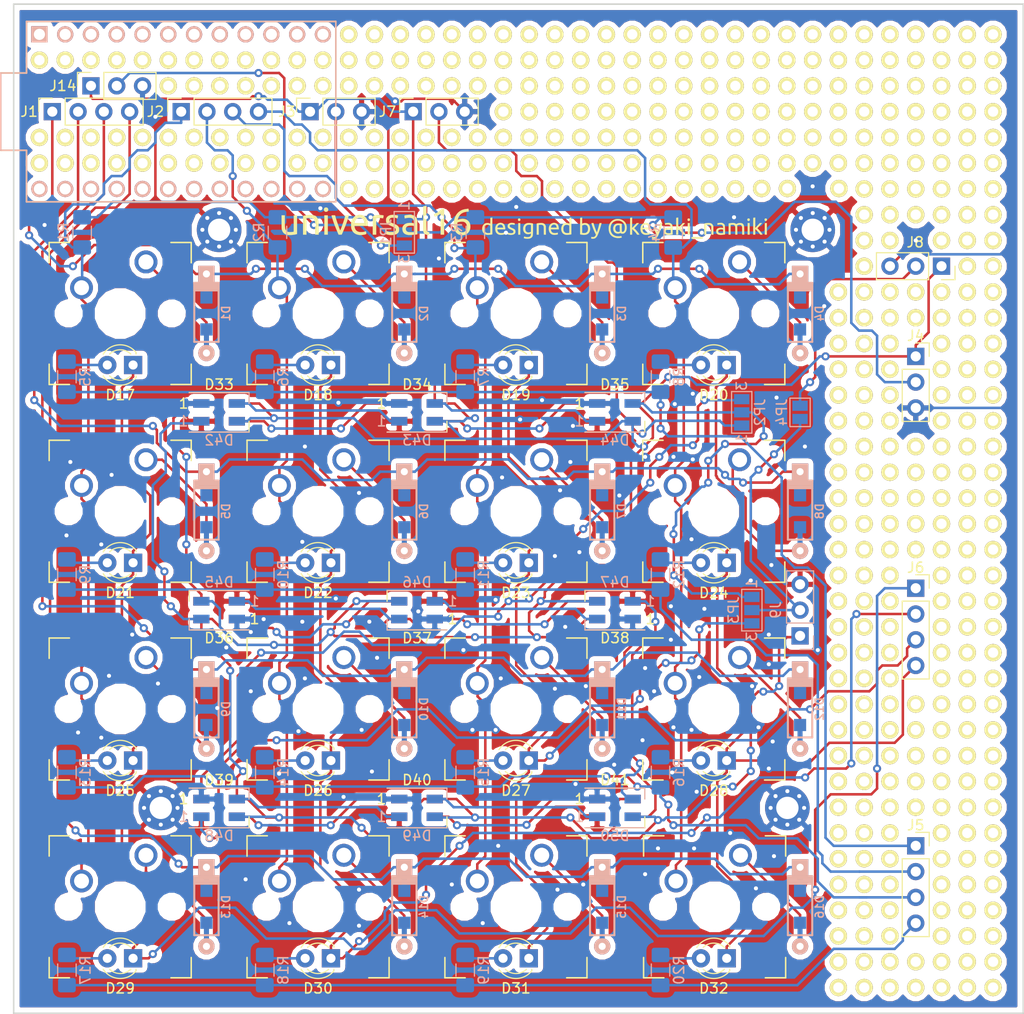
<source format=kicad_pcb>
(kicad_pcb (version 20171130) (host pcbnew 5.0.0)
  (layers (0 F.Cu signal) (31 B.Cu signal) (34 B.Paste user) (35 F.Paste user) (36 B.SilkS user) (37 F.SilkS user) (38 B.Mask user) (39 F.Mask user) (44 Edge.Cuts user))
  (net 0 "")
  (net 1 row0)
  (net 2 "Net-(D1-Pad2)")
  (net 3 "Net-(D2-Pad2)")
  (net 4 "Net-(D3-Pad2)")
  (net 5 "Net-(D4-Pad2)")
  (net 6 row1)
  (net 7 "Net-(D5-Pad2)")
  (net 8 "Net-(D6-Pad2)")
  (net 9 "Net-(D7-Pad2)")
  (net 10 "Net-(D8-Pad2)")
  (net 11 row2)
  (net 12 "Net-(D9-Pad2)")
  (net 13 "Net-(D10-Pad2)")
  (net 14 "Net-(D11-Pad2)")
  (net 15 "Net-(D12-Pad2)")
  (net 16 row3)
  (net 17 "Net-(D13-Pad2)")
  (net 18 "Net-(D14-Pad2)")
  (net 19 "Net-(D15-Pad2)")
  (net 20 "Net-(D16-Pad2)")
  (net 21 LEDcol0)
  (net 22 "Net-(D17-Pad2)")
  (net 23 LEDcol1)
  (net 24 LEDcol2)
  (net 25 "Net-(D18-Pad2)")
  (net 26 LEDcol3)
  (net 27 "Net-(D19-Pad2)")
  (net 28 "Net-(D20-Pad2)")
  (net 29 "Net-(D21-Pad2)")
  (net 30 "Net-(D22-Pad2)")
  (net 31 "Net-(D23-Pad2)")
  (net 32 "Net-(D24-Pad2)")
  (net 33 "Net-(D25-Pad2)")
  (net 34 "Net-(D26-Pad2)")
  (net 35 "Net-(D27-Pad2)")
  (net 36 "Net-(D28-Pad2)")
  (net 37 "Net-(D29-Pad2)")
  (net 38 "Net-(D30-Pad2)")
  (net 39 "Net-(D31-Pad2)")
  (net 40 GND)
  (net 41 5V)
  (net 42 "Net-(D33-Pad3)")
  (net 43 LED)
  (net 44 "Net-(D36-Pad1)")
  (net 45 "Net-(D37-Pad1)")
  (net 46 DOUT)
  (net 47 "Net-(D39-Pad3)")
  (net 48 "Net-(D42-Pad3)")
  (net 49 "Net-(D43-Pad3)")
  (net 50 "Net-(D45-Pad1)")
  (net 51 "Net-(D46-Pad1)")
  (net 52 "Net-(D48-Pad3)")
  (net 53 col0)
  (net 54 col1)
  (net 55 col2)
  (net 56 col3)
  (net 57 LEDrow0)
  (net 58 LEDrow1)
  (net 59 LEDrow2)
  (net 60 LEDrow3)
  (net 61 VCC)
  (net 62 +3V3)
  (net 63 "Net-(D32-Pad2)")
  (net 64 "Net-(D33-Pad1)")
  (net 65 "Net-(D34-Pad3)")
  (net 66 "Net-(D38-Pad1)")
  (net 67 "Net-(D40-Pad3)")
  (net 68 "Net-(D42-Pad1)")
  (net 69 "Net-(D44-Pad3)")
  (net 70 "Net-(D47-Pad1)")
  (net 71 "Net-(D49-Pad3)")
  (net 72 "Net-(U1-Pad1)")
  (net 73 "Net-(U1-Pad2)")
  (net 74 "Net-(U1-Pad3)")
  (net 75 "Net-(U1-Pad4)")
  (net 76 "Net-(U1-Pad5)")
  (net 77 "Net-(U1-Pad6)")
  (net 78 "Net-(U1-Pad7)")
  (net 79 "Net-(U1-Pad8)")
  (net 80 "Net-(U1-Pad9)")
  (net 81 "Net-(U1-Pad10)")
  (net 82 "Net-(U1-Pad11)")
  (net 83 "Net-(U1-Pad12)")
  (net 84 "Net-(U1-Pad13)")
  (net 85 "Net-(U1-Pad14)")
  (net 86 "Net-(U1-Pad15)")
  (net 87 "Net-(U1-Pad16)")
  (net 88 "Net-(U1-Pad17)")
  (net 89 "Net-(U1-Pad18)")
  (net 90 "Net-(U1-Pad19)")
  (net 91 "Net-(U1-Pad20)")
  (net 92 "Net-(U1-Pad21)")
  (net 93 "Net-(U1-Pad22)")
  (net 94 "Net-(U1-Pad23)")
  (net 95 "Net-(U1-Pad24)")
  (net 96 "Net-(D48-Pad1)")
  (net 97 J9)
  (net 98 "Net-(J8-Pad2)")
  (module keyboard_parts:PIN_1 (layer F.Cu) (at 180.34 147.32 90)
    (fp_text reference P? hide)
    (fp_text value CONN_1 hide)
    (pad 1 thru_hole circle (at 0 0 90) (size 1.7 1.7) (drill 1.016) (layers *.Cu *.Mask F.SilkS))
  )
  (module keyboard_parts:PIN_1 (layer F.Cu) (at 180.34 149.86 90)
    (fp_text reference P? hide)
    (fp_text value CONN_1 hide)
    (pad 1 thru_hole circle (at 0 0 90) (size 1.7 1.7) (drill 1.016) (layers *.Cu *.Mask F.SilkS))
  )
  (module keyboard_parts:PIN_1 (layer F.Cu) (at 180.34 142.24 90)
    (fp_text reference P? hide)
    (fp_text value CONN_1 hide)
    (pad 1 thru_hole circle (at 0 0 90) (size 1.7 1.7) (drill 1.016) (layers *.Cu *.Mask F.SilkS))
  )
  (module keyboard_parts:PIN_1 (layer F.Cu) (at 180.34 152.4 90)
    (fp_text reference P? hide)
    (fp_text value CONN_1 hide)
    (pad 1 thru_hole circle (at 0 0 90) (size 1.7 1.7) (drill 1.016) (layers *.Cu *.Mask F.SilkS))
  )
  (module keyboard_parts:PIN_1 (layer F.Cu) (at 180.34 144.78 90)
    (fp_text reference P? hide)
    (fp_text value CONN_1 hide)
    (pad 1 thru_hole circle (at 0 0 90) (size 1.7 1.7) (drill 1.016) (layers *.Cu *.Mask F.SilkS))
  )
  (module keyboard_parts:PIN_1 (layer F.Cu) (at 121.92 63.5)
    (fp_text reference P? hide)
    (fp_text value CONN_1 hide)
    (pad 1 thru_hole circle (at 0 0) (size 1.7 1.7) (drill 1.016) (layers *.Cu *.Mask F.SilkS))
  )
  (module keyboard_parts:PIN_1 (layer F.Cu) (at 121.92 78.74)
    (fp_text reference P? hide)
    (fp_text value CONN_1 hide)
    (pad 1 thru_hole circle (at 0 0) (size 1.7 1.7) (drill 1.016) (layers *.Cu *.Mask F.SilkS))
  )
  (module keyboard_parts:PIN_1 (layer F.Cu) (at 180.34 139.7 180)
    (fp_text reference P? hide)
    (fp_text value CONN_1 hide)
    (pad 1 thru_hole circle (at 0 0 180) (size 1.7 1.7) (drill 1.016) (layers *.Cu *.Mask F.SilkS))
  )
  (module keyboard_parts:PIN_1 (layer F.Cu) (at 180.34 101.6 90)
    (fp_text reference P? hide)
    (fp_text value CONN_1 hide)
    (pad 1 thru_hole circle (at 0 0 90) (size 1.7 1.7) (drill 1.016) (layers *.Cu *.Mask F.SilkS))
  )
  (module keyboard_parts:PIN_1 (layer F.Cu) (at 180.34 93.98 90)
    (fp_text reference P? hide)
    (fp_text value CONN_1 hide)
    (pad 1 thru_hole circle (at 0 0 90) (size 1.7 1.7) (drill 1.016) (layers *.Cu *.Mask F.SilkS))
  )
  (module keyboard_parts:PIN_1 (layer F.Cu) (at 180.34 99.06 90)
    (fp_text reference P? hide)
    (fp_text value CONN_1 hide)
    (pad 1 thru_hole circle (at 0 0 90) (size 1.7 1.7) (drill 1.016) (layers *.Cu *.Mask F.SilkS))
  )
  (module keyboard_parts:PIN_1 (layer F.Cu) (at 180.34 96.52 90)
    (fp_text reference P? hide)
    (fp_text value CONN_1 hide)
    (pad 1 thru_hole circle (at 0 0 90) (size 1.7 1.7) (drill 1.016) (layers *.Cu *.Mask F.SilkS))
  )
  (module keyboard_parts:PIN_1 (layer F.Cu) (at 180.34 129.54 90)
    (fp_text reference P? hide)
    (fp_text value CONN_1 hide)
    (pad 1 thru_hole circle (at 0 0 90) (size 1.7 1.7) (drill 1.016) (layers *.Cu *.Mask F.SilkS))
  )
  (module keyboard_parts:PIN_1 (layer F.Cu) (at 180.34 137.16 90)
    (fp_text reference P? hide)
    (fp_text value CONN_1 hide)
    (pad 1 thru_hole circle (at 0 0 90) (size 1.7 1.7) (drill 1.016) (layers *.Cu *.Mask F.SilkS))
  )
  (module keyboard_parts:PIN_1 (layer F.Cu) (at 180.34 111.76 90)
    (fp_text reference P? hide)
    (fp_text value CONN_1 hide)
    (pad 1 thru_hole circle (at 0 0 90) (size 1.7 1.7) (drill 1.016) (layers *.Cu *.Mask F.SilkS))
  )
  (module keyboard_parts:PIN_1 (layer F.Cu) (at 180.34 109.22 90)
    (fp_text reference P? hide)
    (fp_text value CONN_1 hide)
    (pad 1 thru_hole circle (at 0 0 90) (size 1.7 1.7) (drill 1.016) (layers *.Cu *.Mask F.SilkS))
  )
  (module keyboard_parts:PIN_1 (layer F.Cu) (at 180.34 114.3 90)
    (fp_text reference P? hide)
    (fp_text value CONN_1 hide)
    (pad 1 thru_hole circle (at 0 0 90) (size 1.7 1.7) (drill 1.016) (layers *.Cu *.Mask F.SilkS))
  )
  (module keyboard_parts:PIN_1 (layer F.Cu) (at 180.34 134.62 180)
    (fp_text reference P? hide)
    (fp_text value CONN_1 hide)
    (pad 1 thru_hole circle (at 0 0 180) (size 1.7 1.7) (drill 1.016) (layers *.Cu *.Mask F.SilkS))
  )
  (module keyboard_parts:PIN_1 (layer F.Cu) (at 180.34 132.08 180)
    (fp_text reference P? hide)
    (fp_text value CONN_1 hide)
    (pad 1 thru_hole circle (at 0 0 180) (size 1.7 1.7) (drill 1.016) (layers *.Cu *.Mask F.SilkS))
  )
  (module Jumper:SolderJumper-3_P1.3mm_Open_Pad1.0x1.5mm_NumberLabels (layer B.Cu) (at 160.65 100.77 90)
    (fp_text reference JP2 (at 0 1.8 90) (layer B.SilkS) (effects (justify mirror)))
    (fp_text value SolderJumper_3_Open)
    (fp_text user 1 (at -2.6 0 90) (layer B.SilkS) (effects (justify mirror)))
    (fp_text user 3 (at 2.6 0 90) (layer B.SilkS) (effects (justify mirror)))
    (pad 1 smd rect (at -1.3 0 90) (size 1 1.5) (layers B.Cu B.Mask) (net 43 LED))
    (pad 2 smd rect (at 0 0 90) (size 1 1.5) (layers B.Cu B.Mask) (net 69 "Net-(D44-Pad3)"))
    (pad 3 smd rect (at 1.3 0 90) (size 1 1.5) (layers B.Cu B.Mask) (net 46 DOUT))
  )
  (module keyboard_parts:PIN_1 (layer F.Cu) (at 185.42 121.92 90)
    (fp_text reference P? hide)
    (fp_text value CONN_1 hide)
    (pad 1 thru_hole circle (at 0 0 90) (size 1.7 1.7) (drill 1.016) (layers *.Cu *.Mask F.SilkS))
  )
  (module keyboard_parts:PIN_1 (layer F.Cu) (at 182.88 121.92 90)
    (fp_text reference P? hide)
    (fp_text value CONN_1 hide)
    (pad 1 thru_hole circle (at 0 0 90) (size 1.7 1.7) (drill 1.016) (layers *.Cu *.Mask F.SilkS))
  )
  (module keyboard_parts:PIN_1 (layer F.Cu) (at 180.34 119.38 90)
    (fp_text reference P? hide)
    (fp_text value CONN_1 hide)
    (pad 1 thru_hole circle (at 0 0 90) (size 1.7 1.7) (drill 1.016) (layers *.Cu *.Mask F.SilkS))
  )
  (module keyboard_parts:PIN_1 (layer F.Cu) (at 170.18 119.38 90)
    (fp_text reference P? hide)
    (fp_text value CONN_1 hide)
    (pad 1 thru_hole circle (at 0 0 90) (size 1.7 1.7) (drill 1.016) (layers *.Cu *.Mask F.SilkS))
  )
  (module keyboard_parts:PIN_1 (layer F.Cu) (at 175.26 119.38 90)
    (fp_text reference P? hide)
    (fp_text value CONN_1 hide)
    (pad 1 thru_hole circle (at 0 0 90) (size 1.7 1.7) (drill 1.016) (layers *.Cu *.Mask F.SilkS))
  )
  (module keyboard_parts:PIN_1 (layer F.Cu) (at 170.18 121.92 90)
    (fp_text reference P? hide)
    (fp_text value CONN_1 hide)
    (pad 1 thru_hole circle (at 0 0 90) (size 1.7 1.7) (drill 1.016) (layers *.Cu *.Mask F.SilkS))
  )
  (module keyboard_parts:PIN_1 (layer F.Cu) (at 172.72 121.92 90)
    (fp_text reference P? hide)
    (fp_text value CONN_1 hide)
    (pad 1 thru_hole circle (at 0 0 90) (size 1.7 1.7) (drill 1.016) (layers *.Cu *.Mask F.SilkS))
  )
  (module keyboard_parts:PIN_1 (layer F.Cu) (at 170.18 116.84 90)
    (fp_text reference P? hide)
    (fp_text value CONN_1 hide)
    (pad 1 thru_hole circle (at 0 0 90) (size 1.7 1.7) (drill 1.016) (layers *.Cu *.Mask F.SilkS))
  )
  (module keyboard_parts:PIN_1 (layer F.Cu) (at 175.26 111.76 90)
    (fp_text reference P? hide)
    (fp_text value CONN_1 hide)
    (pad 1 thru_hole circle (at 0 0 90) (size 1.7 1.7) (drill 1.016) (layers *.Cu *.Mask F.SilkS))
  )
  (module keyboard_parts:PIN_1 (layer F.Cu) (at 177.8 111.76 90)
    (fp_text reference P? hide)
    (fp_text value CONN_1 hide)
    (pad 1 thru_hole circle (at 0 0 90) (size 1.7 1.7) (drill 1.016) (layers *.Cu *.Mask F.SilkS))
  )
  (module keyboard_parts:PIN_1 (layer F.Cu) (at 172.72 111.76 90)
    (fp_text reference P? hide)
    (fp_text value CONN_1 hide)
    (pad 1 thru_hole circle (at 0 0 90) (size 1.7 1.7) (drill 1.016) (layers *.Cu *.Mask F.SilkS))
  )
  (module keyboard_parts:PIN_1 (layer F.Cu) (at 175.26 116.84 90)
    (fp_text reference P? hide)
    (fp_text value CONN_1 hide)
    (pad 1 thru_hole circle (at 0 0 90) (size 1.7 1.7) (drill 1.016) (layers *.Cu *.Mask F.SilkS))
  )
  (module keyboard_parts:PIN_1 (layer F.Cu) (at 175.26 114.3 90)
    (fp_text reference P? hide)
    (fp_text value CONN_1 hide)
    (pad 1 thru_hole circle (at 0 0 90) (size 1.7 1.7) (drill 1.016) (layers *.Cu *.Mask F.SilkS))
  )
  (module keyboard_parts:PIN_1 (layer F.Cu) (at 172.72 119.38 90)
    (fp_text reference P? hide)
    (fp_text value CONN_1 hide)
    (pad 1 thru_hole circle (at 0 0 90) (size 1.7 1.7) (drill 1.016) (layers *.Cu *.Mask F.SilkS))
  )
  (module keyboard_parts:PIN_1 (layer F.Cu) (at 172.72 114.3 90)
    (fp_text reference P? hide)
    (fp_text value CONN_1 hide)
    (pad 1 thru_hole circle (at 0 0 90) (size 1.7 1.7) (drill 1.016) (layers *.Cu *.Mask F.SilkS))
  )
  (module keyboard_parts:PIN_1 (layer F.Cu) (at 172.72 109.22 90)
    (fp_text reference P? hide)
    (fp_text value CONN_1 hide)
    (pad 1 thru_hole circle (at 0 0 90) (size 1.7 1.7) (drill 1.016) (layers *.Cu *.Mask F.SilkS))
  )
  (module keyboard_parts:PIN_1 (layer F.Cu) (at 170.18 114.3 90)
    (fp_text reference P? hide)
    (fp_text value CONN_1 hide)
    (pad 1 thru_hole circle (at 0 0 90) (size 1.7 1.7) (drill 1.016) (layers *.Cu *.Mask F.SilkS))
  )
  (module keyboard_parts:PIN_1 (layer F.Cu) (at 177.8 114.3 90)
    (fp_text reference P? hide)
    (fp_text value CONN_1 hide)
    (pad 1 thru_hole circle (at 0 0 90) (size 1.7 1.7) (drill 1.016) (layers *.Cu *.Mask F.SilkS))
  )
  (module keyboard_parts:PIN_1 (layer F.Cu) (at 177.8 109.22 90)
    (fp_text reference P? hide)
    (fp_text value CONN_1 hide)
    (pad 1 thru_hole circle (at 0 0 90) (size 1.7 1.7) (drill 1.016) (layers *.Cu *.Mask F.SilkS))
  )
  (module keyboard_parts:PIN_1 (layer F.Cu) (at 170.18 111.76 90)
    (fp_text reference P? hide)
    (fp_text value CONN_1 hide)
    (pad 1 thru_hole circle (at 0 0 90) (size 1.7 1.7) (drill 1.016) (layers *.Cu *.Mask F.SilkS))
  )
  (module keyboard_parts:PIN_1 (layer F.Cu) (at 180.34 121.92 90)
    (fp_text reference P? hide)
    (fp_text value CONN_1 hide)
    (pad 1 thru_hole circle (at 0 0 90) (size 1.7 1.7) (drill 1.016) (layers *.Cu *.Mask F.SilkS))
  )
  (module keyboard_parts:PIN_1 (layer F.Cu) (at 180.34 116.84 90)
    (fp_text reference P? hide)
    (fp_text value CONN_1 hide)
    (pad 1 thru_hole circle (at 0 0 90) (size 1.7 1.7) (drill 1.016) (layers *.Cu *.Mask F.SilkS))
  )
  (module keyboard_parts:PIN_1 (layer F.Cu) (at 175.26 121.92 90)
    (fp_text reference P? hide)
    (fp_text value CONN_1 hide)
    (pad 1 thru_hole circle (at 0 0 90) (size 1.7 1.7) (drill 1.016) (layers *.Cu *.Mask F.SilkS))
  )
  (module keyboard_parts:PIN_1 (layer F.Cu) (at 170.18 109.22 90)
    (fp_text reference P? hide)
    (fp_text value CONN_1 hide)
    (pad 1 thru_hole circle (at 0 0 90) (size 1.7 1.7) (drill 1.016) (layers *.Cu *.Mask F.SilkS))
  )
  (module keyboard_parts:PIN_1 (layer F.Cu) (at 172.72 116.84 90)
    (fp_text reference P? hide)
    (fp_text value CONN_1 hide)
    (pad 1 thru_hole circle (at 0 0 90) (size 1.7 1.7) (drill 1.016) (layers *.Cu *.Mask F.SilkS))
  )
  (module keyboard_parts:PIN_1 (layer F.Cu) (at 175.26 109.22 90)
    (fp_text reference P? hide)
    (fp_text value CONN_1 hide)
    (pad 1 thru_hole circle (at 0 0 90) (size 1.7 1.7) (drill 1.016) (layers *.Cu *.Mask F.SilkS))
  )
  (module keyboard_parts:PIN_1 (layer F.Cu) (at 185.42 109.22 90)
    (fp_text reference P? hide)
    (fp_text value CONN_1 hide)
    (pad 1 thru_hole circle (at 0 0 90) (size 1.7 1.7) (drill 1.016) (layers *.Cu *.Mask F.SilkS))
  )
  (module keyboard_parts:PIN_1 (layer F.Cu) (at 182.88 119.38 90)
    (fp_text reference P? hide)
    (fp_text value CONN_1 hide)
    (pad 1 thru_hole circle (at 0 0 90) (size 1.7 1.7) (drill 1.016) (layers *.Cu *.Mask F.SilkS))
  )
  (module keyboard_parts:PIN_1 (layer F.Cu) (at 182.88 111.76 90)
    (fp_text reference P? hide)
    (fp_text value CONN_1 hide)
    (pad 1 thru_hole circle (at 0 0 90) (size 1.7 1.7) (drill 1.016) (layers *.Cu *.Mask F.SilkS))
  )
  (module keyboard_parts:PIN_1 (layer F.Cu) (at 185.42 116.84 90)
    (fp_text reference P? hide)
    (fp_text value CONN_1 hide)
    (pad 1 thru_hole circle (at 0 0 90) (size 1.7 1.7) (drill 1.016) (layers *.Cu *.Mask F.SilkS))
  )
  (module keyboard_parts:PIN_1 (layer F.Cu) (at 182.88 114.3 90)
    (fp_text reference P? hide)
    (fp_text value CONN_1 hide)
    (pad 1 thru_hole circle (at 0 0 90) (size 1.7 1.7) (drill 1.016) (layers *.Cu *.Mask F.SilkS))
  )
  (module keyboard_parts:PIN_1 (layer F.Cu) (at 182.88 109.22 90)
    (fp_text reference P? hide)
    (fp_text value CONN_1 hide)
    (pad 1 thru_hole circle (at 0 0 90) (size 1.7 1.7) (drill 1.016) (layers *.Cu *.Mask F.SilkS))
  )
  (module keyboard_parts:PIN_1 (layer F.Cu) (at 185.42 111.76 90)
    (fp_text reference P? hide)
    (fp_text value CONN_1 hide)
    (pad 1 thru_hole circle (at 0 0 90) (size 1.7 1.7) (drill 1.016) (layers *.Cu *.Mask F.SilkS))
  )
  (module keyboard_parts:PIN_1 (layer F.Cu) (at 182.88 116.84 90)
    (fp_text reference P? hide)
    (fp_text value CONN_1 hide)
    (pad 1 thru_hole circle (at 0 0 90) (size 1.7 1.7) (drill 1.016) (layers *.Cu *.Mask F.SilkS))
  )
  (module keyboard_parts:PIN_1 (layer F.Cu) (at 185.42 119.38 90)
    (fp_text reference P? hide)
    (fp_text value CONN_1 hide)
    (pad 1 thru_hole circle (at 0 0 90) (size 1.7 1.7) (drill 1.016) (layers *.Cu *.Mask F.SilkS))
  )
  (module keyboard_parts:PIN_1 (layer F.Cu) (at 185.42 114.3 90)
    (fp_text reference P? hide)
    (fp_text value CONN_1 hide)
    (pad 1 thru_hole circle (at 0 0 90) (size 1.7 1.7) (drill 1.016) (layers *.Cu *.Mask F.SilkS))
  )
  (module keyboard_parts:PIN_1 (layer F.Cu) (at 167.64 63.5)
    (fp_text reference P? hide)
    (fp_text value CONN_1 hide)
    (pad 1 thru_hole circle (at 0 0) (size 1.7 1.7) (drill 1.016) (layers *.Cu *.Mask F.SilkS))
  )
  (module keyboard_parts:PIN_1 (layer F.Cu) (at 167.64 68.58)
    (fp_text reference P? hide)
    (fp_text value CONN_1 hide)
    (pad 1 thru_hole circle (at 0 0) (size 1.7 1.7) (drill 1.016) (layers *.Cu *.Mask F.SilkS))
  )
  (module keyboard_parts:PIN_1 (layer F.Cu) (at 167.64 71.12)
    (fp_text reference P? hide)
    (fp_text value CONN_1 hide)
    (pad 1 thru_hole circle (at 0 0) (size 1.7 1.7) (drill 1.016) (layers *.Cu *.Mask F.SilkS))
  )
  (module keyboard_parts:PIN_1 (layer F.Cu) (at 167.64 73.66)
    (fp_text reference P? hide)
    (fp_text value CONN_1 hide)
    (pad 1 thru_hole circle (at 0 0) (size 1.7 1.7) (drill 1.016) (layers *.Cu *.Mask F.SilkS))
  )
  (module keyboard_parts:PIN_1 (layer F.Cu) (at 167.64 76.2)
    (fp_text reference P? hide)
    (fp_text value CONN_1 hide)
    (pad 1 thru_hole circle (at 0 0) (size 1.7 1.7) (drill 1.016) (layers *.Cu *.Mask F.SilkS))
  )
  (module keyboard_parts:PIN_1 (layer F.Cu) (at 167.64 66.04)
    (fp_text reference P? hide)
    (fp_text value CONN_1 hide)
    (pad 1 thru_hole circle (at 0 0) (size 1.7 1.7) (drill 1.016) (layers *.Cu *.Mask F.SilkS))
  )
  (module keyboard_parts:PIN_1 (layer F.Cu) (at 170.18 144.78 90)
    (fp_text reference P? hide)
    (fp_text value CONN_1 hide)
    (pad 1 thru_hole circle (at 0 0 90) (size 1.7 1.7) (drill 1.016) (layers *.Cu *.Mask F.SilkS))
  )
  (module keyboard_parts:PIN_1 (layer F.Cu) (at 172.72 134.62 90)
    (fp_text reference P? hide)
    (fp_text value CONN_1 hide)
    (pad 1 thru_hole circle (at 0 0 90) (size 1.7 1.7) (drill 1.016) (layers *.Cu *.Mask F.SilkS))
  )
  (module keyboard_parts:PIN_1 (layer F.Cu) (at 172.72 157.48 90)
    (fp_text reference P? hide)
    (fp_text value CONN_1 hide)
    (pad 1 thru_hole circle (at 0 0 90) (size 1.7 1.7) (drill 1.016) (layers *.Cu *.Mask F.SilkS))
  )
  (module keyboard_parts:PIN_1 (layer F.Cu) (at 170.18 134.62 90)
    (fp_text reference P? hide)
    (fp_text value CONN_1 hide)
    (pad 1 thru_hole circle (at 0 0 90) (size 1.7 1.7) (drill 1.016) (layers *.Cu *.Mask F.SilkS))
  )
  (module keyboard_parts:PIN_1 (layer F.Cu) (at 172.72 142.24 90)
    (fp_text reference P? hide)
    (fp_text value CONN_1 hide)
    (pad 1 thru_hole circle (at 0 0 90) (size 1.7 1.7) (drill 1.016) (layers *.Cu *.Mask F.SilkS))
  )
  (module keyboard_parts:PIN_1 (layer F.Cu) (at 170.18 149.86 90)
    (fp_text reference P? hide)
    (fp_text value CONN_1 hide)
    (pad 1 thru_hole circle (at 0 0 90) (size 1.7 1.7) (drill 1.016) (layers *.Cu *.Mask F.SilkS))
  )
  (module keyboard_parts:PIN_1 (layer F.Cu) (at 170.18 127 90)
    (fp_text reference P? hide)
    (fp_text value CONN_1 hide)
    (pad 1 thru_hole circle (at 0 0 90) (size 1.7 1.7) (drill 1.016) (layers *.Cu *.Mask F.SilkS))
  )
  (module keyboard_parts:PIN_1 (layer F.Cu) (at 170.18 147.32 90)
    (fp_text reference P? hide)
    (fp_text value CONN_1 hide)
    (pad 1 thru_hole circle (at 0 0 90) (size 1.7 1.7) (drill 1.016) (layers *.Cu *.Mask F.SilkS))
  )
  (module keyboard_parts:PIN_1 (layer F.Cu) (at 172.72 147.32 90)
    (fp_text reference P? hide)
    (fp_text value CONN_1 hide)
    (pad 1 thru_hole circle (at 0 0 90) (size 1.7 1.7) (drill 1.016) (layers *.Cu *.Mask F.SilkS))
  )
  (module keyboard_parts:PIN_1 (layer F.Cu) (at 172.72 127 90)
    (fp_text reference P? hide)
    (fp_text value CONN_1 hide)
    (pad 1 thru_hole circle (at 0 0 90) (size 1.7 1.7) (drill 1.016) (layers *.Cu *.Mask F.SilkS))
  )
  (module keyboard_parts:PIN_1 (layer F.Cu) (at 170.18 132.08 90)
    (fp_text reference P? hide)
    (fp_text value CONN_1 hide)
    (pad 1 thru_hole circle (at 0 0 90) (size 1.7 1.7) (drill 1.016) (layers *.Cu *.Mask F.SilkS))
  )
  (module keyboard_parts:PIN_1 (layer F.Cu) (at 170.18 129.54 90)
    (fp_text reference P? hide)
    (fp_text value CONN_1 hide)
    (pad 1 thru_hole circle (at 0 0 90) (size 1.7 1.7) (drill 1.016) (layers *.Cu *.Mask F.SilkS))
  )
  (module keyboard_parts:PIN_1 (layer F.Cu) (at 172.72 129.54 90)
    (fp_text reference P? hide)
    (fp_text value CONN_1 hide)
    (pad 1 thru_hole circle (at 0 0 90) (size 1.7 1.7) (drill 1.016) (layers *.Cu *.Mask F.SilkS))
  )
  (module keyboard_parts:PIN_1 (layer F.Cu) (at 170.18 152.4 90)
    (fp_text reference P? hide)
    (fp_text value CONN_1 hide)
    (pad 1 thru_hole circle (at 0 0 90) (size 1.7 1.7) (drill 1.016) (layers *.Cu *.Mask F.SilkS))
  )
  (module keyboard_parts:PIN_1 (layer F.Cu) (at 170.18 139.7 90)
    (fp_text reference P? hide)
    (fp_text value CONN_1 hide)
    (pad 1 thru_hole circle (at 0 0 90) (size 1.7 1.7) (drill 1.016) (layers *.Cu *.Mask F.SilkS))
  )
  (module keyboard_parts:PIN_1 (layer F.Cu) (at 172.72 139.7 90)
    (fp_text reference P? hide)
    (fp_text value CONN_1 hide)
    (pad 1 thru_hole circle (at 0 0 90) (size 1.7 1.7) (drill 1.016) (layers *.Cu *.Mask F.SilkS))
  )
  (module keyboard_parts:PIN_1 (layer F.Cu) (at 172.72 149.86 90)
    (fp_text reference P? hide)
    (fp_text value CONN_1 hide)
    (pad 1 thru_hole circle (at 0 0 90) (size 1.7 1.7) (drill 1.016) (layers *.Cu *.Mask F.SilkS))
  )
  (module keyboard_parts:PIN_1 (layer F.Cu) (at 172.72 124.46 90)
    (fp_text reference P? hide)
    (fp_text value CONN_1 hide)
    (pad 1 thru_hole circle (at 0 0 90) (size 1.7 1.7) (drill 1.016) (layers *.Cu *.Mask F.SilkS))
  )
  (module keyboard_parts:PIN_1 (layer F.Cu) (at 170.18 142.24 90)
    (fp_text reference P? hide)
    (fp_text value CONN_1 hide)
    (pad 1 thru_hole circle (at 0 0 90) (size 1.7 1.7) (drill 1.016) (layers *.Cu *.Mask F.SilkS))
  )
  (module keyboard_parts:PIN_1 (layer F.Cu) (at 172.72 144.78 90)
    (fp_text reference P? hide)
    (fp_text value CONN_1 hide)
    (pad 1 thru_hole circle (at 0 0 90) (size 1.7 1.7) (drill 1.016) (layers *.Cu *.Mask F.SilkS))
  )
  (module keyboard_parts:PIN_1 (layer F.Cu) (at 172.72 137.16 90)
    (fp_text reference P? hide)
    (fp_text value CONN_1 hide)
    (pad 1 thru_hole circle (at 0 0 90) (size 1.7 1.7) (drill 1.016) (layers *.Cu *.Mask F.SilkS))
  )
  (module keyboard_parts:PIN_1 (layer F.Cu) (at 172.72 154.94 90)
    (fp_text reference P? hide)
    (fp_text value CONN_1 hide)
    (pad 1 thru_hole circle (at 0 0 90) (size 1.7 1.7) (drill 1.016) (layers *.Cu *.Mask F.SilkS))
  )
  (module keyboard_parts:PIN_1 (layer F.Cu) (at 172.72 132.08 90)
    (fp_text reference P? hide)
    (fp_text value CONN_1 hide)
    (pad 1 thru_hole circle (at 0 0 90) (size 1.7 1.7) (drill 1.016) (layers *.Cu *.Mask F.SilkS))
  )
  (module keyboard_parts:PIN_1 (layer F.Cu) (at 170.18 137.16 90)
    (fp_text reference P? hide)
    (fp_text value CONN_1 hide)
    (pad 1 thru_hole circle (at 0 0 90) (size 1.7 1.7) (drill 1.016) (layers *.Cu *.Mask F.SilkS))
  )
  (module keyboard_parts:PIN_1 (layer F.Cu) (at 172.72 152.4 90)
    (fp_text reference P? hide)
    (fp_text value CONN_1 hide)
    (pad 1 thru_hole circle (at 0 0 90) (size 1.7 1.7) (drill 1.016) (layers *.Cu *.Mask F.SilkS))
  )
  (module keyboard_parts:PIN_1 (layer F.Cu) (at 170.18 157.48 90)
    (fp_text reference P? hide)
    (fp_text value CONN_1 hide)
    (pad 1 thru_hole circle (at 0 0 90) (size 1.7 1.7) (drill 1.016) (layers *.Cu *.Mask F.SilkS))
  )
  (module keyboard_parts:PIN_1 (layer F.Cu) (at 170.18 124.46 90)
    (fp_text reference P? hide)
    (fp_text value CONN_1 hide)
    (pad 1 thru_hole circle (at 0 0 90) (size 1.7 1.7) (drill 1.016) (layers *.Cu *.Mask F.SilkS))
  )
  (module keyboard_parts:PIN_1 (layer F.Cu) (at 170.18 154.94 90)
    (fp_text reference P? hide)
    (fp_text value CONN_1 hide)
    (pad 1 thru_hole circle (at 0 0 90) (size 1.7 1.7) (drill 1.016) (layers *.Cu *.Mask F.SilkS))
  )
  (module keyboard_parts:PIN_1 (layer F.Cu) (at 177.8 139.7 90)
    (fp_text reference P? hide)
    (fp_text value CONN_1 hide)
    (pad 1 thru_hole circle (at 0 0 90) (size 1.7 1.7) (drill 1.016) (layers *.Cu *.Mask F.SilkS))
  )
  (module keyboard_parts:PIN_1 (layer F.Cu) (at 180.34 124.46 90)
    (fp_text reference P? hide)
    (fp_text value CONN_1 hide)
    (pad 1 thru_hole circle (at 0 0 90) (size 1.7 1.7) (drill 1.016) (layers *.Cu *.Mask F.SilkS))
  )
  (module keyboard_parts:PIN_1 (layer F.Cu) (at 175.26 152.4 90)
    (fp_text reference P? hide)
    (fp_text value CONN_1 hide)
    (pad 1 thru_hole circle (at 0 0 90) (size 1.7 1.7) (drill 1.016) (layers *.Cu *.Mask F.SilkS))
  )
  (module keyboard_parts:PIN_1 (layer F.Cu) (at 177.8 154.94 90)
    (fp_text reference P? hide)
    (fp_text value CONN_1 hide)
    (pad 1 thru_hole circle (at 0 0 90) (size 1.7 1.7) (drill 1.016) (layers *.Cu *.Mask F.SilkS))
  )
  (module keyboard_parts:PIN_1 (layer F.Cu) (at 175.26 149.86 90)
    (fp_text reference P? hide)
    (fp_text value CONN_1 hide)
    (pad 1 thru_hole circle (at 0 0 90) (size 1.7 1.7) (drill 1.016) (layers *.Cu *.Mask F.SilkS))
  )
  (module keyboard_parts:PIN_1 (layer F.Cu) (at 175.26 134.62 90)
    (fp_text reference P? hide)
    (fp_text value CONN_1 hide)
    (pad 1 thru_hole circle (at 0 0 90) (size 1.7 1.7) (drill 1.016) (layers *.Cu *.Mask F.SilkS))
  )
  (module keyboard_parts:PIN_1 (layer F.Cu) (at 177.8 137.16 90)
    (fp_text reference P? hide)
    (fp_text value CONN_1 hide)
    (pad 1 thru_hole circle (at 0 0 90) (size 1.7 1.7) (drill 1.016) (layers *.Cu *.Mask F.SilkS))
  )
  (module keyboard_parts:PIN_1 (layer F.Cu) (at 175.26 127 90)
    (fp_text reference P? hide)
    (fp_text value CONN_1 hide)
    (pad 1 thru_hole circle (at 0 0 90) (size 1.7 1.7) (drill 1.016) (layers *.Cu *.Mask F.SilkS))
  )
  (module keyboard_parts:PIN_1 (layer F.Cu) (at 177.8 132.08 90)
    (fp_text reference P? hide)
    (fp_text value CONN_1 hide)
    (pad 1 thru_hole circle (at 0 0 90) (size 1.7 1.7) (drill 1.016) (layers *.Cu *.Mask F.SilkS))
  )
  (module keyboard_parts:PIN_1 (layer F.Cu) (at 177.8 157.48 90)
    (fp_text reference P? hide)
    (fp_text value CONN_1 hide)
    (pad 1 thru_hole circle (at 0 0 90) (size 1.7 1.7) (drill 1.016) (layers *.Cu *.Mask F.SilkS))
  )
  (module keyboard_parts:PIN_1 (layer F.Cu) (at 175.26 129.54 90)
    (fp_text reference P? hide)
    (fp_text value CONN_1 hide)
    (pad 1 thru_hole circle (at 0 0 90) (size 1.7 1.7) (drill 1.016) (layers *.Cu *.Mask F.SilkS))
  )
  (module keyboard_parts:PIN_1 (layer F.Cu) (at 175.26 124.46 90)
    (fp_text reference P? hide)
    (fp_text value CONN_1 hide)
    (pad 1 thru_hole circle (at 0 0 90) (size 1.7 1.7) (drill 1.016) (layers *.Cu *.Mask F.SilkS))
  )
  (module keyboard_parts:PIN_1 (layer F.Cu) (at 180.34 127 90)
    (fp_text reference P? hide)
    (fp_text value CONN_1 hide)
    (pad 1 thru_hole circle (at 0 0 90) (size 1.7 1.7) (drill 1.016) (layers *.Cu *.Mask F.SilkS))
  )
  (module keyboard_parts:PIN_1 (layer F.Cu) (at 175.26 142.24 90)
    (fp_text reference P? hide)
    (fp_text value CONN_1 hide)
    (pad 1 thru_hole circle (at 0 0 90) (size 1.7 1.7) (drill 1.016) (layers *.Cu *.Mask F.SilkS))
  )
  (module keyboard_parts:PIN_1 (layer F.Cu) (at 175.26 144.78 90)
    (fp_text reference P? hide)
    (fp_text value CONN_1 hide)
    (pad 1 thru_hole circle (at 0 0 90) (size 1.7 1.7) (drill 1.016) (layers *.Cu *.Mask F.SilkS))
  )
  (module keyboard_parts:PIN_1 (layer F.Cu) (at 175.26 139.7 90)
    (fp_text reference P? hide)
    (fp_text value CONN_1 hide)
    (pad 1 thru_hole circle (at 0 0 90) (size 1.7 1.7) (drill 1.016) (layers *.Cu *.Mask F.SilkS))
  )
  (module keyboard_parts:PIN_1 (layer F.Cu) (at 175.26 132.08 90)
    (fp_text reference P? hide)
    (fp_text value CONN_1 hide)
    (pad 1 thru_hole circle (at 0 0 90) (size 1.7 1.7) (drill 1.016) (layers *.Cu *.Mask F.SilkS))
  )
  (module keyboard_parts:PIN_1 (layer F.Cu) (at 175.26 154.94 90)
    (fp_text reference P? hide)
    (fp_text value CONN_1 hide)
    (pad 1 thru_hole circle (at 0 0 90) (size 1.7 1.7) (drill 1.016) (layers *.Cu *.Mask F.SilkS))
  )
  (module keyboard_parts:PIN_1 (layer F.Cu) (at 175.26 137.16 90)
    (fp_text reference P? hide)
    (fp_text value CONN_1 hide)
    (pad 1 thru_hole circle (at 0 0 90) (size 1.7 1.7) (drill 1.016) (layers *.Cu *.Mask F.SilkS))
  )
  (module keyboard_parts:PIN_1 (layer F.Cu) (at 175.26 147.32 90)
    (fp_text reference P? hide)
    (fp_text value CONN_1 hide)
    (pad 1 thru_hole circle (at 0 0 90) (size 1.7 1.7) (drill 1.016) (layers *.Cu *.Mask F.SilkS))
  )
  (module keyboard_parts:PIN_1 (layer F.Cu) (at 177.8 134.62 90)
    (fp_text reference P? hide)
    (fp_text value CONN_1 hide)
    (pad 1 thru_hole circle (at 0 0 90) (size 1.7 1.7) (drill 1.016) (layers *.Cu *.Mask F.SilkS))
  )
  (module keyboard_parts:PIN_1 (layer F.Cu) (at 177.8 129.54 90)
    (fp_text reference P? hide)
    (fp_text value CONN_1 hide)
    (pad 1 thru_hole circle (at 0 0 90) (size 1.7 1.7) (drill 1.016) (layers *.Cu *.Mask F.SilkS))
  )
  (module keyboard_parts:PIN_1 (layer F.Cu) (at 175.26 157.48 90)
    (fp_text reference P? hide)
    (fp_text value CONN_1 hide)
    (pad 1 thru_hole circle (at 0 0 90) (size 1.7 1.7) (drill 1.016) (layers *.Cu *.Mask F.SilkS))
  )
  (module keyboard_parts:PIN_1 (layer F.Cu) (at 177.8 106.68 90)
    (fp_text reference P? hide)
    (fp_text value CONN_1 hide)
    (pad 1 thru_hole circle (at 0 0 90) (size 1.7 1.7) (drill 1.016) (layers *.Cu *.Mask F.SilkS))
  )
  (module keyboard_parts:PIN_1 (layer F.Cu) (at 172.72 106.68 90)
    (fp_text reference P? hide)
    (fp_text value CONN_1 hide)
    (pad 1 thru_hole circle (at 0 0 90) (size 1.7 1.7) (drill 1.016) (layers *.Cu *.Mask F.SilkS))
  )
  (module keyboard_parts:PIN_1 (layer F.Cu) (at 185.42 106.68 90)
    (fp_text reference P? hide)
    (fp_text value CONN_1 hide)
    (pad 1 thru_hole circle (at 0 0 90) (size 1.7 1.7) (drill 1.016) (layers *.Cu *.Mask F.SilkS))
  )
  (module keyboard_parts:PIN_1 (layer F.Cu) (at 182.88 106.68 90)
    (fp_text reference P? hide)
    (fp_text value CONN_1 hide)
    (pad 1 thru_hole circle (at 0 0 90) (size 1.7 1.7) (drill 1.016) (layers *.Cu *.Mask F.SilkS))
  )
  (module keyboard_parts:PIN_1 (layer F.Cu) (at 170.18 106.68 90)
    (fp_text reference P? hide)
    (fp_text value CONN_1 hide)
    (pad 1 thru_hole circle (at 0 0 90) (size 1.7 1.7) (drill 1.016) (layers *.Cu *.Mask F.SilkS))
  )
  (module keyboard_parts:PIN_1 (layer F.Cu) (at 175.26 106.68 90)
    (fp_text reference P? hide)
    (fp_text value CONN_1 hide)
    (pad 1 thru_hole circle (at 0 0 90) (size 1.7 1.7) (drill 1.016) (layers *.Cu *.Mask F.SilkS))
  )
  (module keyboard_parts:PIN_1 (layer F.Cu) (at 175.26 99.06 90)
    (fp_text reference P? hide)
    (fp_text value CONN_1 hide)
    (pad 1 thru_hole circle (at 0 0 90) (size 1.7 1.7) (drill 1.016) (layers *.Cu *.Mask F.SilkS))
  )
  (module keyboard_parts:PIN_1 (layer F.Cu) (at 172.72 101.6 90)
    (fp_text reference P? hide)
    (fp_text value CONN_1 hide)
    (pad 1 thru_hole circle (at 0 0 90) (size 1.7 1.7) (drill 1.016) (layers *.Cu *.Mask F.SilkS))
  )
  (module keyboard_parts:PIN_1 (layer F.Cu) (at 175.26 104.14 90)
    (fp_text reference P? hide)
    (fp_text value CONN_1 hide)
    (pad 1 thru_hole circle (at 0 0 90) (size 1.7 1.7) (drill 1.016) (layers *.Cu *.Mask F.SilkS))
  )
  (module keyboard_parts:PIN_1 (layer F.Cu) (at 172.72 99.06 90)
    (fp_text reference P? hide)
    (fp_text value CONN_1 hide)
    (pad 1 thru_hole circle (at 0 0 90) (size 1.7 1.7) (drill 1.016) (layers *.Cu *.Mask F.SilkS))
  )
  (module keyboard_parts:PIN_1 (layer F.Cu) (at 185.42 99.06 90)
    (fp_text reference P? hide)
    (fp_text value CONN_1 hide)
    (pad 1 thru_hole circle (at 0 0 90) (size 1.7 1.7) (drill 1.016) (layers *.Cu *.Mask F.SilkS))
  )
  (module keyboard_parts:PIN_1 (layer F.Cu) (at 175.26 101.6 90)
    (fp_text reference P? hide)
    (fp_text value CONN_1 hide)
    (pad 1 thru_hole circle (at 0 0 90) (size 1.7 1.7) (drill 1.016) (layers *.Cu *.Mask F.SilkS))
  )
  (module keyboard_parts:PIN_1 (layer F.Cu) (at 180.34 91.44 90)
    (fp_text reference P? hide)
    (fp_text value CONN_1 hide)
    (pad 1 thru_hole circle (at 0 0 90) (size 1.7 1.7) (drill 1.016) (layers *.Cu *.Mask F.SilkS))
  )
  (module keyboard_parts:PIN_1 (layer F.Cu) (at 185.42 104.14 90)
    (fp_text reference P? hide)
    (fp_text value CONN_1 hide)
    (pad 1 thru_hole circle (at 0 0 90) (size 1.7 1.7) (drill 1.016) (layers *.Cu *.Mask F.SilkS))
  )
  (module keyboard_parts:PIN_1 (layer F.Cu) (at 170.18 104.14 90)
    (fp_text reference P? hide)
    (fp_text value CONN_1 hide)
    (pad 1 thru_hole circle (at 0 0 90) (size 1.7 1.7) (drill 1.016) (layers *.Cu *.Mask F.SilkS))
  )
  (module keyboard_parts:PIN_1 (layer F.Cu) (at 185.42 101.6 90)
    (fp_text reference P? hide)
    (fp_text value CONN_1 hide)
    (pad 1 thru_hole circle (at 0 0 90) (size 1.7 1.7) (drill 1.016) (layers *.Cu *.Mask F.SilkS))
  )
  (module keyboard_parts:PIN_1 (layer F.Cu) (at 180.34 106.68 90)
    (fp_text reference P? hide)
    (fp_text value CONN_1 hide)
    (pad 1 thru_hole circle (at 0 0 90) (size 1.7 1.7) (drill 1.016) (layers *.Cu *.Mask F.SilkS))
  )
  (module keyboard_parts:PIN_1 (layer F.Cu) (at 182.88 101.6 90)
    (fp_text reference P? hide)
    (fp_text value CONN_1 hide)
    (pad 1 thru_hole circle (at 0 0 90) (size 1.7 1.7) (drill 1.016) (layers *.Cu *.Mask F.SilkS))
  )
  (module keyboard_parts:PIN_1 (layer F.Cu) (at 182.88 104.14 90)
    (fp_text reference P? hide)
    (fp_text value CONN_1 hide)
    (pad 1 thru_hole circle (at 0 0 90) (size 1.7 1.7) (drill 1.016) (layers *.Cu *.Mask F.SilkS))
  )
  (module keyboard_parts:PIN_1 (layer F.Cu) (at 177.8 104.14 90)
    (fp_text reference P? hide)
    (fp_text value CONN_1 hide)
    (pad 1 thru_hole circle (at 0 0 90) (size 1.7 1.7) (drill 1.016) (layers *.Cu *.Mask F.SilkS))
  )
  (module keyboard_parts:PIN_1 (layer F.Cu) (at 180.34 104.14 90)
    (fp_text reference P? hide)
    (fp_text value CONN_1 hide)
    (pad 1 thru_hole circle (at 0 0 90) (size 1.7 1.7) (drill 1.016) (layers *.Cu *.Mask F.SilkS))
  )
  (module keyboard_parts:PIN_1 (layer F.Cu) (at 172.72 104.14 90)
    (fp_text reference P? hide)
    (fp_text value CONN_1 hide)
    (pad 1 thru_hole circle (at 0 0 90) (size 1.7 1.7) (drill 1.016) (layers *.Cu *.Mask F.SilkS))
  )
  (module keyboard_parts:PIN_1 (layer F.Cu) (at 182.88 99.06 90)
    (fp_text reference P? hide)
    (fp_text value CONN_1 hide)
    (pad 1 thru_hole circle (at 0 0 90) (size 1.7 1.7) (drill 1.016) (layers *.Cu *.Mask F.SilkS))
  )
  (module keyboard_parts:PIN_1 (layer F.Cu) (at 170.18 99.06 90)
    (fp_text reference P? hide)
    (fp_text value CONN_1 hide)
    (pad 1 thru_hole circle (at 0 0 90) (size 1.7 1.7) (drill 1.016) (layers *.Cu *.Mask F.SilkS))
  )
  (module keyboard_parts:PIN_1 (layer F.Cu) (at 170.18 101.6 90)
    (fp_text reference P? hide)
    (fp_text value CONN_1 hide)
    (pad 1 thru_hole circle (at 0 0 90) (size 1.7 1.7) (drill 1.016) (layers *.Cu *.Mask F.SilkS))
  )
  (module keyboard_parts:PIN_1 (layer F.Cu) (at 182.88 91.44 90)
    (fp_text reference P? hide)
    (fp_text value CONN_1 hide)
    (pad 1 thru_hole circle (at 0 0 90) (size 1.7 1.7) (drill 1.016) (layers *.Cu *.Mask F.SilkS))
  )
  (module keyboard_parts:PIN_1 (layer F.Cu) (at 177.8 63.5 90)
    (fp_text reference P? hide)
    (fp_text value CONN_1 hide)
    (pad 1 thru_hole circle (at 0 0 90) (size 1.7 1.7) (drill 1.016) (layers *.Cu *.Mask F.SilkS))
  )
  (module keyboard_parts:PIN_1 (layer F.Cu) (at 180.34 76.2 90)
    (fp_text reference P? hide)
    (fp_text value CONN_1 hide)
    (pad 1 thru_hole circle (at 0 0 90) (size 1.7 1.7) (drill 1.016) (layers *.Cu *.Mask F.SilkS))
  )
  (module keyboard_parts:PIN_1 (layer F.Cu) (at 182.88 96.52 90)
    (fp_text reference P? hide)
    (fp_text value CONN_1 hide)
    (pad 1 thru_hole circle (at 0 0 90) (size 1.7 1.7) (drill 1.016) (layers *.Cu *.Mask F.SilkS))
  )
  (module keyboard_parts:PIN_1 (layer F.Cu) (at 177.8 68.58 90)
    (fp_text reference P? hide)
    (fp_text value CONN_1 hide)
    (pad 1 thru_hole circle (at 0 0 90) (size 1.7 1.7) (drill 1.016) (layers *.Cu *.Mask F.SilkS))
  )
  (module keyboard_parts:PIN_1 (layer F.Cu) (at 182.88 88.9 90)
    (fp_text reference P? hide)
    (fp_text value CONN_1 hide)
    (pad 1 thru_hole circle (at 0 0 90) (size 1.7 1.7) (drill 1.016) (layers *.Cu *.Mask F.SilkS))
  )
  (module keyboard_parts:PIN_1 (layer F.Cu) (at 177.8 76.2 90)
    (fp_text reference P? hide)
    (fp_text value CONN_1 hide)
    (pad 1 thru_hole circle (at 0 0 90) (size 1.7 1.7) (drill 1.016) (layers *.Cu *.Mask F.SilkS))
  )
  (module keyboard_parts:PIN_1 (layer F.Cu) (at 180.34 81.28 180)
    (fp_text reference P? hide)
    (fp_text value CONN_1 hide)
    (pad 1 thru_hole circle (at 0 0 180) (size 1.7 1.7) (drill 1.016) (layers *.Cu *.Mask F.SilkS))
  )
  (module keyboard_parts:PIN_1 (layer F.Cu) (at 182.88 86.36 90)
    (fp_text reference P? hide)
    (fp_text value CONN_1 hide)
    (pad 1 thru_hole circle (at 0 0 90) (size 1.7 1.7) (drill 1.016) (layers *.Cu *.Mask F.SilkS))
  )
  (module keyboard_parts:PIN_1 (layer F.Cu) (at 182.88 68.58 90)
    (fp_text reference P? hide)
    (fp_text value CONN_1 hide)
    (pad 1 thru_hole circle (at 0 0 90) (size 1.7 1.7) (drill 1.016) (layers *.Cu *.Mask F.SilkS))
  )
  (module keyboard_parts:PIN_1 (layer F.Cu) (at 182.88 63.5 90)
    (fp_text reference P? hide)
    (fp_text value CONN_1 hide)
    (pad 1 thru_hole circle (at 0 0 90) (size 1.7 1.7) (drill 1.016) (layers *.Cu *.Mask F.SilkS))
  )
  (module keyboard_parts:PIN_1 (layer F.Cu) (at 182.88 93.98 90)
    (fp_text reference P? hide)
    (fp_text value CONN_1 hide)
    (pad 1 thru_hole circle (at 0 0 90) (size 1.7 1.7) (drill 1.016) (layers *.Cu *.Mask F.SilkS))
  )
  (module keyboard_parts:PIN_1 (layer F.Cu) (at 177.8 81.28 180)
    (fp_text reference P? hide)
    (fp_text value CONN_1 hide)
    (pad 1 thru_hole circle (at 0 0 180) (size 1.7 1.7) (drill 1.016) (layers *.Cu *.Mask F.SilkS))
  )
  (module keyboard_parts:PIN_1 (layer F.Cu) (at 182.88 71.12 90)
    (fp_text reference P? hide)
    (fp_text value CONN_1 hide)
    (pad 1 thru_hole circle (at 0 0 90) (size 1.7 1.7) (drill 1.016) (layers *.Cu *.Mask F.SilkS))
  )
  (module keyboard_parts:PIN_1 (layer F.Cu) (at 180.34 66.04 90)
    (fp_text reference P? hide)
    (fp_text value CONN_1 hide)
    (pad 1 thru_hole circle (at 0 0 90) (size 1.7 1.7) (drill 1.016) (layers *.Cu *.Mask F.SilkS))
  )
  (module keyboard_parts:PIN_1 (layer F.Cu) (at 182.88 83.82 90)
    (fp_text reference P? hide)
    (fp_text value CONN_1 hide)
    (pad 1 thru_hole circle (at 0 0 90) (size 1.7 1.7) (drill 1.016) (layers *.Cu *.Mask F.SilkS))
  )
  (module keyboard_parts:PIN_1 (layer F.Cu) (at 180.34 71.12 90)
    (fp_text reference P? hide)
    (fp_text value CONN_1 hide)
    (pad 1 thru_hole circle (at 0 0 90) (size 1.7 1.7) (drill 1.016) (layers *.Cu *.Mask F.SilkS))
  )
  (module keyboard_parts:PIN_1 (layer F.Cu) (at 180.34 63.5 90)
    (fp_text reference P? hide)
    (fp_text value CONN_1 hide)
    (pad 1 thru_hole circle (at 0 0 90) (size 1.7 1.7) (drill 1.016) (layers *.Cu *.Mask F.SilkS))
  )
  (module keyboard_parts:PIN_1 (layer F.Cu) (at 177.8 66.04 90)
    (fp_text reference P? hide)
    (fp_text value CONN_1 hide)
    (pad 1 thru_hole circle (at 0 0 90) (size 1.7 1.7) (drill 1.016) (layers *.Cu *.Mask F.SilkS))
  )
  (module keyboard_parts:PIN_1 (layer F.Cu) (at 182.88 81.28 90)
    (fp_text reference P? hide)
    (fp_text value CONN_1 hide)
    (pad 1 thru_hole circle (at 0 0 90) (size 1.7 1.7) (drill 1.016) (layers *.Cu *.Mask F.SilkS))
  )
  (module keyboard_parts:PIN_1 (layer F.Cu) (at 177.8 88.9 90)
    (fp_text reference P? hide)
    (fp_text value CONN_1 hide)
    (pad 1 thru_hole circle (at 0 0 90) (size 1.7 1.7) (drill 1.016) (layers *.Cu *.Mask F.SilkS))
  )
  (module keyboard_parts:PIN_1 (layer F.Cu) (at 182.88 78.74 90)
    (fp_text reference P? hide)
    (fp_text value CONN_1 hide)
    (pad 1 thru_hole circle (at 0 0 90) (size 1.7 1.7) (drill 1.016) (layers *.Cu *.Mask F.SilkS))
  )
  (module keyboard_parts:PIN_1 (layer F.Cu) (at 182.88 66.04 90)
    (fp_text reference P? hide)
    (fp_text value CONN_1 hide)
    (pad 1 thru_hole circle (at 0 0 90) (size 1.7 1.7) (drill 1.016) (layers *.Cu *.Mask F.SilkS))
  )
  (module keyboard_parts:PIN_1 (layer F.Cu) (at 180.34 78.74 180)
    (fp_text reference P? hide)
    (fp_text value CONN_1 hide)
    (pad 1 thru_hole circle (at 0 0 180) (size 1.7 1.7) (drill 1.016) (layers *.Cu *.Mask F.SilkS))
  )
  (module keyboard_parts:PIN_1 (layer F.Cu) (at 177.8 73.66 90)
    (fp_text reference P? hide)
    (fp_text value CONN_1 hide)
    (pad 1 thru_hole circle (at 0 0 90) (size 1.7 1.7) (drill 1.016) (layers *.Cu *.Mask F.SilkS))
  )
  (module keyboard_parts:PIN_1 (layer F.Cu) (at 180.34 68.58 90)
    (fp_text reference P? hide)
    (fp_text value CONN_1 hide)
    (pad 1 thru_hole circle (at 0 0 90) (size 1.7 1.7) (drill 1.016) (layers *.Cu *.Mask F.SilkS))
  )
  (module keyboard_parts:PIN_1 (layer F.Cu) (at 180.34 73.66 90)
    (fp_text reference P? hide)
    (fp_text value CONN_1 hide)
    (pad 1 thru_hole circle (at 0 0 90) (size 1.7 1.7) (drill 1.016) (layers *.Cu *.Mask F.SilkS))
  )
  (module keyboard_parts:PIN_1 (layer F.Cu) (at 177.8 78.74 180)
    (fp_text reference P? hide)
    (fp_text value CONN_1 hide)
    (pad 1 thru_hole circle (at 0 0 180) (size 1.7 1.7) (drill 1.016) (layers *.Cu *.Mask F.SilkS))
  )
  (module keyboard_parts:PIN_1 (layer F.Cu) (at 177.8 71.12 90)
    (fp_text reference P? hide)
    (fp_text value CONN_1 hide)
    (pad 1 thru_hole circle (at 0 0 90) (size 1.7 1.7) (drill 1.016) (layers *.Cu *.Mask F.SilkS))
  )
  (module keyboard_parts:PIN_1 (layer F.Cu) (at 182.88 73.66 90)
    (fp_text reference P? hide)
    (fp_text value CONN_1 hide)
    (pad 1 thru_hole circle (at 0 0 90) (size 1.7 1.7) (drill 1.016) (layers *.Cu *.Mask F.SilkS))
  )
  (module keyboard_parts:PIN_1 (layer F.Cu) (at 180.34 88.9 90)
    (fp_text reference P? hide)
    (fp_text value CONN_1 hide)
    (pad 1 thru_hole circle (at 0 0 90) (size 1.7 1.7) (drill 1.016) (layers *.Cu *.Mask F.SilkS))
  )
  (module keyboard_parts:PIN_1 (layer F.Cu) (at 182.88 76.2 90)
    (fp_text reference P? hide)
    (fp_text value CONN_1 hide)
    (pad 1 thru_hole circle (at 0 0 90) (size 1.7 1.7) (drill 1.016) (layers *.Cu *.Mask F.SilkS))
  )
  (module keyboard_parts:PIN_1 (layer F.Cu) (at 177.8 91.44 90)
    (fp_text reference P? hide)
    (fp_text value CONN_1 hide)
    (pad 1 thru_hole circle (at 0 0 90) (size 1.7 1.7) (drill 1.016) (layers *.Cu *.Mask F.SilkS))
  )
  (module keyboard_parts:PIN_1 (layer F.Cu) (at 175.26 76.2 90)
    (fp_text reference P? hide)
    (fp_text value CONN_1 hide)
    (pad 1 thru_hole circle (at 0 0 90) (size 1.7 1.7) (drill 1.016) (layers *.Cu *.Mask F.SilkS))
  )
  (module keyboard_parts:PIN_1 (layer F.Cu) (at 175.26 78.74 90)
    (fp_text reference P? hide)
    (fp_text value CONN_1 hide)
    (pad 1 thru_hole circle (at 0 0 90) (size 1.7 1.7) (drill 1.016) (layers *.Cu *.Mask F.SilkS))
  )
  (module keyboard_parts:PIN_1 (layer F.Cu) (at 175.26 91.44 90)
    (fp_text reference P? hide)
    (fp_text value CONN_1 hide)
    (pad 1 thru_hole circle (at 0 0 90) (size 1.7 1.7) (drill 1.016) (layers *.Cu *.Mask F.SilkS))
  )
  (module keyboard_parts:PIN_1 (layer F.Cu) (at 175.26 71.12 90)
    (fp_text reference P? hide)
    (fp_text value CONN_1 hide)
    (pad 1 thru_hole circle (at 0 0 90) (size 1.7 1.7) (drill 1.016) (layers *.Cu *.Mask F.SilkS))
  )
  (module keyboard_parts:PIN_1 (layer F.Cu) (at 175.26 81.28 90)
    (fp_text reference P? hide)
    (fp_text value CONN_1 hide)
    (pad 1 thru_hole circle (at 0 0 90) (size 1.7 1.7) (drill 1.016) (layers *.Cu *.Mask F.SilkS))
  )
  (module keyboard_parts:PIN_1 (layer F.Cu) (at 175.26 66.04 90)
    (fp_text reference P? hide)
    (fp_text value CONN_1 hide)
    (pad 1 thru_hole circle (at 0 0 90) (size 1.7 1.7) (drill 1.016) (layers *.Cu *.Mask F.SilkS))
  )
  (module keyboard_parts:PIN_1 (layer F.Cu) (at 175.26 68.58 90)
    (fp_text reference P? hide)
    (fp_text value CONN_1 hide)
    (pad 1 thru_hole circle (at 0 0 90) (size 1.7 1.7) (drill 1.016) (layers *.Cu *.Mask F.SilkS))
  )
  (module keyboard_parts:PIN_1 (layer F.Cu) (at 175.26 96.52 90)
    (fp_text reference P? hide)
    (fp_text value CONN_1 hide)
    (pad 1 thru_hole circle (at 0 0 90) (size 1.7 1.7) (drill 1.016) (layers *.Cu *.Mask F.SilkS))
  )
  (module keyboard_parts:PIN_1 (layer F.Cu) (at 175.26 93.98 90)
    (fp_text reference P? hide)
    (fp_text value CONN_1 hide)
    (pad 1 thru_hole circle (at 0 0 90) (size 1.7 1.7) (drill 1.016) (layers *.Cu *.Mask F.SilkS))
  )
  (module keyboard_parts:PIN_1 (layer F.Cu) (at 175.26 63.5 90)
    (fp_text reference P? hide)
    (fp_text value CONN_1 hide)
    (pad 1 thru_hole circle (at 0 0 90) (size 1.7 1.7) (drill 1.016) (layers *.Cu *.Mask F.SilkS))
  )
  (module keyboard_parts:PIN_1 (layer F.Cu) (at 175.26 88.9 90)
    (fp_text reference P? hide)
    (fp_text value CONN_1 hide)
    (pad 1 thru_hole circle (at 0 0 90) (size 1.7 1.7) (drill 1.016) (layers *.Cu *.Mask F.SilkS))
  )
  (module keyboard_parts:PIN_1 (layer F.Cu) (at 180.34 83.82 90)
    (fp_text reference P? hide)
    (fp_text value CONN_1 hide)
    (pad 1 thru_hole circle (at 0 0 90) (size 1.7 1.7) (drill 1.016) (layers *.Cu *.Mask F.SilkS))
  )
  (module keyboard_parts:PIN_1 (layer F.Cu) (at 175.26 73.66 90)
    (fp_text reference P? hide)
    (fp_text value CONN_1 hide)
    (pad 1 thru_hole circle (at 0 0 90) (size 1.7 1.7) (drill 1.016) (layers *.Cu *.Mask F.SilkS))
  )
  (module keyboard_parts:PIN_1 (layer F.Cu) (at 175.26 83.82 90)
    (fp_text reference P? hide)
    (fp_text value CONN_1 hide)
    (pad 1 thru_hole circle (at 0 0 90) (size 1.7 1.7) (drill 1.016) (layers *.Cu *.Mask F.SilkS))
  )
  (module keyboard_parts:PIN_1 (layer F.Cu) (at 185.42 73.66 90)
    (fp_text reference P? hide)
    (fp_text value CONN_1 hide)
    (pad 1 thru_hole circle (at 0 0 90) (size 1.7 1.7) (drill 1.016) (layers *.Cu *.Mask F.SilkS))
  )
  (module keyboard_parts:PIN_1 (layer F.Cu) (at 185.42 78.74 90)
    (fp_text reference P? hide)
    (fp_text value CONN_1 hide)
    (pad 1 thru_hole circle (at 0 0 90) (size 1.7 1.7) (drill 1.016) (layers *.Cu *.Mask F.SilkS))
  )
  (module keyboard_parts:PIN_1 (layer F.Cu) (at 185.42 63.5 90)
    (fp_text reference P? hide)
    (fp_text value CONN_1 hide)
    (pad 1 thru_hole circle (at 0 0 90) (size 1.7 1.7) (drill 1.016) (layers *.Cu *.Mask F.SilkS))
  )
  (module keyboard_parts:PIN_1 (layer F.Cu) (at 185.42 93.98 90)
    (fp_text reference P? hide)
    (fp_text value CONN_1 hide)
    (pad 1 thru_hole circle (at 0 0 90) (size 1.7 1.7) (drill 1.016) (layers *.Cu *.Mask F.SilkS))
  )
  (module keyboard_parts:PIN_1 (layer F.Cu) (at 185.42 71.12 90)
    (fp_text reference P? hide)
    (fp_text value CONN_1 hide)
    (pad 1 thru_hole circle (at 0 0 90) (size 1.7 1.7) (drill 1.016) (layers *.Cu *.Mask F.SilkS))
  )
  (module keyboard_parts:PIN_1 (layer F.Cu) (at 185.42 96.52 90)
    (fp_text reference P? hide)
    (fp_text value CONN_1 hide)
    (pad 1 thru_hole circle (at 0 0 90) (size 1.7 1.7) (drill 1.016) (layers *.Cu *.Mask F.SilkS))
  )
  (module keyboard_parts:PIN_1 (layer F.Cu) (at 185.42 76.2 90)
    (fp_text reference P? hide)
    (fp_text value CONN_1 hide)
    (pad 1 thru_hole circle (at 0 0 90) (size 1.7 1.7) (drill 1.016) (layers *.Cu *.Mask F.SilkS))
  )
  (module keyboard_parts:PIN_1 (layer F.Cu) (at 185.42 81.28 90)
    (fp_text reference P? hide)
    (fp_text value CONN_1 hide)
    (pad 1 thru_hole circle (at 0 0 90) (size 1.7 1.7) (drill 1.016) (layers *.Cu *.Mask F.SilkS))
  )
  (module keyboard_parts:PIN_1 (layer F.Cu) (at 185.42 66.04 90)
    (fp_text reference P? hide)
    (fp_text value CONN_1 hide)
    (pad 1 thru_hole circle (at 0 0 90) (size 1.7 1.7) (drill 1.016) (layers *.Cu *.Mask F.SilkS))
  )
  (module keyboard_parts:PIN_1 (layer F.Cu) (at 185.42 83.82 90)
    (fp_text reference P? hide)
    (fp_text value CONN_1 hide)
    (pad 1 thru_hole circle (at 0 0 90) (size 1.7 1.7) (drill 1.016) (layers *.Cu *.Mask F.SilkS))
  )
  (module keyboard_parts:PIN_1 (layer F.Cu) (at 185.42 86.36 90)
    (fp_text reference P? hide)
    (fp_text value CONN_1 hide)
    (pad 1 thru_hole circle (at 0 0 90) (size 1.7 1.7) (drill 1.016) (layers *.Cu *.Mask F.SilkS))
  )
  (module keyboard_parts:PIN_1 (layer F.Cu) (at 185.42 68.58 90)
    (fp_text reference P? hide)
    (fp_text value CONN_1 hide)
    (pad 1 thru_hole circle (at 0 0 90) (size 1.7 1.7) (drill 1.016) (layers *.Cu *.Mask F.SilkS))
  )
  (module keyboard_parts:PIN_1 (layer F.Cu) (at 185.42 91.44 90)
    (fp_text reference P? hide)
    (fp_text value CONN_1 hide)
    (pad 1 thru_hole circle (at 0 0 90) (size 1.7 1.7) (drill 1.016) (layers *.Cu *.Mask F.SilkS))
  )
  (module keyboard_parts:PIN_1 (layer F.Cu) (at 185.42 88.9 90)
    (fp_text reference P? hide)
    (fp_text value CONN_1 hide)
    (pad 1 thru_hole circle (at 0 0 90) (size 1.7 1.7) (drill 1.016) (layers *.Cu *.Mask F.SilkS))
  )
  (module keyboard_parts:PIN_1 (layer F.Cu) (at 157.48 78.74)
    (fp_text reference P? hide)
    (fp_text value CONN_1 hide)
    (pad 1 thru_hole circle (at 0 0) (size 1.7 1.7) (drill 1.016) (layers *.Cu *.Mask F.SilkS))
  )
  (module keyboard_parts:PIN_1 (layer F.Cu) (at 149.86 78.74)
    (fp_text reference P? hide)
    (fp_text value CONN_1 hide)
    (pad 1 thru_hole circle (at 0 0) (size 1.7 1.7) (drill 1.016) (layers *.Cu *.Mask F.SilkS))
  )
  (module keyboard_parts:PIN_1 (layer F.Cu) (at 132.08 78.74)
    (fp_text reference P? hide)
    (fp_text value CONN_1 hide)
    (pad 1 thru_hole circle (at 0 0) (size 1.7 1.7) (drill 1.016) (layers *.Cu *.Mask F.SilkS))
  )
  (module keyboard_parts:PIN_1 (layer F.Cu) (at 139.7 78.74)
    (fp_text reference P? hide)
    (fp_text value CONN_1 hide)
    (pad 1 thru_hole circle (at 0 0) (size 1.7 1.7) (drill 1.016) (layers *.Cu *.Mask F.SilkS))
  )
  (module keyboard_parts:PIN_1 (layer F.Cu) (at 154.94 78.74)
    (fp_text reference P? hide)
    (fp_text value CONN_1 hide)
    (pad 1 thru_hole circle (at 0 0) (size 1.7 1.7) (drill 1.016) (layers *.Cu *.Mask F.SilkS))
  )
  (module keyboard_parts:PIN_1 (layer F.Cu) (at 152.4 78.74)
    (fp_text reference P? hide)
    (fp_text value CONN_1 hide)
    (pad 1 thru_hole circle (at 0 0) (size 1.7 1.7) (drill 1.016) (layers *.Cu *.Mask F.SilkS))
  )
  (module keyboard_parts:PIN_1 (layer F.Cu) (at 134.62 78.74)
    (fp_text reference P? hide)
    (fp_text value CONN_1 hide)
    (pad 1 thru_hole circle (at 0 0) (size 1.7 1.7) (drill 1.016) (layers *.Cu *.Mask F.SilkS))
  )
  (module keyboard_parts:PIN_1 (layer F.Cu) (at 160.02 78.74)
    (fp_text reference P? hide)
    (fp_text value CONN_1 hide)
    (pad 1 thru_hole circle (at 0 0) (size 1.7 1.7) (drill 1.016) (layers *.Cu *.Mask F.SilkS))
  )
  (module keyboard_parts:PIN_1 (layer F.Cu) (at 142.24 78.74)
    (fp_text reference P? hide)
    (fp_text value CONN_1 hide)
    (pad 1 thru_hole circle (at 0 0) (size 1.7 1.7) (drill 1.016) (layers *.Cu *.Mask F.SilkS))
  )
  (module keyboard_parts:PIN_1 (layer F.Cu) (at 144.78 78.74)
    (fp_text reference P? hide)
    (fp_text value CONN_1 hide)
    (pad 1 thru_hole circle (at 0 0) (size 1.7 1.7) (drill 1.016) (layers *.Cu *.Mask F.SilkS))
  )
  (module keyboard_parts:PIN_1 (layer F.Cu) (at 147.32 78.74)
    (fp_text reference P? hide)
    (fp_text value CONN_1 hide)
    (pad 1 thru_hole circle (at 0 0) (size 1.7 1.7) (drill 1.016) (layers *.Cu *.Mask F.SilkS))
  )
  (module keyboard_parts:PIN_1 (layer F.Cu) (at 137.16 78.74)
    (fp_text reference P? hide)
    (fp_text value CONN_1 hide)
    (pad 1 thru_hole circle (at 0 0) (size 1.7 1.7) (drill 1.016) (layers *.Cu *.Mask F.SilkS))
  )
  (module keyboard_parts:PIN_1 (layer F.Cu) (at 157.48 63.5)
    (fp_text reference P? hide)
    (fp_text value CONN_1 hide)
    (pad 1 thru_hole circle (at 0 0) (size 1.7 1.7) (drill 1.016) (layers *.Cu *.Mask F.SilkS))
  )
  (module keyboard_parts:PIN_1 (layer F.Cu) (at 165.1 63.5)
    (fp_text reference P? hide)
    (fp_text value CONN_1 hide)
    (pad 1 thru_hole circle (at 0 0) (size 1.7 1.7) (drill 1.016) (layers *.Cu *.Mask F.SilkS))
  )
  (module keyboard_parts:PIN_1 (layer F.Cu) (at 165.1 66.04)
    (fp_text reference P? hide)
    (fp_text value CONN_1 hide)
    (pad 1 thru_hole circle (at 0 0) (size 1.7 1.7) (drill 1.016) (layers *.Cu *.Mask F.SilkS))
  )
  (module keyboard_parts:PIN_1 (layer F.Cu) (at 165.1 68.58)
    (fp_text reference P? hide)
    (fp_text value CONN_1 hide)
    (pad 1 thru_hole circle (at 0 0) (size 1.7 1.7) (drill 1.016) (layers *.Cu *.Mask F.SilkS))
  )
  (module keyboard_parts:PIN_1 (layer F.Cu) (at 162.56 66.04)
    (fp_text reference P? hide)
    (fp_text value CONN_1 hide)
    (pad 1 thru_hole circle (at 0 0) (size 1.7 1.7) (drill 1.016) (layers *.Cu *.Mask F.SilkS))
  )
  (module keyboard_parts:PIN_1 (layer F.Cu) (at 162.56 68.58)
    (fp_text reference P? hide)
    (fp_text value CONN_1 hide)
    (pad 1 thru_hole circle (at 0 0) (size 1.7 1.7) (drill 1.016) (layers *.Cu *.Mask F.SilkS))
  )
  (module keyboard_parts:PIN_1 (layer F.Cu) (at 160.02 68.58)
    (fp_text reference P? hide)
    (fp_text value CONN_1 hide)
    (pad 1 thru_hole circle (at 0 0) (size 1.7 1.7) (drill 1.016) (layers *.Cu *.Mask F.SilkS))
  )
  (module keyboard_parts:PIN_1 (layer F.Cu) (at 160.02 66.04)
    (fp_text reference P? hide)
    (fp_text value CONN_1 hide)
    (pad 1 thru_hole circle (at 0 0) (size 1.7 1.7) (drill 1.016) (layers *.Cu *.Mask F.SilkS))
  )
  (module keyboard_parts:PIN_1 (layer F.Cu) (at 162.56 63.5)
    (fp_text reference P? hide)
    (fp_text value CONN_1 hide)
    (pad 1 thru_hole circle (at 0 0) (size 1.7 1.7) (drill 1.016) (layers *.Cu *.Mask F.SilkS))
  )
  (module keyboard_parts:PIN_1 (layer F.Cu) (at 160.02 63.5)
    (fp_text reference P? hide)
    (fp_text value CONN_1 hide)
    (pad 1 thru_hole circle (at 0 0) (size 1.7 1.7) (drill 1.016) (layers *.Cu *.Mask F.SilkS))
  )
  (module keyboard_parts:PIN_1 (layer F.Cu) (at 154.94 63.5)
    (fp_text reference P? hide)
    (fp_text value CONN_1 hide)
    (pad 1 thru_hole circle (at 0 0) (size 1.7 1.7) (drill 1.016) (layers *.Cu *.Mask F.SilkS))
  )
  (module keyboard_parts:PIN_1 (layer F.Cu) (at 152.4 63.5)
    (fp_text reference P? hide)
    (fp_text value CONN_1 hide)
    (pad 1 thru_hole circle (at 0 0) (size 1.7 1.7) (drill 1.016) (layers *.Cu *.Mask F.SilkS))
  )
  (module keyboard_parts:PIN_1 (layer F.Cu) (at 144.78 63.5)
    (fp_text reference P? hide)
    (fp_text value CONN_1 hide)
    (pad 1 thru_hole circle (at 0 0) (size 1.7 1.7) (drill 1.016) (layers *.Cu *.Mask F.SilkS))
  )
  (module keyboard_parts:PIN_1 (layer F.Cu) (at 129.54 63.5)
    (fp_text reference P? hide)
    (fp_text value CONN_1 hide)
    (pad 1 thru_hole circle (at 0 0) (size 1.7 1.7) (drill 1.016) (layers *.Cu *.Mask F.SilkS))
  )
  (module keyboard_parts:PIN_1 (layer F.Cu) (at 147.32 63.5)
    (fp_text reference P? hide)
    (fp_text value CONN_1 hide)
    (pad 1 thru_hole circle (at 0 0) (size 1.7 1.7) (drill 1.016) (layers *.Cu *.Mask F.SilkS))
  )
  (module keyboard_parts:PIN_1 (layer F.Cu) (at 149.86 63.5)
    (fp_text reference P? hide)
    (fp_text value CONN_1 hide)
    (pad 1 thru_hole circle (at 0 0) (size 1.7 1.7) (drill 1.016) (layers *.Cu *.Mask F.SilkS))
  )
  (module keyboard_parts:PIN_1 (layer F.Cu) (at 127 63.5)
    (fp_text reference P? hide)
    (fp_text value CONN_1 hide)
    (pad 1 thru_hole circle (at 0 0) (size 1.7 1.7) (drill 1.016) (layers *.Cu *.Mask F.SilkS))
  )
  (module keyboard_parts:PIN_1 (layer F.Cu) (at 139.7 63.5)
    (fp_text reference P? hide)
    (fp_text value CONN_1 hide)
    (pad 1 thru_hole circle (at 0 0) (size 1.7 1.7) (drill 1.016) (layers *.Cu *.Mask F.SilkS))
  )
  (module keyboard_parts:PIN_1 (layer F.Cu) (at 142.24 63.5)
    (fp_text reference P? hide)
    (fp_text value CONN_1 hide)
    (pad 1 thru_hole circle (at 0 0) (size 1.7 1.7) (drill 1.016) (layers *.Cu *.Mask F.SilkS))
  )
  (module keyboard_parts:PIN_1 (layer F.Cu) (at 124.46 63.5)
    (fp_text reference P? hide)
    (fp_text value CONN_1 hide)
    (pad 1 thru_hole circle (at 0 0) (size 1.7 1.7) (drill 1.016) (layers *.Cu *.Mask F.SilkS))
  )
  (module keyboard_parts:PIN_1 (layer F.Cu) (at 132.08 63.5)
    (fp_text reference P? hide)
    (fp_text value CONN_1 hide)
    (pad 1 thru_hole circle (at 0 0) (size 1.7 1.7) (drill 1.016) (layers *.Cu *.Mask F.SilkS))
  )
  (module keyboard_parts:PIN_1 (layer F.Cu) (at 137.16 63.5)
    (fp_text reference P? hide)
    (fp_text value CONN_1 hide)
    (pad 1 thru_hole circle (at 0 0) (size 1.7 1.7) (drill 1.016) (layers *.Cu *.Mask F.SilkS))
  )
  (module keyboard_parts:PIN_1 (layer F.Cu) (at 134.62 63.5)
    (fp_text reference P? hide)
    (fp_text value CONN_1 hide)
    (pad 1 thru_hole circle (at 0 0) (size 1.7 1.7) (drill 1.016) (layers *.Cu *.Mask F.SilkS))
  )
  (module keyboard_parts:PIN_1 (layer F.Cu) (at 137.16 71.12)
    (fp_text reference P? hide)
    (fp_text value CONN_1 hide)
    (pad 1 thru_hole circle (at 0 0) (size 1.7 1.7) (drill 1.016) (layers *.Cu *.Mask F.SilkS))
  )
  (module keyboard_parts:PIN_1 (layer F.Cu) (at 165.1 71.12)
    (fp_text reference P? hide)
    (fp_text value CONN_1 hide)
    (pad 1 thru_hole circle (at 0 0) (size 1.7 1.7) (drill 1.016) (layers *.Cu *.Mask F.SilkS))
  )
  (module keyboard_parts:PIN_1 (layer F.Cu) (at 152.4 71.12)
    (fp_text reference P? hide)
    (fp_text value CONN_1 hide)
    (pad 1 thru_hole circle (at 0 0) (size 1.7 1.7) (drill 1.016) (layers *.Cu *.Mask F.SilkS))
  )
  (module keyboard_parts:PIN_1 (layer F.Cu) (at 154.94 71.12)
    (fp_text reference P? hide)
    (fp_text value CONN_1 hide)
    (pad 1 thru_hole circle (at 0 0) (size 1.7 1.7) (drill 1.016) (layers *.Cu *.Mask F.SilkS))
  )
  (module keyboard_parts:PIN_1 (layer F.Cu) (at 162.56 71.12)
    (fp_text reference P? hide)
    (fp_text value CONN_1 hide)
    (pad 1 thru_hole circle (at 0 0) (size 1.7 1.7) (drill 1.016) (layers *.Cu *.Mask F.SilkS))
  )
  (module keyboard_parts:PIN_1 (layer F.Cu) (at 144.78 71.12)
    (fp_text reference P? hide)
    (fp_text value CONN_1 hide)
    (pad 1 thru_hole circle (at 0 0) (size 1.7 1.7) (drill 1.016) (layers *.Cu *.Mask F.SilkS))
  )
  (module keyboard_parts:PIN_1 (layer F.Cu) (at 139.7 71.12)
    (fp_text reference P? hide)
    (fp_text value CONN_1 hide)
    (pad 1 thru_hole circle (at 0 0) (size 1.7 1.7) (drill 1.016) (layers *.Cu *.Mask F.SilkS))
  )
  (module keyboard_parts:PIN_1 (layer F.Cu) (at 160.02 71.12)
    (fp_text reference P? hide)
    (fp_text value CONN_1 hide)
    (pad 1 thru_hole circle (at 0 0) (size 1.7 1.7) (drill 1.016) (layers *.Cu *.Mask F.SilkS))
  )
  (module keyboard_parts:PIN_1 (layer F.Cu) (at 142.24 71.12)
    (fp_text reference P? hide)
    (fp_text value CONN_1 hide)
    (pad 1 thru_hole circle (at 0 0) (size 1.7 1.7) (drill 1.016) (layers *.Cu *.Mask F.SilkS))
  )
  (module keyboard_parts:PIN_1 (layer F.Cu) (at 149.86 71.12)
    (fp_text reference P? hide)
    (fp_text value CONN_1 hide)
    (pad 1 thru_hole circle (at 0 0) (size 1.7 1.7) (drill 1.016) (layers *.Cu *.Mask F.SilkS))
  )
  (module keyboard_parts:PIN_1 (layer F.Cu) (at 147.32 71.12)
    (fp_text reference P? hide)
    (fp_text value CONN_1 hide)
    (pad 1 thru_hole circle (at 0 0) (size 1.7 1.7) (drill 1.016) (layers *.Cu *.Mask F.SilkS))
  )
  (module keyboard_parts:PIN_1 (layer F.Cu) (at 157.48 71.12)
    (fp_text reference P? hide)
    (fp_text value CONN_1 hide)
    (pad 1 thru_hole circle (at 0 0) (size 1.7 1.7) (drill 1.016) (layers *.Cu *.Mask F.SilkS))
  )
  (module keyboard_parts:PIN_1 (layer F.Cu) (at 180.34 157.48 90)
    (fp_text reference P? hide)
    (fp_text value CONN_1 hide)
    (pad 1 thru_hole circle (at 0 0 90) (size 1.7 1.7) (drill 1.016) (layers *.Cu *.Mask F.SilkS))
  )
  (module keyboard_parts:PIN_1 (layer F.Cu) (at 180.34 154.94 90)
    (fp_text reference P? hide)
    (fp_text value CONN_1 hide)
    (pad 1 thru_hole circle (at 0 0 90) (size 1.7 1.7) (drill 1.016) (layers *.Cu *.Mask F.SilkS))
  )
  (module keyboard_parts:PIN_1 (layer F.Cu) (at 182.88 124.46 90)
    (fp_text reference P? hide)
    (fp_text value CONN_1 hide)
    (pad 1 thru_hole circle (at 0 0 90) (size 1.7 1.7) (drill 1.016) (layers *.Cu *.Mask F.SilkS))
  )
  (module keyboard_parts:PIN_1 (layer F.Cu) (at 185.42 154.94 90)
    (fp_text reference P? hide)
    (fp_text value CONN_1 hide)
    (pad 1 thru_hole circle (at 0 0 90) (size 1.7 1.7) (drill 1.016) (layers *.Cu *.Mask F.SilkS))
  )
  (module keyboard_parts:PIN_1 (layer F.Cu) (at 185.42 152.4 90)
    (fp_text reference P? hide)
    (fp_text value CONN_1 hide)
    (pad 1 thru_hole circle (at 0 0 90) (size 1.7 1.7) (drill 1.016) (layers *.Cu *.Mask F.SilkS))
  )
  (module keyboard_parts:PIN_1 (layer F.Cu) (at 182.88 129.54 90)
    (fp_text reference P? hide)
    (fp_text value CONN_1 hide)
    (pad 1 thru_hole circle (at 0 0 90) (size 1.7 1.7) (drill 1.016) (layers *.Cu *.Mask F.SilkS))
  )
  (module keyboard_parts:PIN_1 (layer F.Cu) (at 182.88 137.16 90)
    (fp_text reference P? hide)
    (fp_text value CONN_1 hide)
    (pad 1 thru_hole circle (at 0 0 90) (size 1.7 1.7) (drill 1.016) (layers *.Cu *.Mask F.SilkS))
  )
  (module keyboard_parts:PIN_1 (layer F.Cu) (at 182.88 147.32 90)
    (fp_text reference P? hide)
    (fp_text value CONN_1 hide)
    (pad 1 thru_hole circle (at 0 0 90) (size 1.7 1.7) (drill 1.016) (layers *.Cu *.Mask F.SilkS))
  )
  (module keyboard_parts:PIN_1 (layer F.Cu) (at 185.42 144.78 90)
    (fp_text reference P? hide)
    (fp_text value CONN_1 hide)
    (pad 1 thru_hole circle (at 0 0 90) (size 1.7 1.7) (drill 1.016) (layers *.Cu *.Mask F.SilkS))
  )
  (module keyboard_parts:PIN_1 (layer F.Cu) (at 185.42 139.7 90)
    (fp_text reference P? hide)
    (fp_text value CONN_1 hide)
    (pad 1 thru_hole circle (at 0 0 90) (size 1.7 1.7) (drill 1.016) (layers *.Cu *.Mask F.SilkS))
  )
  (module keyboard_parts:PIN_1 (layer F.Cu) (at 182.88 144.78 90)
    (fp_text reference P? hide)
    (fp_text value CONN_1 hide)
    (pad 1 thru_hole circle (at 0 0 90) (size 1.7 1.7) (drill 1.016) (layers *.Cu *.Mask F.SilkS))
  )
  (module keyboard_parts:PIN_1 (layer F.Cu) (at 182.88 157.48 90)
    (fp_text reference P? hide)
    (fp_text value CONN_1 hide)
    (pad 1 thru_hole circle (at 0 0 90) (size 1.7 1.7) (drill 1.016) (layers *.Cu *.Mask F.SilkS))
  )
  (module keyboard_parts:PIN_1 (layer F.Cu) (at 185.42 127 90)
    (fp_text reference P? hide)
    (fp_text value CONN_1 hide)
    (pad 1 thru_hole circle (at 0 0 90) (size 1.7 1.7) (drill 1.016) (layers *.Cu *.Mask F.SilkS))
  )
  (module keyboard_parts:PIN_1 (layer F.Cu) (at 185.42 132.08 90)
    (fp_text reference P? hide)
    (fp_text value CONN_1 hide)
    (pad 1 thru_hole circle (at 0 0 90) (size 1.7 1.7) (drill 1.016) (layers *.Cu *.Mask F.SilkS))
  )
  (module keyboard_parts:PIN_1 (layer F.Cu) (at 185.42 147.32 90)
    (fp_text reference P? hide)
    (fp_text value CONN_1 hide)
    (pad 1 thru_hole circle (at 0 0 90) (size 1.7 1.7) (drill 1.016) (layers *.Cu *.Mask F.SilkS))
  )
  (module keyboard_parts:PIN_1 (layer F.Cu) (at 185.42 124.46 90)
    (fp_text reference P? hide)
    (fp_text value CONN_1 hide)
    (pad 1 thru_hole circle (at 0 0 90) (size 1.7 1.7) (drill 1.016) (layers *.Cu *.Mask F.SilkS))
  )
  (module keyboard_parts:PIN_1 (layer F.Cu) (at 182.88 127 90)
    (fp_text reference P? hide)
    (fp_text value CONN_1 hide)
    (pad 1 thru_hole circle (at 0 0 90) (size 1.7 1.7) (drill 1.016) (layers *.Cu *.Mask F.SilkS))
  )
  (module keyboard_parts:PIN_1 (layer F.Cu) (at 182.88 149.86 90)
    (fp_text reference P? hide)
    (fp_text value CONN_1 hide)
    (pad 1 thru_hole circle (at 0 0 90) (size 1.7 1.7) (drill 1.016) (layers *.Cu *.Mask F.SilkS))
  )
  (module keyboard_parts:PIN_1 (layer F.Cu) (at 185.42 149.86 90)
    (fp_text reference P? hide)
    (fp_text value CONN_1 hide)
    (pad 1 thru_hole circle (at 0 0 90) (size 1.7 1.7) (drill 1.016) (layers *.Cu *.Mask F.SilkS))
  )
  (module keyboard_parts:PIN_1 (layer F.Cu) (at 182.88 142.24 90)
    (fp_text reference P? hide)
    (fp_text value CONN_1 hide)
    (pad 1 thru_hole circle (at 0 0 90) (size 1.7 1.7) (drill 1.016) (layers *.Cu *.Mask F.SilkS))
  )
  (module keyboard_parts:PIN_1 (layer F.Cu) (at 182.88 134.62 90)
    (fp_text reference P? hide)
    (fp_text value CONN_1 hide)
    (pad 1 thru_hole circle (at 0 0 90) (size 1.7 1.7) (drill 1.016) (layers *.Cu *.Mask F.SilkS))
  )
  (module keyboard_parts:PIN_1 (layer F.Cu) (at 185.42 129.54 90)
    (fp_text reference P? hide)
    (fp_text value CONN_1 hide)
    (pad 1 thru_hole circle (at 0 0 90) (size 1.7 1.7) (drill 1.016) (layers *.Cu *.Mask F.SilkS))
  )
  (module keyboard_parts:PIN_1 (layer F.Cu) (at 185.42 137.16 90)
    (fp_text reference P? hide)
    (fp_text value CONN_1 hide)
    (pad 1 thru_hole circle (at 0 0 90) (size 1.7 1.7) (drill 1.016) (layers *.Cu *.Mask F.SilkS))
  )
  (module keyboard_parts:PIN_1 (layer F.Cu) (at 185.42 134.62 90)
    (fp_text reference P? hide)
    (fp_text value CONN_1 hide)
    (pad 1 thru_hole circle (at 0 0 90) (size 1.7 1.7) (drill 1.016) (layers *.Cu *.Mask F.SilkS))
  )
  (module keyboard_parts:PIN_1 (layer F.Cu) (at 182.88 139.7 90)
    (fp_text reference P? hide)
    (fp_text value CONN_1 hide)
    (pad 1 thru_hole circle (at 0 0 90) (size 1.7 1.7) (drill 1.016) (layers *.Cu *.Mask F.SilkS))
  )
  (module keyboard_parts:PIN_1 (layer F.Cu) (at 182.88 132.08 90)
    (fp_text reference P? hide)
    (fp_text value CONN_1 hide)
    (pad 1 thru_hole circle (at 0 0 90) (size 1.7 1.7) (drill 1.016) (layers *.Cu *.Mask F.SilkS))
  )
  (module keyboard_parts:PIN_1 (layer F.Cu) (at 185.42 142.24 90)
    (fp_text reference P? hide)
    (fp_text value CONN_1 hide)
    (pad 1 thru_hole circle (at 0 0 90) (size 1.7 1.7) (drill 1.016) (layers *.Cu *.Mask F.SilkS))
  )
  (module keyboard_parts:PIN_1 (layer F.Cu) (at 185.42 157.48 90)
    (fp_text reference P? hide)
    (fp_text value CONN_1 hide)
    (pad 1 thru_hole circle (at 0 0 90) (size 1.7 1.7) (drill 1.016) (layers *.Cu *.Mask F.SilkS))
  )
  (module keyboard_parts:PIN_1 (layer F.Cu) (at 182.88 152.4 90)
    (fp_text reference P? hide)
    (fp_text value CONN_1 hide)
    (pad 1 thru_hole circle (at 0 0 90) (size 1.7 1.7) (drill 1.016) (layers *.Cu *.Mask F.SilkS))
  )
  (module keyboard_parts:PIN_1 (layer F.Cu) (at 182.88 154.94 90)
    (fp_text reference P? hide)
    (fp_text value CONN_1 hide)
    (pad 1 thru_hole circle (at 0 0 90) (size 1.7 1.7) (drill 1.016) (layers *.Cu *.Mask F.SilkS))
  )
  (module keyboard_parts:PIN_1 (layer F.Cu) (at 172.72 71.12 90)
    (fp_text reference P? hide)
    (fp_text value CONN_1 hide)
    (pad 1 thru_hole circle (at 0 0 90) (size 1.7 1.7) (drill 1.016) (layers *.Cu *.Mask F.SilkS))
  )
  (module keyboard_parts:PIN_1 (layer F.Cu) (at 170.18 91.44 90)
    (fp_text reference P? hide)
    (fp_text value CONN_1 hide)
    (pad 1 thru_hole circle (at 0 0 90) (size 1.7 1.7) (drill 1.016) (layers *.Cu *.Mask F.SilkS))
  )
  (module keyboard_parts:PIN_1 (layer F.Cu) (at 172.72 78.74 90)
    (fp_text reference P? hide)
    (fp_text value CONN_1 hide)
    (pad 1 thru_hole circle (at 0 0 90) (size 1.7 1.7) (drill 1.016) (layers *.Cu *.Mask F.SilkS))
  )
  (module keyboard_parts:PIN_1 (layer F.Cu) (at 170.18 96.52 90)
    (fp_text reference P? hide)
    (fp_text value CONN_1 hide)
    (pad 1 thru_hole circle (at 0 0 90) (size 1.7 1.7) (drill 1.016) (layers *.Cu *.Mask F.SilkS))
  )
  (module keyboard_parts:PIN_1 (layer F.Cu) (at 172.72 96.52 90)
    (fp_text reference P? hide)
    (fp_text value CONN_1 hide)
    (pad 1 thru_hole circle (at 0 0 90) (size 1.7 1.7) (drill 1.016) (layers *.Cu *.Mask F.SilkS))
  )
  (module keyboard_parts:PIN_1 (layer F.Cu) (at 170.18 63.5 90)
    (fp_text reference P? hide)
    (fp_text value CONN_1 hide)
    (pad 1 thru_hole circle (at 0 0 90) (size 1.7 1.7) (drill 1.016) (layers *.Cu *.Mask F.SilkS))
  )
  (module keyboard_parts:PIN_1 (layer F.Cu) (at 172.72 63.5 90)
    (fp_text reference P? hide)
    (fp_text value CONN_1 hide)
    (pad 1 thru_hole circle (at 0 0 90) (size 1.7 1.7) (drill 1.016) (layers *.Cu *.Mask F.SilkS))
  )
  (module keyboard_parts:PIN_1 (layer F.Cu) (at 172.72 88.9 90)
    (fp_text reference P? hide)
    (fp_text value CONN_1 hide)
    (pad 1 thru_hole circle (at 0 0 90) (size 1.7 1.7) (drill 1.016) (layers *.Cu *.Mask F.SilkS))
  )
  (module keyboard_parts:PIN_1 (layer F.Cu) (at 170.18 76.2 90)
    (fp_text reference P? hide)
    (fp_text value CONN_1 hide)
    (pad 1 thru_hole circle (at 0 0 90) (size 1.7 1.7) (drill 1.016) (layers *.Cu *.Mask F.SilkS))
  )
  (module keyboard_parts:PIN_1 (layer F.Cu) (at 172.72 73.66 90)
    (fp_text reference P? hide)
    (fp_text value CONN_1 hide)
    (pad 1 thru_hole circle (at 0 0 90) (size 1.7 1.7) (drill 1.016) (layers *.Cu *.Mask F.SilkS))
  )
  (module keyboard_parts:PIN_1 (layer F.Cu) (at 170.18 73.66 90)
    (fp_text reference P? hide)
    (fp_text value CONN_1 hide)
    (pad 1 thru_hole circle (at 0 0 90) (size 1.7 1.7) (drill 1.016) (layers *.Cu *.Mask F.SilkS))
  )
  (module keyboard_parts:PIN_1 (layer F.Cu) (at 170.18 66.04 90)
    (fp_text reference P? hide)
    (fp_text value CONN_1 hide)
    (pad 1 thru_hole circle (at 0 0 90) (size 1.7 1.7) (drill 1.016) (layers *.Cu *.Mask F.SilkS))
  )
  (module keyboard_parts:PIN_1 (layer F.Cu) (at 172.72 76.2 90)
    (fp_text reference P? hide)
    (fp_text value CONN_1 hide)
    (pad 1 thru_hole circle (at 0 0 90) (size 1.7 1.7) (drill 1.016) (layers *.Cu *.Mask F.SilkS))
  )
  (module keyboard_parts:PIN_1 (layer F.Cu) (at 172.72 93.98 90)
    (fp_text reference P? hide)
    (fp_text value CONN_1 hide)
    (pad 1 thru_hole circle (at 0 0 90) (size 1.7 1.7) (drill 1.016) (layers *.Cu *.Mask F.SilkS))
  )
  (module keyboard_parts:PIN_1 (layer F.Cu) (at 172.72 66.04 90)
    (fp_text reference P? hide)
    (fp_text value CONN_1 hide)
    (pad 1 thru_hole circle (at 0 0 90) (size 1.7 1.7) (drill 1.016) (layers *.Cu *.Mask F.SilkS))
  )
  (module keyboard_parts:PIN_1 (layer F.Cu) (at 170.18 88.9 90)
    (fp_text reference P? hide)
    (fp_text value CONN_1 hide)
    (pad 1 thru_hole circle (at 0 0 90) (size 1.7 1.7) (drill 1.016) (layers *.Cu *.Mask F.SilkS))
  )
  (module keyboard_parts:PIN_1 (layer F.Cu) (at 172.72 68.58 90)
    (fp_text reference P? hide)
    (fp_text value CONN_1 hide)
    (pad 1 thru_hole circle (at 0 0 90) (size 1.7 1.7) (drill 1.016) (layers *.Cu *.Mask F.SilkS))
  )
  (module keyboard_parts:PIN_1 (layer F.Cu) (at 172.72 86.36 90)
    (fp_text reference P? hide)
    (fp_text value CONN_1 hide)
    (pad 1 thru_hole circle (at 0 0 90) (size 1.7 1.7) (drill 1.016) (layers *.Cu *.Mask F.SilkS))
  )
  (module keyboard_parts:PIN_1 (layer F.Cu) (at 170.18 68.58 90)
    (fp_text reference P? hide)
    (fp_text value CONN_1 hide)
    (pad 1 thru_hole circle (at 0 0 90) (size 1.7 1.7) (drill 1.016) (layers *.Cu *.Mask F.SilkS))
  )
  (module keyboard_parts:PIN_1 (layer F.Cu) (at 172.72 83.82 90)
    (fp_text reference P? hide)
    (fp_text value CONN_1 hide)
    (pad 1 thru_hole circle (at 0 0 90) (size 1.7 1.7) (drill 1.016) (layers *.Cu *.Mask F.SilkS))
  )
  (module keyboard_parts:PIN_1 (layer F.Cu) (at 170.230992 78.695136 180)
    (fp_text reference P? hide)
    (fp_text value CONN_1 hide)
    (pad 1 thru_hole circle (at 0 0 180) (size 1.7 1.7) (drill 1.016) (layers *.Cu *.Mask F.SilkS))
  )
  (module keyboard_parts:PIN_1 (layer F.Cu) (at 172.72 81.28 90)
    (fp_text reference P? hide)
    (fp_text value CONN_1 hide)
    (pad 1 thru_hole circle (at 0 0 90) (size 1.7 1.7) (drill 1.016) (layers *.Cu *.Mask F.SilkS))
  )
  (module keyboard_parts:PIN_1 (layer F.Cu) (at 162.610992 78.695136 180)
    (fp_text reference P? hide)
    (fp_text value CONN_1 hide)
    (pad 1 thru_hole circle (at 0 0 180) (size 1.7 1.7) (drill 1.016) (layers *.Cu *.Mask F.SilkS))
  )
  (module keyboard_parts:PIN_1 (layer F.Cu) (at 172.72 91.44 90)
    (fp_text reference P? hide)
    (fp_text value CONN_1 hide)
    (pad 1 thru_hole circle (at 0 0 90) (size 1.7 1.7) (drill 1.016) (layers *.Cu *.Mask F.SilkS))
  )
  (module keyboard_parts:PIN_1 (layer F.Cu) (at 170.18 93.98 90)
    (fp_text reference P? hide)
    (fp_text value CONN_1 hide)
    (pad 1 thru_hole circle (at 0 0 90) (size 1.7 1.7) (drill 1.016) (layers *.Cu *.Mask F.SilkS))
  )
  (module keyboard_parts:PIN_1 (layer F.Cu) (at 165.150992 78.695136 180)
    (fp_text reference P? hide)
    (fp_text value CONN_1 hide)
    (pad 1 thru_hole circle (at 0 0 180) (size 1.7 1.7) (drill 1.016) (layers *.Cu *.Mask F.SilkS))
  )
  (module keyboard_parts:PIN_1 (layer F.Cu) (at 170.18 71.12 90)
    (fp_text reference P? hide)
    (fp_text value CONN_1 hide)
    (pad 1 thru_hole circle (at 0 0 90) (size 1.7 1.7) (drill 1.016) (layers *.Cu *.Mask F.SilkS))
  )
  (module keyboard_parts:PIN_1 (layer F.Cu) (at 162.56 73.66)
    (fp_text reference P? hide)
    (fp_text value CONN_1 hide)
    (pad 1 thru_hole circle (at 0 0) (size 1.7 1.7) (drill 1.016) (layers *.Cu *.Mask F.SilkS))
  )
  (module keyboard_parts:PIN_1 (layer F.Cu) (at 160.02 73.66)
    (fp_text reference P? hide)
    (fp_text value CONN_1 hide)
    (pad 1 thru_hole circle (at 0 0) (size 1.7 1.7) (drill 1.016) (layers *.Cu *.Mask F.SilkS))
  )
  (module keyboard_parts:PIN_1 (layer F.Cu) (at 152.4 73.66)
    (fp_text reference P? hide)
    (fp_text value CONN_1 hide)
    (pad 1 thru_hole circle (at 0 0) (size 1.7 1.7) (drill 1.016) (layers *.Cu *.Mask F.SilkS))
  )
  (module keyboard_parts:PIN_1 (layer F.Cu) (at 137.16 73.66)
    (fp_text reference P? hide)
    (fp_text value CONN_1 hide)
    (pad 1 thru_hole circle (at 0 0) (size 1.7 1.7) (drill 1.016) (layers *.Cu *.Mask F.SilkS))
  )
  (module keyboard_parts:PIN_1 (layer F.Cu) (at 162.56 76.2)
    (fp_text reference P? hide)
    (fp_text value CONN_1 hide)
    (pad 1 thru_hole circle (at 0 0) (size 1.7 1.7) (drill 1.016) (layers *.Cu *.Mask F.SilkS))
  )
  (module keyboard_parts:PIN_1 (layer F.Cu) (at 157.48 76.2)
    (fp_text reference P? hide)
    (fp_text value CONN_1 hide)
    (pad 1 thru_hole circle (at 0 0) (size 1.7 1.7) (drill 1.016) (layers *.Cu *.Mask F.SilkS))
  )
  (module keyboard_parts:PIN_1 (layer F.Cu) (at 154.94 73.66)
    (fp_text reference P? hide)
    (fp_text value CONN_1 hide)
    (pad 1 thru_hole circle (at 0 0) (size 1.7 1.7) (drill 1.016) (layers *.Cu *.Mask F.SilkS))
  )
  (module keyboard_parts:PIN_1 (layer F.Cu) (at 142.24 76.2)
    (fp_text reference P? hide)
    (fp_text value CONN_1 hide)
    (pad 1 thru_hole circle (at 0 0) (size 1.7 1.7) (drill 1.016) (layers *.Cu *.Mask F.SilkS))
  )
  (module keyboard_parts:PIN_1 (layer F.Cu) (at 152.4 76.2)
    (fp_text reference P? hide)
    (fp_text value CONN_1 hide)
    (pad 1 thru_hole circle (at 0 0) (size 1.7 1.7) (drill 1.016) (layers *.Cu *.Mask F.SilkS))
  )
  (module keyboard_parts:PIN_1 (layer F.Cu) (at 132.08 76.2)
    (fp_text reference P? hide)
    (fp_text value CONN_1 hide)
    (pad 1 thru_hole circle (at 0 0) (size 1.7 1.7) (drill 1.016) (layers *.Cu *.Mask F.SilkS))
  )
  (module keyboard_parts:PIN_1 (layer F.Cu) (at 137.16 76.2)
    (fp_text reference P? hide)
    (fp_text value CONN_1 hide)
    (pad 1 thru_hole circle (at 0 0) (size 1.7 1.7) (drill 1.016) (layers *.Cu *.Mask F.SilkS))
  )
  (module keyboard_parts:PIN_1 (layer F.Cu) (at 154.94 76.2)
    (fp_text reference P? hide)
    (fp_text value CONN_1 hide)
    (pad 1 thru_hole circle (at 0 0) (size 1.7 1.7) (drill 1.016) (layers *.Cu *.Mask F.SilkS))
  )
  (module keyboard_parts:PIN_1 (layer F.Cu) (at 157.48 73.66)
    (fp_text reference P? hide)
    (fp_text value CONN_1 hide)
    (pad 1 thru_hole circle (at 0 0) (size 1.7 1.7) (drill 1.016) (layers *.Cu *.Mask F.SilkS))
  )
  (module keyboard_parts:PIN_1 (layer F.Cu) (at 160.02 76.2)
    (fp_text reference P? hide)
    (fp_text value CONN_1 hide)
    (pad 1 thru_hole circle (at 0 0) (size 1.7 1.7) (drill 1.016) (layers *.Cu *.Mask F.SilkS))
  )
  (module keyboard_parts:PIN_1 (layer F.Cu) (at 147.32 76.2)
    (fp_text reference P? hide)
    (fp_text value CONN_1 hide)
    (pad 1 thru_hole circle (at 0 0) (size 1.7 1.7) (drill 1.016) (layers *.Cu *.Mask F.SilkS))
  )
  (module keyboard_parts:PIN_1 (layer F.Cu) (at 139.7 76.2)
    (fp_text reference P? hide)
    (fp_text value CONN_1 hide)
    (pad 1 thru_hole circle (at 0 0) (size 1.7 1.7) (drill 1.016) (layers *.Cu *.Mask F.SilkS))
  )
  (module keyboard_parts:PIN_1 (layer F.Cu) (at 165.1 76.2)
    (fp_text reference P? hide)
    (fp_text value CONN_1 hide)
    (pad 1 thru_hole circle (at 0 0) (size 1.7 1.7) (drill 1.016) (layers *.Cu *.Mask F.SilkS))
  )
  (module keyboard_parts:PIN_1 (layer F.Cu) (at 134.62 73.66)
    (fp_text reference P? hide)
    (fp_text value CONN_1 hide)
    (pad 1 thru_hole circle (at 0 0) (size 1.7 1.7) (drill 1.016) (layers *.Cu *.Mask F.SilkS))
  )
  (module keyboard_parts:PIN_1 (layer F.Cu) (at 147.32 73.66)
    (fp_text reference P? hide)
    (fp_text value CONN_1 hide)
    (pad 1 thru_hole circle (at 0 0) (size 1.7 1.7) (drill 1.016) (layers *.Cu *.Mask F.SilkS))
  )
  (module keyboard_parts:PIN_1 (layer F.Cu) (at 134.62 76.2)
    (fp_text reference P? hide)
    (fp_text value CONN_1 hide)
    (pad 1 thru_hole circle (at 0 0) (size 1.7 1.7) (drill 1.016) (layers *.Cu *.Mask F.SilkS))
  )
  (module keyboard_parts:PIN_1 (layer F.Cu) (at 149.86 76.2)
    (fp_text reference P? hide)
    (fp_text value CONN_1 hide)
    (pad 1 thru_hole circle (at 0 0) (size 1.7 1.7) (drill 1.016) (layers *.Cu *.Mask F.SilkS))
  )
  (module keyboard_parts:PIN_1 (layer F.Cu) (at 149.86 73.66)
    (fp_text reference P? hide)
    (fp_text value CONN_1 hide)
    (pad 1 thru_hole circle (at 0 0) (size 1.7 1.7) (drill 1.016) (layers *.Cu *.Mask F.SilkS))
  )
  (module keyboard_parts:PIN_1 (layer F.Cu) (at 132.08 73.66)
    (fp_text reference P? hide)
    (fp_text value CONN_1 hide)
    (pad 1 thru_hole circle (at 0 0) (size 1.7 1.7) (drill 1.016) (layers *.Cu *.Mask F.SilkS))
  )
  (module keyboard_parts:PIN_1 (layer F.Cu) (at 139.7 73.66)
    (fp_text reference P? hide)
    (fp_text value CONN_1 hide)
    (pad 1 thru_hole circle (at 0 0) (size 1.7 1.7) (drill 1.016) (layers *.Cu *.Mask F.SilkS))
  )
  (module keyboard_parts:PIN_1 (layer F.Cu) (at 144.78 73.66)
    (fp_text reference P? hide)
    (fp_text value CONN_1 hide)
    (pad 1 thru_hole circle (at 0 0) (size 1.7 1.7) (drill 1.016) (layers *.Cu *.Mask F.SilkS))
  )
  (module keyboard_parts:PIN_1 (layer F.Cu) (at 165.1 73.66)
    (fp_text reference P? hide)
    (fp_text value CONN_1 hide)
    (pad 1 thru_hole circle (at 0 0) (size 1.7 1.7) (drill 1.016) (layers *.Cu *.Mask F.SilkS))
  )
  (module keyboard_parts:PIN_1 (layer F.Cu) (at 144.78 76.2)
    (fp_text reference P? hide)
    (fp_text value CONN_1 hide)
    (pad 1 thru_hole circle (at 0 0) (size 1.7 1.7) (drill 1.016) (layers *.Cu *.Mask F.SilkS))
  )
  (module keyboard_parts:PIN_1 (layer F.Cu) (at 142.24 73.66)
    (fp_text reference P? hide)
    (fp_text value CONN_1 hide)
    (pad 1 thru_hole circle (at 0 0) (size 1.7 1.7) (drill 1.016) (layers *.Cu *.Mask F.SilkS))
  )
  (module keyboard_parts:PIN_1 (layer F.Cu) (at 154.94 68.58)
    (fp_text reference P? hide)
    (fp_text value CONN_1 hide)
    (pad 1 thru_hole circle (at 0 0) (size 1.7 1.7) (drill 1.016) (layers *.Cu *.Mask F.SilkS))
  )
  (module keyboard_parts:PIN_1 (layer F.Cu) (at 144.78 66.04)
    (fp_text reference P? hide)
    (fp_text value CONN_1 hide)
    (pad 1 thru_hole circle (at 0 0) (size 1.7 1.7) (drill 1.016) (layers *.Cu *.Mask F.SilkS))
  )
  (module keyboard_parts:PIN_1 (layer F.Cu) (at 147.32 68.58)
    (fp_text reference P? hide)
    (fp_text value CONN_1 hide)
    (pad 1 thru_hole circle (at 0 0) (size 1.7 1.7) (drill 1.016) (layers *.Cu *.Mask F.SilkS))
  )
  (module keyboard_parts:PIN_1 (layer F.Cu) (at 134.62 68.58)
    (fp_text reference P? hide)
    (fp_text value CONN_1 hide)
    (pad 1 thru_hole circle (at 0 0) (size 1.7 1.7) (drill 1.016) (layers *.Cu *.Mask F.SilkS))
  )
  (module keyboard_parts:PIN_1 (layer F.Cu) (at 139.7 66.04)
    (fp_text reference P? hide)
    (fp_text value CONN_1 hide)
    (pad 1 thru_hole circle (at 0 0) (size 1.7 1.7) (drill 1.016) (layers *.Cu *.Mask F.SilkS))
  )
  (module keyboard_parts:PIN_1 (layer F.Cu) (at 137.16 68.58)
    (fp_text reference P? hide)
    (fp_text value CONN_1 hide)
    (pad 1 thru_hole circle (at 0 0) (size 1.7 1.7) (drill 1.016) (layers *.Cu *.Mask F.SilkS))
  )
  (module keyboard_parts:PIN_1 (layer F.Cu) (at 157.48 68.58)
    (fp_text reference P? hide)
    (fp_text value CONN_1 hide)
    (pad 1 thru_hole circle (at 0 0) (size 1.7 1.7) (drill 1.016) (layers *.Cu *.Mask F.SilkS))
  )
  (module keyboard_parts:PIN_1 (layer F.Cu) (at 134.62 66.04)
    (fp_text reference P? hide)
    (fp_text value CONN_1 hide)
    (pad 1 thru_hole circle (at 0 0) (size 1.7 1.7) (drill 1.016) (layers *.Cu *.Mask F.SilkS))
  )
  (module keyboard_parts:PIN_1 (layer F.Cu) (at 149.86 66.04)
    (fp_text reference P? hide)
    (fp_text value CONN_1 hide)
    (pad 1 thru_hole circle (at 0 0) (size 1.7 1.7) (drill 1.016) (layers *.Cu *.Mask F.SilkS))
  )
  (module keyboard_parts:PIN_1 (layer F.Cu) (at 149.86 68.58)
    (fp_text reference P? hide)
    (fp_text value CONN_1 hide)
    (pad 1 thru_hole circle (at 0 0) (size 1.7 1.7) (drill 1.016) (layers *.Cu *.Mask F.SilkS))
  )
  (module keyboard_parts:PIN_1 (layer F.Cu) (at 147.32 66.04)
    (fp_text reference P? hide)
    (fp_text value CONN_1 hide)
    (pad 1 thru_hole circle (at 0 0) (size 1.7 1.7) (drill 1.016) (layers *.Cu *.Mask F.SilkS))
  )
  (module keyboard_parts:PIN_1 (layer F.Cu) (at 139.7 68.58)
    (fp_text reference P? hide)
    (fp_text value CONN_1 hide)
    (pad 1 thru_hole circle (at 0 0) (size 1.7 1.7) (drill 1.016) (layers *.Cu *.Mask F.SilkS))
  )
  (module keyboard_parts:PIN_1 (layer F.Cu) (at 154.94 66.04)
    (fp_text reference P? hide)
    (fp_text value CONN_1 hide)
    (pad 1 thru_hole circle (at 0 0) (size 1.7 1.7) (drill 1.016) (layers *.Cu *.Mask F.SilkS))
  )
  (module keyboard_parts:PIN_1 (layer F.Cu) (at 152.4 66.04)
    (fp_text reference P? hide)
    (fp_text value CONN_1 hide)
    (pad 1 thru_hole circle (at 0 0) (size 1.7 1.7) (drill 1.016) (layers *.Cu *.Mask F.SilkS))
  )
  (module keyboard_parts:PIN_1 (layer F.Cu) (at 142.24 68.58)
    (fp_text reference P? hide)
    (fp_text value CONN_1 hide)
    (pad 1 thru_hole circle (at 0 0) (size 1.7 1.7) (drill 1.016) (layers *.Cu *.Mask F.SilkS))
  )
  (module keyboard_parts:PIN_1 (layer F.Cu) (at 152.4 68.58)
    (fp_text reference P? hide)
    (fp_text value CONN_1 hide)
    (pad 1 thru_hole circle (at 0 0) (size 1.7 1.7) (drill 1.016) (layers *.Cu *.Mask F.SilkS))
  )
  (module keyboard_parts:PIN_1 (layer F.Cu) (at 157.48 66.04)
    (fp_text reference P? hide)
    (fp_text value CONN_1 hide)
    (pad 1 thru_hole circle (at 0 0) (size 1.7 1.7) (drill 1.016) (layers *.Cu *.Mask F.SilkS))
  )
  (module keyboard_parts:PIN_1 (layer F.Cu) (at 132.08 68.58)
    (fp_text reference P? hide)
    (fp_text value CONN_1 hide)
    (pad 1 thru_hole circle (at 0 0) (size 1.7 1.7) (drill 1.016) (layers *.Cu *.Mask F.SilkS))
  )
  (module keyboard_parts:PIN_1 (layer F.Cu) (at 142.24 66.04)
    (fp_text reference P? hide)
    (fp_text value CONN_1 hide)
    (pad 1 thru_hole circle (at 0 0) (size 1.7 1.7) (drill 1.016) (layers *.Cu *.Mask F.SilkS))
  )
  (module keyboard_parts:PIN_1 (layer F.Cu) (at 137.16 66.04)
    (fp_text reference P? hide)
    (fp_text value CONN_1 hide)
    (pad 1 thru_hole circle (at 0 0) (size 1.7 1.7) (drill 1.016) (layers *.Cu *.Mask F.SilkS))
  )
  (module keyboard_parts:PIN_1 (layer F.Cu) (at 144.78 68.58)
    (fp_text reference P? hide)
    (fp_text value CONN_1 hide)
    (pad 1 thru_hole circle (at 0 0) (size 1.7 1.7) (drill 1.016) (layers *.Cu *.Mask F.SilkS))
  )
  (module keyboard_parts:PIN_1 (layer F.Cu) (at 132.08 66.04)
    (fp_text reference P? hide)
    (fp_text value CONN_1 hide)
    (pad 1 thru_hole circle (at 0 0) (size 1.7 1.7) (drill 1.016) (layers *.Cu *.Mask F.SilkS))
  )
  (module keyboard_parts:PIN_1 (layer F.Cu) (at 124.46 66.04)
    (fp_text reference P? hide)
    (fp_text value CONN_1 hide)
    (pad 1 thru_hole circle (at 0 0) (size 1.7 1.7) (drill 1.016) (layers *.Cu *.Mask F.SilkS))
  )
  (module keyboard_parts:PIN_1 (layer F.Cu) (at 127 68.58)
    (fp_text reference P? hide)
    (fp_text value CONN_1 hide)
    (pad 1 thru_hole circle (at 0 0) (size 1.7 1.7) (drill 1.016) (layers *.Cu *.Mask F.SilkS))
  )
  (module keyboard_parts:PIN_1 (layer F.Cu) (at 114.3 68.58)
    (fp_text reference P? hide)
    (fp_text value CONN_1 hide)
    (pad 1 thru_hole circle (at 0 0) (size 1.7 1.7) (drill 1.016) (layers *.Cu *.Mask F.SilkS))
  )
  (module keyboard_parts:PIN_1 (layer F.Cu) (at 119.38 66.04)
    (fp_text reference P? hide)
    (fp_text value CONN_1 hide)
    (pad 1 thru_hole circle (at 0 0) (size 1.7 1.7) (drill 1.016) (layers *.Cu *.Mask F.SilkS))
  )
  (module keyboard_parts:PIN_1 (layer F.Cu) (at 116.84 68.58)
    (fp_text reference P? hide)
    (fp_text value CONN_1 hide)
    (pad 1 thru_hole circle (at 0 0) (size 1.7 1.7) (drill 1.016) (layers *.Cu *.Mask F.SilkS))
  )
  (module keyboard_parts:PIN_1 (layer F.Cu) (at 114.3 66.04)
    (fp_text reference P? hide)
    (fp_text value CONN_1 hide)
    (pad 1 thru_hole circle (at 0 0) (size 1.7 1.7) (drill 1.016) (layers *.Cu *.Mask F.SilkS))
  )
  (module keyboard_parts:PIN_1 (layer F.Cu) (at 129.54 66.04)
    (fp_text reference P? hide)
    (fp_text value CONN_1 hide)
    (pad 1 thru_hole circle (at 0 0) (size 1.7 1.7) (drill 1.016) (layers *.Cu *.Mask F.SilkS))
  )
  (module keyboard_parts:PIN_1 (layer F.Cu) (at 129.54 68.58)
    (fp_text reference P? hide)
    (fp_text value CONN_1 hide)
    (pad 1 thru_hole circle (at 0 0) (size 1.7 1.7) (drill 1.016) (layers *.Cu *.Mask F.SilkS))
  )
  (module keyboard_parts:PIN_1 (layer F.Cu) (at 127 66.04)
    (fp_text reference P? hide)
    (fp_text value CONN_1 hide)
    (pad 1 thru_hole circle (at 0 0) (size 1.7 1.7) (drill 1.016) (layers *.Cu *.Mask F.SilkS))
  )
  (module keyboard_parts:PIN_1 (layer F.Cu) (at 119.38 68.58)
    (fp_text reference P? hide)
    (fp_text value CONN_1 hide)
    (pad 1 thru_hole circle (at 0 0) (size 1.7 1.7) (drill 1.016) (layers *.Cu *.Mask F.SilkS))
  )
  (module keyboard_parts:PIN_1 (layer F.Cu) (at 121.92 68.58)
    (fp_text reference P? hide)
    (fp_text value CONN_1 hide)
    (pad 1 thru_hole circle (at 0 0) (size 1.7 1.7) (drill 1.016) (layers *.Cu *.Mask F.SilkS))
  )
  (module keyboard_parts:PIN_1 (layer F.Cu) (at 111.76 68.58)
    (fp_text reference P? hide)
    (fp_text value CONN_1 hide)
    (pad 1 thru_hole circle (at 0 0) (size 1.7 1.7) (drill 1.016) (layers *.Cu *.Mask F.SilkS))
  )
  (module keyboard_parts:PIN_1 (layer F.Cu) (at 121.92 66.04)
    (fp_text reference P? hide)
    (fp_text value CONN_1 hide)
    (pad 1 thru_hole circle (at 0 0) (size 1.7 1.7) (drill 1.016) (layers *.Cu *.Mask F.SilkS))
  )
  (module keyboard_parts:PIN_1 (layer F.Cu) (at 116.84 66.04)
    (fp_text reference P? hide)
    (fp_text value CONN_1 hide)
    (pad 1 thru_hole circle (at 0 0) (size 1.7 1.7) (drill 1.016) (layers *.Cu *.Mask F.SilkS))
  )
  (module keyboard_parts:PIN_1 (layer F.Cu) (at 124.46 68.58)
    (fp_text reference P? hide)
    (fp_text value CONN_1 hide)
    (pad 1 thru_hole circle (at 0 0) (size 1.7 1.7) (drill 1.016) (layers *.Cu *.Mask F.SilkS))
  )
  (module keyboard_parts:PIN_1 (layer F.Cu) (at 111.76 66.04)
    (fp_text reference P? hide)
    (fp_text value CONN_1 hide)
    (pad 1 thru_hole circle (at 0 0) (size 1.7 1.7) (drill 1.016) (layers *.Cu *.Mask F.SilkS))
  )
  (module keyboard_parts:PIN_1 (layer F.Cu) (at 104.14 68.58)
    (fp_text reference P? hide)
    (fp_text value CONN_1 hide)
    (pad 1 thru_hole circle (at 0 0) (size 1.7 1.7) (drill 1.016) (layers *.Cu *.Mask F.SilkS))
  )
  (module keyboard_parts:PIN_1 (layer F.Cu) (at 109.22 66.04)
    (fp_text reference P? hide)
    (fp_text value CONN_1 hide)
    (pad 1 thru_hole circle (at 0 0) (size 1.7 1.7) (drill 1.016) (layers *.Cu *.Mask F.SilkS))
  )
  (module keyboard_parts:PIN_1 (layer F.Cu) (at 106.68 68.58)
    (fp_text reference P? hide)
    (fp_text value CONN_1 hide)
    (pad 1 thru_hole circle (at 0 0) (size 1.7 1.7) (drill 1.016) (layers *.Cu *.Mask F.SilkS))
  )
  (module keyboard_parts:PIN_1 (layer F.Cu) (at 104.14 66.04)
    (fp_text reference P? hide)
    (fp_text value CONN_1 hide)
    (pad 1 thru_hole circle (at 0 0) (size 1.7 1.7) (drill 1.016) (layers *.Cu *.Mask F.SilkS))
  )
  (module keyboard_parts:PIN_1 (layer F.Cu) (at 109.22 68.58)
    (fp_text reference P? hide)
    (fp_text value CONN_1 hide)
    (pad 1 thru_hole circle (at 0 0) (size 1.7 1.7) (drill 1.016) (layers *.Cu *.Mask F.SilkS))
  )
  (module keyboard_parts:PIN_1 (layer F.Cu) (at 101.6 76.2)
    (fp_text reference P? hide)
    (fp_text value CONN_1 hide)
    (pad 1 thru_hole circle (at 0 0) (size 1.7 1.7) (drill 1.016) (layers *.Cu *.Mask F.SilkS))
  )
  (module keyboard_parts:PIN_1 (layer F.Cu) (at 106.68 66.04)
    (fp_text reference P? hide)
    (fp_text value CONN_1 hide)
    (pad 1 thru_hole circle (at 0 0) (size 1.7 1.7) (drill 1.016) (layers *.Cu *.Mask F.SilkS))
  )
  (module keyboard_parts:PIN_1 (layer F.Cu) (at 101.6 66.04)
    (fp_text reference P? hide)
    (fp_text value CONN_1 hide)
    (pad 1 thru_hole circle (at 0 0) (size 1.7 1.7) (drill 1.016) (layers *.Cu *.Mask F.SilkS))
  )
  (module keyboard_parts:PIN_1 (layer F.Cu) (at 93.98 66.04)
    (fp_text reference P? hide)
    (fp_text value CONN_1 hide)
    (pad 1 thru_hole circle (at 0 0) (size 1.7 1.7) (drill 1.016) (layers *.Cu *.Mask F.SilkS))
  )
  (module keyboard_parts:PIN_1 (layer F.Cu) (at 96.52 66.04)
    (fp_text reference P? hide)
    (fp_text value CONN_1 hide)
    (pad 1 thru_hole circle (at 0 0) (size 1.7 1.7) (drill 1.016) (layers *.Cu *.Mask F.SilkS))
  )
  (module keyboard_parts:PIN_1 (layer F.Cu) (at 99.06 66.04)
    (fp_text reference P? hide)
    (fp_text value CONN_1 hide)
    (pad 1 thru_hole circle (at 0 0) (size 1.7 1.7) (drill 1.016) (layers *.Cu *.Mask F.SilkS))
  )
  (module keyboard_parts:PIN_1 (layer F.Cu) (at 91.44 66.04)
    (fp_text reference P? hide)
    (fp_text value CONN_1 hide)
    (pad 1 thru_hole circle (at 0 0) (size 1.7 1.7) (drill 1.016) (layers *.Cu *.Mask F.SilkS))
  )
  (module keyboard_parts:PIN_1 (layer F.Cu) (at 96.52 76.2)
    (fp_text reference P? hide)
    (fp_text value CONN_1 hide)
    (pad 1 thru_hole circle (at 0 0) (size 1.7 1.7) (drill 1.016) (layers *.Cu *.Mask F.SilkS))
  )
  (module keyboard_parts:PIN_1 (layer F.Cu) (at 93.98 76.2)
    (fp_text reference P? hide)
    (fp_text value CONN_1 hide)
    (pad 1 thru_hole circle (at 0 0) (size 1.7 1.7) (drill 1.016) (layers *.Cu *.Mask F.SilkS))
  )
  (module keyboard_parts:PIN_1 (layer F.Cu) (at 91.44 76.2)
    (fp_text reference P? hide)
    (fp_text value CONN_1 hide)
    (pad 1 thru_hole circle (at 0 0) (size 1.7 1.7) (drill 1.016) (layers *.Cu *.Mask F.SilkS))
  )
  (module keyboard_parts:PIN_1 (layer F.Cu) (at 99.06 76.2)
    (fp_text reference P? hide)
    (fp_text value CONN_1 hide)
    (pad 1 thru_hole circle (at 0 0) (size 1.7 1.7) (drill 1.016) (layers *.Cu *.Mask F.SilkS))
  )
  (module keyboard_parts:PIN_1 (layer F.Cu) (at 121.92 73.66)
    (fp_text reference P? hide)
    (fp_text value CONN_1 hide)
    (pad 1 thru_hole circle (at 0 0) (size 1.7 1.7) (drill 1.016) (layers *.Cu *.Mask F.SilkS))
  )
  (module keyboard_parts:PIN_1 (layer F.Cu) (at 124.46 73.66)
    (fp_text reference P? hide)
    (fp_text value CONN_1 hide)
    (pad 1 thru_hole circle (at 0 0) (size 1.7 1.7) (drill 1.016) (layers *.Cu *.Mask F.SilkS))
  )
  (module keyboard_parts:PIN_1 (layer F.Cu) (at 129.54 73.66)
    (fp_text reference P? hide)
    (fp_text value CONN_1 hide)
    (pad 1 thru_hole circle (at 0 0) (size 1.7 1.7) (drill 1.016) (layers *.Cu *.Mask F.SilkS))
  )
  (module keyboard_parts:PIN_1 (layer F.Cu) (at 127 73.66)
    (fp_text reference P? hide)
    (fp_text value CONN_1 hide)
    (pad 1 thru_hole circle (at 0 0) (size 1.7 1.7) (drill 1.016) (layers *.Cu *.Mask F.SilkS))
  )
  (module keyboard_parts:PIN_1 (layer F.Cu) (at 111.76 73.66)
    (fp_text reference P? hide)
    (fp_text value CONN_1 hide)
    (pad 1 thru_hole circle (at 0 0) (size 1.7 1.7) (drill 1.016) (layers *.Cu *.Mask F.SilkS))
  )
  (module keyboard_parts:PIN_1 (layer F.Cu) (at 119.38 73.66)
    (fp_text reference P? hide)
    (fp_text value CONN_1 hide)
    (pad 1 thru_hole circle (at 0 0) (size 1.7 1.7) (drill 1.016) (layers *.Cu *.Mask F.SilkS))
  )
  (module keyboard_parts:PIN_1 (layer F.Cu) (at 114.3 73.66)
    (fp_text reference P? hide)
    (fp_text value CONN_1 hide)
    (pad 1 thru_hole circle (at 0 0) (size 1.7 1.7) (drill 1.016) (layers *.Cu *.Mask F.SilkS))
  )
  (module keyboard_parts:PIN_1 (layer F.Cu) (at 116.84 73.66)
    (fp_text reference P? hide)
    (fp_text value CONN_1 hide)
    (pad 1 thru_hole circle (at 0 0) (size 1.7 1.7) (drill 1.016) (layers *.Cu *.Mask F.SilkS))
  )
  (module keyboard_parts:PIN_1 (layer F.Cu) (at 104.14 73.66)
    (fp_text reference P? hide)
    (fp_text value CONN_1 hide)
    (pad 1 thru_hole circle (at 0 0) (size 1.7 1.7) (drill 1.016) (layers *.Cu *.Mask F.SilkS))
  )
  (module keyboard_parts:PIN_1 (layer F.Cu) (at 106.68 73.66)
    (fp_text reference P? hide)
    (fp_text value CONN_1 hide)
    (pad 1 thru_hole circle (at 0 0) (size 1.7 1.7) (drill 1.016) (layers *.Cu *.Mask F.SilkS))
  )
  (module keyboard_parts:PIN_1 (layer F.Cu) (at 101.6 73.66)
    (fp_text reference P? hide)
    (fp_text value CONN_1 hide)
    (pad 1 thru_hole circle (at 0 0) (size 1.7 1.7) (drill 1.016) (layers *.Cu *.Mask F.SilkS))
  )
  (module keyboard_parts:PIN_1 (layer F.Cu) (at 109.22 73.66)
    (fp_text reference P? hide)
    (fp_text value CONN_1 hide)
    (pad 1 thru_hole circle (at 0 0) (size 1.7 1.7) (drill 1.016) (layers *.Cu *.Mask F.SilkS))
  )
  (module keyboard_parts:PIN_1 (layer F.Cu) (at 99.06 73.66)
    (fp_text reference P? hide)
    (fp_text value CONN_1 hide)
    (pad 1 thru_hole circle (at 0 0) (size 1.7 1.7) (drill 1.016) (layers *.Cu *.Mask F.SilkS))
  )
  (module keyboard_parts:PIN_1 (layer F.Cu) (at 96.52 73.66)
    (fp_text reference P? hide)
    (fp_text value CONN_1 hide)
    (pad 1 thru_hole circle (at 0 0) (size 1.7 1.7) (drill 1.016) (layers *.Cu *.Mask F.SilkS))
  )
  (module keyboard_parts:PIN_1 (layer F.Cu) (at 91.44 73.66)
    (fp_text reference P? hide)
    (fp_text value CONN_1 hide)
    (pad 1 thru_hole circle (at 0 0) (size 1.7 1.7) (drill 1.016) (layers *.Cu *.Mask F.SilkS))
  )
  (module keyboard_parts:PIN_1 (layer F.Cu) (at 93.98 73.66)
    (fp_text reference P? hide)
    (fp_text value CONN_1 hide)
    (pad 1 thru_hole circle (at 0 0) (size 1.7 1.7) (drill 1.016) (layers *.Cu *.Mask F.SilkS))
  )
  (module keyboard_parts:PIN_1 (layer F.Cu) (at 104.14 76.2)
    (fp_text reference P? hide)
    (fp_text value CONN_1 hide)
    (pad 1 thru_hole circle (at 0 0) (size 1.7 1.7) (drill 1.016) (layers *.Cu *.Mask F.SilkS))
  )
  (module keyboard_parts:PIN_1 (layer F.Cu) (at 106.68 76.2)
    (fp_text reference P? hide)
    (fp_text value CONN_1 hide)
    (pad 1 thru_hole circle (at 0 0) (size 1.7 1.7) (drill 1.016) (layers *.Cu *.Mask F.SilkS))
  )
  (module keyboard_parts:PIN_1 (layer F.Cu) (at 109.22 76.2)
    (fp_text reference P? hide)
    (fp_text value CONN_1 hide)
    (pad 1 thru_hole circle (at 0 0) (size 1.7 1.7) (drill 1.016) (layers *.Cu *.Mask F.SilkS))
  )
  (module keyboard_parts:PIN_1 (layer F.Cu) (at 111.76 76.2)
    (fp_text reference P? hide)
    (fp_text value CONN_1 hide)
    (pad 1 thru_hole circle (at 0 0) (size 1.7 1.7) (drill 1.016) (layers *.Cu *.Mask F.SilkS))
  )
  (module keyboard_parts:PIN_1 (layer F.Cu) (at 119.38 76.2)
    (fp_text reference P? hide)
    (fp_text value CONN_1 hide)
    (pad 1 thru_hole circle (at 0 0) (size 1.7 1.7) (drill 1.016) (layers *.Cu *.Mask F.SilkS))
  )
  (module keyboard_parts:PIN_1 (layer F.Cu) (at 116.84 76.2)
    (fp_text reference P? hide)
    (fp_text value CONN_1 hide)
    (pad 1 thru_hole circle (at 0 0) (size 1.7 1.7) (drill 1.016) (layers *.Cu *.Mask F.SilkS))
  )
  (module keyboard_parts:PIN_1 (layer F.Cu) (at 114.3 76.2)
    (fp_text reference P? hide)
    (fp_text value CONN_1 hide)
    (pad 1 thru_hole circle (at 0 0) (size 1.7 1.7) (drill 1.016) (layers *.Cu *.Mask F.SilkS))
  )
  (module keyboard_parts:PIN_1 (layer F.Cu) (at 121.92 76.2)
    (fp_text reference P? hide)
    (fp_text value CONN_1 hide)
    (pad 1 thru_hole circle (at 0 0) (size 1.7 1.7) (drill 1.016) (layers *.Cu *.Mask F.SilkS))
  )
  (module keyboard_parts:PIN_1 (layer F.Cu) (at 129.54 76.2)
    (fp_text reference P? hide)
    (fp_text value CONN_1 hide)
    (pad 1 thru_hole circle (at 0 0) (size 1.7 1.7) (drill 1.016) (layers *.Cu *.Mask F.SilkS))
  )
  (module keyboard_parts:PIN_1 (layer F.Cu) (at 127 76.2)
    (fp_text reference P? hide)
    (fp_text value CONN_1 hide)
    (pad 1 thru_hole circle (at 0 0) (size 1.7 1.7) (drill 1.016) (layers *.Cu *.Mask F.SilkS))
  )
  (module keyboard_parts:PIN_1 (layer F.Cu) (at 124.46 76.2)
    (fp_text reference P? hide)
    (fp_text value CONN_1 hide)
    (pad 1 thru_hole circle (at 0 0) (size 1.7 1.7) (drill 1.016) (layers *.Cu *.Mask F.SilkS))
  )
  (module keyboard_parts:PIN_1 (layer F.Cu) (at 127 78.74)
    (fp_text reference P? hide)
    (fp_text value CONN_1 hide)
    (pad 1 thru_hole circle (at 0 0) (size 1.7 1.7) (drill 1.016) (layers *.Cu *.Mask F.SilkS))
  )
  (module keyboard_parts:PIN_1 (layer F.Cu) (at 129.54 78.74)
    (fp_text reference P? hide)
    (fp_text value CONN_1 hide)
    (pad 1 thru_hole circle (at 0 0) (size 1.7 1.7) (drill 1.016) (layers *.Cu *.Mask F.SilkS))
  )
  (module promicro:ProMicro (layer B.Cu) (at 105.41 71.12)
    (fp_text reference U1 hide)
    (fp_text value ProMicro)
    (pad 24 thru_hole circle (at -13.97 7.62) (size 1.6 1.6) (drill 1.1) (layers *.Cu *.Mask B.SilkS) (net 95 "Net-(U1-Pad24)"))
    (pad 23 thru_hole circle (at -11.43 7.62) (size 1.6 1.6) (drill 1.1) (layers *.Cu *.Mask B.SilkS) (net 94 "Net-(U1-Pad23)"))
    (pad 22 thru_hole circle (at -8.89 7.62) (size 1.6 1.6) (drill 1.1) (layers *.Cu *.Mask B.SilkS) (net 93 "Net-(U1-Pad22)"))
    (pad 21 thru_hole circle (at -6.35 7.62) (size 1.6 1.6) (drill 1.1) (layers *.Cu *.Mask B.SilkS) (net 92 "Net-(U1-Pad21)"))
    (pad 20 thru_hole circle (at -3.81 7.62) (size 1.6 1.6) (drill 1.1) (layers *.Cu *.Mask B.SilkS) (net 91 "Net-(U1-Pad20)"))
    (pad 19 thru_hole circle (at -1.27 7.62) (size 1.6 1.6) (drill 1.1) (layers *.Cu *.Mask B.SilkS) (net 90 "Net-(U1-Pad19)"))
    (pad 18 thru_hole circle (at 1.27 7.62) (size 1.6 1.6) (drill 1.1) (layers *.Cu *.Mask B.SilkS) (net 89 "Net-(U1-Pad18)"))
    (pad 17 thru_hole circle (at 3.81 7.62) (size 1.6 1.6) (drill 1.1) (layers *.Cu *.Mask B.SilkS) (net 88 "Net-(U1-Pad17)"))
    (pad 16 thru_hole circle (at 6.35 7.62) (size 1.6 1.6) (drill 1.1) (layers *.Cu *.Mask B.SilkS) (net 87 "Net-(U1-Pad16)"))
    (pad 15 thru_hole circle (at 8.89 7.62) (size 1.6 1.6) (drill 1.1) (layers *.Cu *.Mask B.SilkS) (net 86 "Net-(U1-Pad15)"))
    (pad 14 thru_hole circle (at 11.43 7.62) (size 1.6 1.6) (drill 1.1) (layers *.Cu *.Mask B.SilkS) (net 85 "Net-(U1-Pad14)"))
    (pad 13 thru_hole circle (at 13.97 7.62) (size 1.6 1.6) (drill 1.1) (layers *.Cu *.Mask B.SilkS) (net 84 "Net-(U1-Pad13)"))
    (pad 12 thru_hole circle (at 13.97 -7.62) (size 1.6 1.6) (drill 1.1) (layers *.Cu *.Mask B.SilkS) (net 83 "Net-(U1-Pad12)"))
    (pad 11 thru_hole circle (at 11.43 -7.62) (size 1.6 1.6) (drill 1.1) (layers *.Cu *.Mask B.SilkS) (net 82 "Net-(U1-Pad11)"))
    (pad 10 thru_hole circle (at 8.89 -7.62) (size 1.6 1.6) (drill 1.1) (layers *.Cu *.Mask B.SilkS) (net 81 "Net-(U1-Pad10)"))
    (pad 9 thru_hole circle (at 6.35 -7.62) (size 1.6 1.6) (drill 1.1) (layers *.Cu *.Mask B.SilkS) (net 80 "Net-(U1-Pad9)"))
    (pad 8 thru_hole circle (at 3.81 -7.62) (size 1.6 1.6) (drill 1.1) (layers *.Cu *.Mask B.SilkS) (net 79 "Net-(U1-Pad8)"))
    (pad 7 thru_hole circle (at 1.27 -7.62) (size 1.6 1.6) (drill 1.1) (layers *.Cu *.Mask B.SilkS) (net 78 "Net-(U1-Pad7)"))
    (pad 6 thru_hole circle (at -1.27 -7.62) (size 1.6 1.6) (drill 1.1) (layers *.Cu *.Mask B.SilkS) (net 77 "Net-(U1-Pad6)"))
    (pad 5 thru_hole circle (at -3.81 -7.62) (size 1.6 1.6) (drill 1.1) (layers *.Cu *.Mask B.SilkS) (net 76 "Net-(U1-Pad5)"))
    (pad 4 thru_hole circle (at -6.35 -7.62) (size 1.6 1.6) (drill 1.1) (layers *.Cu *.Mask B.SilkS) (net 75 "Net-(U1-Pad4)"))
    (pad 3 thru_hole circle (at -8.89 -7.62) (size 1.6 1.6) (drill 1.1) (layers *.Cu *.Mask B.SilkS) (net 74 "Net-(U1-Pad3)"))
    (pad 2 thru_hole circle (at -11.43 -7.62) (size 1.6 1.6) (drill 1.1) (layers *.Cu *.Mask B.SilkS) (net 73 "Net-(U1-Pad2)"))
    (pad 1 thru_hole rect (at -13.97 -7.62) (size 1.6 1.6) (drill 1.1) (layers *.Cu *.Mask B.SilkS) (net 72 "Net-(U1-Pad1)"))
  )
  (module LED_SMD:LED_SK6812MINI_PLCC4_3.5x3.5mm_P1.75mm (layer B.Cu) (at 109.15 100.77)
    (fp_text reference D42 (at 0 2.75) (layer B.SilkS) (effects (justify mirror)))
    (fp_text value SK6812MINI)
    (fp_text user 1 (at -3.5 0.875) (layer B.SilkS) (effects (justify mirror)))
    (pad 3 smd rect (at 1.75 -0.875) (size 1.6 0.85) (layers B.Cu B.Paste B.Mask) (net 48 "Net-(D42-Pad3)"))
    (pad 4 smd rect (at 1.75 0.875) (size 1.6 0.85) (layers B.Cu B.Paste B.Mask) (net 41 5V))
    (pad 2 smd rect (at -1.75 -0.875) (size 1.6 0.85) (layers B.Cu B.Paste B.Mask) (net 40 GND))
    (pad 1 smd rect (at -1.75 0.875) (size 1.6 0.85) (layers B.Cu B.Paste B.Mask) (net 68 "Net-(D42-Pad1)"))
  )
  (module keyboard_parts:D_SOD123_axial (layer B.Cu) (at 107.9 91.02 270)
    (fp_text reference D1 (at 0 -1.925 270) (layer B.SilkS) (effects (font (size 0.8 0.8)) (justify mirror)))
    (fp_text value D hide)
    (pad 2 smd rect (at 2.7 0 270) (size 2.5 0.5) (layers B.Cu) (net 2 "Net-(D1-Pad2)"))
    (pad 1 smd rect (at -2.7 0 270) (size 2.5 0.5) (layers B.Cu) (net 1 row0))
    (pad 2 thru_hole circle (at 3.9 0 270) (size 1.6 1.6) (drill 0.7) (layers *.Cu *.Mask B.SilkS) (net 2 "Net-(D1-Pad2)"))
    (pad 1 thru_hole rect (at -3.9 0 270) (size 1.6 1.6) (drill 0.7) (layers *.Cu *.Mask B.SilkS) (net 1 row0))
    (pad 1 smd rect (at -1.575 0 270) (size 1.2 1.2) (layers B.Cu B.Paste B.Mask) (net 1 row0))
    (pad 2 smd rect (at 1.575 0 270) (size 1.2 1.2) (layers B.Cu B.Paste B.Mask) (net 2 "Net-(D1-Pad2)"))
  )
  (module keyboard_parts:D_SOD123_axial (layer B.Cu) (at 127.4 91.02 270)
    (fp_text reference D2 (at 0 -1.925 270) (layer B.SilkS) (effects (font (size 0.8 0.8)) (justify mirror)))
    (fp_text value D hide)
    (pad 2 smd rect (at 1.575 0 270) (size 1.2 1.2) (layers B.Cu B.Paste B.Mask) (net 3 "Net-(D2-Pad2)"))
    (pad 1 smd rect (at -1.575 0 270) (size 1.2 1.2) (layers B.Cu B.Paste B.Mask) (net 1 row0))
    (pad 1 thru_hole rect (at -3.9 0 270) (size 1.6 1.6) (drill 0.7) (layers *.Cu *.Mask B.SilkS) (net 1 row0))
    (pad 2 thru_hole circle (at 3.9 0 270) (size 1.6 1.6) (drill 0.7) (layers *.Cu *.Mask B.SilkS) (net 3 "Net-(D2-Pad2)"))
    (pad 1 smd rect (at -2.7 0 270) (size 2.5 0.5) (layers B.Cu) (net 1 row0))
    (pad 2 smd rect (at 2.7 0 270) (size 2.5 0.5) (layers B.Cu) (net 3 "Net-(D2-Pad2)"))
  )
  (module keyboard_parts:D_SOD123_axial (layer B.Cu) (at 146.9 91.02 270)
    (fp_text reference D3 (at 0 -1.925 270) (layer B.SilkS) (effects (font (size 0.8 0.8)) (justify mirror)))
    (fp_text value D hide)
    (pad 2 smd rect (at 2.7 0 270) (size 2.5 0.5) (layers B.Cu) (net 4 "Net-(D3-Pad2)"))
    (pad 1 smd rect (at -2.7 0 270) (size 2.5 0.5) (layers B.Cu) (net 1 row0))
    (pad 2 thru_hole circle (at 3.9 0 270) (size 1.6 1.6) (drill 0.7) (layers *.Cu *.Mask B.SilkS) (net 4 "Net-(D3-Pad2)"))
    (pad 1 thru_hole rect (at -3.9 0 270) (size 1.6 1.6) (drill 0.7) (layers *.Cu *.Mask B.SilkS) (net 1 row0))
    (pad 1 smd rect (at -1.575 0 270) (size 1.2 1.2) (layers B.Cu B.Paste B.Mask) (net 1 row0))
    (pad 2 smd rect (at 1.575 0 270) (size 1.2 1.2) (layers B.Cu B.Paste B.Mask) (net 4 "Net-(D3-Pad2)"))
  )
  (module keyboard_parts:D_SOD123_axial (layer B.Cu) (at 166.4 91.02 270)
    (fp_text reference D4 (at 0 -1.925 270) (layer B.SilkS) (effects (font (size 0.8 0.8)) (justify mirror)))
    (fp_text value D hide)
    (pad 2 smd rect (at 2.7 0 270) (size 2.5 0.5) (layers B.Cu) (net 5 "Net-(D4-Pad2)"))
    (pad 1 smd rect (at -2.7 0 270) (size 2.5 0.5) (layers B.Cu) (net 1 row0))
    (pad 2 thru_hole circle (at 3.9 0 270) (size 1.6 1.6) (drill 0.7) (layers *.Cu *.Mask B.SilkS) (net 5 "Net-(D4-Pad2)"))
    (pad 1 thru_hole rect (at -3.9 0 270) (size 1.6 1.6) (drill 0.7) (layers *.Cu *.Mask B.SilkS) (net 1 row0))
    (pad 1 smd rect (at -1.575 0 270) (size 1.2 1.2) (layers B.Cu B.Paste B.Mask) (net 1 row0))
    (pad 2 smd rect (at 1.575 0 270) (size 1.2 1.2) (layers B.Cu B.Paste B.Mask) (net 5 "Net-(D4-Pad2)"))
  )
  (module keyboard_parts:D_SOD123_axial (layer B.Cu) (at 107.9 110.52 270)
    (fp_text reference D5 (at 0 -1.925 270) (layer B.SilkS) (effects (font (size 0.8 0.8)) (justify mirror)))
    (fp_text value D hide)
    (pad 2 smd rect (at 2.7 0 270) (size 2.5 0.5) (layers B.Cu) (net 7 "Net-(D5-Pad2)"))
    (pad 1 smd rect (at -2.7 0 270) (size 2.5 0.5) (layers B.Cu) (net 6 row1))
    (pad 2 thru_hole circle (at 3.9 0 270) (size 1.6 1.6) (drill 0.7) (layers *.Cu *.Mask B.SilkS) (net 7 "Net-(D5-Pad2)"))
    (pad 1 thru_hole rect (at -3.9 0 270) (size 1.6 1.6) (drill 0.7) (layers *.Cu *.Mask B.SilkS) (net 6 row1))
    (pad 1 smd rect (at -1.575 0 270) (size 1.2 1.2) (layers B.Cu B.Paste B.Mask) (net 6 row1))
    (pad 2 smd rect (at 1.575 0 270) (size 1.2 1.2) (layers B.Cu B.Paste B.Mask) (net 7 "Net-(D5-Pad2)"))
  )
  (module keyboard_parts:D_SOD123_axial (layer B.Cu) (at 127.4 110.52 270)
    (fp_text reference D6 (at 0 -1.925 270) (layer B.SilkS) (effects (font (size 0.8 0.8)) (justify mirror)))
    (fp_text value D hide)
    (pad 2 smd rect (at 1.575 0 270) (size 1.2 1.2) (layers B.Cu B.Paste B.Mask) (net 8 "Net-(D6-Pad2)"))
    (pad 1 smd rect (at -1.575 0 270) (size 1.2 1.2) (layers B.Cu B.Paste B.Mask) (net 6 row1))
    (pad 1 thru_hole rect (at -3.9 0 270) (size 1.6 1.6) (drill 0.7) (layers *.Cu *.Mask B.SilkS) (net 6 row1))
    (pad 2 thru_hole circle (at 3.9 0 270) (size 1.6 1.6) (drill 0.7) (layers *.Cu *.Mask B.SilkS) (net 8 "Net-(D6-Pad2)"))
    (pad 1 smd rect (at -2.7 0 270) (size 2.5 0.5) (layers B.Cu) (net 6 row1))
    (pad 2 smd rect (at 2.7 0 270) (size 2.5 0.5) (layers B.Cu) (net 8 "Net-(D6-Pad2)"))
  )
  (module keyboard_parts:D_SOD123_axial (layer B.Cu) (at 146.9 110.52 270)
    (fp_text reference D7 (at 0 -1.925 270) (layer B.SilkS) (effects (font (size 0.8 0.8)) (justify mirror)))
    (fp_text value D hide)
    (pad 2 smd rect (at 2.7 0 270) (size 2.5 0.5) (layers B.Cu) (net 9 "Net-(D7-Pad2)"))
    (pad 1 smd rect (at -2.7 0 270) (size 2.5 0.5) (layers B.Cu) (net 6 row1))
    (pad 2 thru_hole circle (at 3.9 0 270) (size 1.6 1.6) (drill 0.7) (layers *.Cu *.Mask B.SilkS) (net 9 "Net-(D7-Pad2)"))
    (pad 1 thru_hole rect (at -3.9 0 270) (size 1.6 1.6) (drill 0.7) (layers *.Cu *.Mask B.SilkS) (net 6 row1))
    (pad 1 smd rect (at -1.575 0 270) (size 1.2 1.2) (layers B.Cu B.Paste B.Mask) (net 6 row1))
    (pad 2 smd rect (at 1.575 0 270) (size 1.2 1.2) (layers B.Cu B.Paste B.Mask) (net 9 "Net-(D7-Pad2)"))
  )
  (module keyboard_parts:D_SOD123_axial (layer B.Cu) (at 166.4 110.52 270)
    (fp_text reference D8 (at 0 -1.925 270) (layer B.SilkS) (effects (font (size 0.8 0.8)) (justify mirror)))
    (fp_text value D hide)
    (pad 2 smd rect (at 1.575 0 270) (size 1.2 1.2) (layers B.Cu B.Paste B.Mask) (net 10 "Net-(D8-Pad2)"))
    (pad 1 smd rect (at -1.575 0 270) (size 1.2 1.2) (layers B.Cu B.Paste B.Mask) (net 6 row1))
    (pad 1 thru_hole rect (at -3.9 0 270) (size 1.6 1.6) (drill 0.7) (layers *.Cu *.Mask B.SilkS) (net 6 row1))
    (pad 2 thru_hole circle (at 3.9 0 270) (size 1.6 1.6) (drill 0.7) (layers *.Cu *.Mask B.SilkS) (net 10 "Net-(D8-Pad2)"))
    (pad 1 smd rect (at -2.7 0 270) (size 2.5 0.5) (layers B.Cu) (net 6 row1))
    (pad 2 smd rect (at 2.7 0 270) (size 2.5 0.5) (layers B.Cu) (net 10 "Net-(D8-Pad2)"))
  )
  (module keyboard_parts:D_SOD123_axial (layer B.Cu) (at 107.9 130.02 270)
    (fp_text reference D9 (at 0 -1.925 270) (layer B.SilkS) (effects (font (size 0.8 0.8)) (justify mirror)))
    (fp_text value D hide)
    (pad 2 smd rect (at 1.575 0 270) (size 1.2 1.2) (layers B.Cu B.Paste B.Mask) (net 12 "Net-(D9-Pad2)"))
    (pad 1 smd rect (at -1.575 0 270) (size 1.2 1.2) (layers B.Cu B.Paste B.Mask) (net 11 row2))
    (pad 1 thru_hole rect (at -3.9 0 270) (size 1.6 1.6) (drill 0.7) (layers *.Cu *.Mask B.SilkS) (net 11 row2))
    (pad 2 thru_hole circle (at 3.9 0 270) (size 1.6 1.6) (drill 0.7) (layers *.Cu *.Mask B.SilkS) (net 12 "Net-(D9-Pad2)"))
    (pad 1 smd rect (at -2.7 0 270) (size 2.5 0.5) (layers B.Cu) (net 11 row2))
    (pad 2 smd rect (at 2.7 0 270) (size 2.5 0.5) (layers B.Cu) (net 12 "Net-(D9-Pad2)"))
  )
  (module keyboard_parts:D_SOD123_axial (layer B.Cu) (at 127.4 130.02 270)
    (fp_text reference D10 (at 0 -1.925 270) (layer B.SilkS) (effects (font (size 0.8 0.8)) (justify mirror)))
    (fp_text value D hide)
    (pad 2 smd rect (at 1.575 0 270) (size 1.2 1.2) (layers B.Cu B.Paste B.Mask) (net 13 "Net-(D10-Pad2)"))
    (pad 1 smd rect (at -1.575 0 270) (size 1.2 1.2) (layers B.Cu B.Paste B.Mask) (net 11 row2))
    (pad 1 thru_hole rect (at -3.9 0 270) (size 1.6 1.6) (drill 0.7) (layers *.Cu *.Mask B.SilkS) (net 11 row2))
    (pad 2 thru_hole circle (at 3.9 0 270) (size 1.6 1.6) (drill 0.7) (layers *.Cu *.Mask B.SilkS) (net 13 "Net-(D10-Pad2)"))
    (pad 1 smd rect (at -2.7 0 270) (size 2.5 0.5) (layers B.Cu) (net 11 row2))
    (pad 2 smd rect (at 2.7 0 270) (size 2.5 0.5) (layers B.Cu) (net 13 "Net-(D10-Pad2)"))
  )
  (module keyboard_parts:D_SOD123_axial (layer B.Cu) (at 146.9 130.02 270)
    (fp_text reference D11 (at 0 -1.925 270) (layer B.SilkS) (effects (font (size 0.8 0.8)) (justify mirror)))
    (fp_text value D hide)
    (pad 2 smd rect (at 2.7 0 270) (size 2.5 0.5) (layers B.Cu) (net 14 "Net-(D11-Pad2)"))
    (pad 1 smd rect (at -2.7 0 270) (size 2.5 0.5) (layers B.Cu) (net 11 row2))
    (pad 2 thru_hole circle (at 3.9 0 270) (size 1.6 1.6) (drill 0.7) (layers *.Cu *.Mask B.SilkS) (net 14 "Net-(D11-Pad2)"))
    (pad 1 thru_hole rect (at -3.9 0 270) (size 1.6 1.6) (drill 0.7) (layers *.Cu *.Mask B.SilkS) (net 11 row2))
    (pad 1 smd rect (at -1.575 0 270) (size 1.2 1.2) (layers B.Cu B.Paste B.Mask) (net 11 row2))
    (pad 2 smd rect (at 1.575 0 270) (size 1.2 1.2) (layers B.Cu B.Paste B.Mask) (net 14 "Net-(D11-Pad2)"))
  )
  (module keyboard_parts:D_SOD123_axial (layer B.Cu) (at 166.4 130.02 270)
    (fp_text reference D12 (at 0 -1.925 270) (layer B.SilkS) (effects (font (size 0.8 0.8)) (justify mirror)))
    (fp_text value D hide)
    (pad 2 smd rect (at 1.575 0 270) (size 1.2 1.2) (layers B.Cu B.Paste B.Mask) (net 15 "Net-(D12-Pad2)"))
    (pad 1 smd rect (at -1.575 0 270) (size 1.2 1.2) (layers B.Cu B.Paste B.Mask) (net 11 row2))
    (pad 1 thru_hole rect (at -3.9 0 270) (size 1.6 1.6) (drill 0.7) (layers *.Cu *.Mask B.SilkS) (net 11 row2))
    (pad 2 thru_hole circle (at 3.9 0 270) (size 1.6 1.6) (drill 0.7) (layers *.Cu *.Mask B.SilkS) (net 15 "Net-(D12-Pad2)"))
    (pad 1 smd rect (at -2.7 0 270) (size 2.5 0.5) (layers B.Cu) (net 11 row2))
    (pad 2 smd rect (at 2.7 0 270) (size 2.5 0.5) (layers B.Cu) (net 15 "Net-(D12-Pad2)"))
  )
  (module keyboard_parts:D_SOD123_axial (layer B.Cu) (at 107.9 149.52 270)
    (fp_text reference D13 (at 0 -1.925 270) (layer B.SilkS) (effects (font (size 0.8 0.8)) (justify mirror)))
    (fp_text value D hide)
    (pad 2 smd rect (at 1.575 0 270) (size 1.2 1.2) (layers B.Cu B.Paste B.Mask) (net 17 "Net-(D13-Pad2)"))
    (pad 1 smd rect (at -1.575 0 270) (size 1.2 1.2) (layers B.Cu B.Paste B.Mask) (net 16 row3))
    (pad 1 thru_hole rect (at -3.9 0 270) (size 1.6 1.6) (drill 0.7) (layers *.Cu *.Mask B.SilkS) (net 16 row3))
    (pad 2 thru_hole circle (at 3.9 0 270) (size 1.6 1.6) (drill 0.7) (layers *.Cu *.Mask B.SilkS) (net 17 "Net-(D13-Pad2)"))
    (pad 1 smd rect (at -2.7 0 270) (size 2.5 0.5) (layers B.Cu) (net 16 row3))
    (pad 2 smd rect (at 2.7 0 270) (size 2.5 0.5) (layers B.Cu) (net 17 "Net-(D13-Pad2)"))
  )
  (module keyboard_parts:D_SOD123_axial (layer B.Cu) (at 127.4 149.52 270)
    (fp_text reference D14 (at 0 -1.925 270) (layer B.SilkS) (effects (font (size 0.8 0.8)) (justify mirror)))
    (fp_text value D hide)
    (pad 2 smd rect (at 1.575 0 270) (size 1.2 1.2) (layers B.Cu B.Paste B.Mask) (net 18 "Net-(D14-Pad2)"))
    (pad 1 smd rect (at -1.575 0 270) (size 1.2 1.2) (layers B.Cu B.Paste B.Mask) (net 16 row3))
    (pad 1 thru_hole rect (at -3.9 0 270) (size 1.6 1.6) (drill 0.7) (layers *.Cu *.Mask B.SilkS) (net 16 row3))
    (pad 2 thru_hole circle (at 3.9 0 270) (size 1.6 1.6) (drill 0.7) (layers *.Cu *.Mask B.SilkS) (net 18 "Net-(D14-Pad2)"))
    (pad 1 smd rect (at -2.7 0 270) (size 2.5 0.5) (layers B.Cu) (net 16 row3))
    (pad 2 smd rect (at 2.7 0 270) (size 2.5 0.5) (layers B.Cu) (net 18 "Net-(D14-Pad2)"))
  )
  (module keyboard_parts:D_SOD123_axial (layer B.Cu) (at 146.9 149.52 270)
    (fp_text reference D15 (at 0 -1.925 270) (layer B.SilkS) (effects (font (size 0.8 0.8)) (justify mirror)))
    (fp_text value D hide)
    (pad 2 smd rect (at 2.7 0 270) (size 2.5 0.5) (layers B.Cu) (net 19 "Net-(D15-Pad2)"))
    (pad 1 smd rect (at -2.7 0 270) (size 2.5 0.5) (layers B.Cu) (net 16 row3))
    (pad 2 thru_hole circle (at 3.9 0 270) (size 1.6 1.6) (drill 0.7) (layers *.Cu *.Mask B.SilkS) (net 19 "Net-(D15-Pad2)"))
    (pad 1 thru_hole rect (at -3.9 0 270) (size 1.6 1.6) (drill 0.7) (layers *.Cu *.Mask B.SilkS) (net 16 row3))
    (pad 1 smd rect (at -1.575 0 270) (size 1.2 1.2) (layers B.Cu B.Paste B.Mask) (net 16 row3))
    (pad 2 smd rect (at 1.575 0 270) (size 1.2 1.2) (layers B.Cu B.Paste B.Mask) (net 19 "Net-(D15-Pad2)"))
  )
  (module keyboard_parts:D_SOD123_axial (layer B.Cu) (at 166.4 149.52 270)
    (fp_text reference D16 (at 0 -1.925 270) (layer B.SilkS) (effects (font (size 0.8 0.8)) (justify mirror)))
    (fp_text value D hide)
    (pad 2 smd rect (at 2.7 0 270) (size 2.5 0.5) (layers B.Cu) (net 20 "Net-(D16-Pad2)"))
    (pad 1 smd rect (at -2.7 0 270) (size 2.5 0.5) (layers B.Cu) (net 16 row3))
    (pad 2 thru_hole circle (at 3.9 0 270) (size 1.6 1.6) (drill 0.7) (layers *.Cu *.Mask B.SilkS) (net 20 "Net-(D16-Pad2)"))
    (pad 1 thru_hole rect (at -3.9 0 270) (size 1.6 1.6) (drill 0.7) (layers *.Cu *.Mask B.SilkS) (net 16 row3))
    (pad 1 smd rect (at -1.575 0 270) (size 1.2 1.2) (layers B.Cu B.Paste B.Mask) (net 16 row3))
    (pad 2 smd rect (at 1.575 0 270) (size 1.2 1.2) (layers B.Cu B.Paste B.Mask) (net 20 "Net-(D16-Pad2)"))
  )
  (module LED_THT:LED_D3.0mm_Clear (layer F.Cu) (at 100.67 96.1 180)
    (fp_text reference D17 (at 1.27 -2.96 180) (layer F.SilkS))
    (fp_text value LED)
    (pad 2 thru_hole circle (at 2.54 0 180) (size 1.8 1.8) (drill 0.9) (layers *.Cu *.Mask) (net 22 "Net-(D17-Pad2)"))
    (pad 1 thru_hole rect (at 0 0 180) (size 1.8 1.8) (drill 0.9) (layers *.Cu *.Mask) (net 21 LEDcol0))
  )
  (module LED_THT:LED_D3.0mm_Clear (layer F.Cu) (at 120.17 96.1 180)
    (fp_text reference D18 (at 1.27 -2.96 180) (layer F.SilkS))
    (fp_text value LED)
    (pad 2 thru_hole circle (at 2.54 0 180) (size 1.8 1.8) (drill 0.9) (layers *.Cu *.Mask) (net 25 "Net-(D18-Pad2)"))
    (pad 1 thru_hole rect (at 0 0 180) (size 1.8 1.8) (drill 0.9) (layers *.Cu *.Mask) (net 23 LEDcol1))
  )
  (module LED_THT:LED_D3.0mm_Clear (layer F.Cu) (at 139.67 96.1 180)
    (fp_text reference D19 (at 1.27 -2.96 180) (layer F.SilkS))
    (fp_text value LED)
    (pad 1 thru_hole rect (at 0 0 180) (size 1.8 1.8) (drill 0.9) (layers *.Cu *.Mask) (net 24 LEDcol2))
    (pad 2 thru_hole circle (at 2.54 0 180) (size 1.8 1.8) (drill 0.9) (layers *.Cu *.Mask) (net 27 "Net-(D19-Pad2)"))
  )
  (module LED_THT:LED_D3.0mm_Clear (layer F.Cu) (at 159.17 96.1 180)
    (fp_text reference D20 (at 1.27 -2.96 180) (layer F.SilkS))
    (fp_text value LED)
    (pad 1 thru_hole rect (at 0 0 180) (size 1.8 1.8) (drill 0.9) (layers *.Cu *.Mask) (net 26 LEDcol3))
    (pad 2 thru_hole circle (at 2.54 0 180) (size 1.8 1.8) (drill 0.9) (layers *.Cu *.Mask) (net 28 "Net-(D20-Pad2)"))
  )
  (module LED_THT:LED_D3.0mm_Clear (layer F.Cu) (at 100.67 115.6 180)
    (fp_text reference D21 (at 1.27 -2.96 180) (layer F.SilkS))
    (fp_text value LED)
    (pad 1 thru_hole rect (at 0 0 180) (size 1.8 1.8) (drill 0.9) (layers *.Cu *.Mask) (net 21 LEDcol0))
    (pad 2 thru_hole circle (at 2.54 0 180) (size 1.8 1.8) (drill 0.9) (layers *.Cu *.Mask) (net 29 "Net-(D21-Pad2)"))
  )
  (module LED_THT:LED_D3.0mm_Clear (layer F.Cu) (at 120.17 115.6 180)
    (fp_text reference D22 (at 1.27 -2.96 180) (layer F.SilkS))
    (fp_text value LED)
    (pad 1 thru_hole rect (at 0 0 180) (size 1.8 1.8) (drill 0.9) (layers *.Cu *.Mask) (net 23 LEDcol1))
    (pad 2 thru_hole circle (at 2.54 0 180) (size 1.8 1.8) (drill 0.9) (layers *.Cu *.Mask) (net 30 "Net-(D22-Pad2)"))
  )
  (module LED_THT:LED_D3.0mm_Clear (layer F.Cu) (at 139.67 115.6 180)
    (fp_text reference D23 (at 1.27 -2.96 180) (layer F.SilkS))
    (fp_text value LED)
    (pad 2 thru_hole circle (at 2.54 0 180) (size 1.8 1.8) (drill 0.9) (layers *.Cu *.Mask) (net 31 "Net-(D23-Pad2)"))
    (pad 1 thru_hole rect (at 0 0 180) (size 1.8 1.8) (drill 0.9) (layers *.Cu *.Mask) (net 24 LEDcol2))
  )
  (module LED_THT:LED_D3.0mm_Clear (layer F.Cu) (at 159.17 115.6 180)
    (fp_text reference D24 (at 1.27 -2.96 180) (layer F.SilkS))
    (fp_text value LED)
    (pad 2 thru_hole circle (at 2.54 0 180) (size 1.8 1.8) (drill 0.9) (layers *.Cu *.Mask) (net 32 "Net-(D24-Pad2)"))
    (pad 1 thru_hole rect (at 0 0 180) (size 1.8 1.8) (drill 0.9) (layers *.Cu *.Mask) (net 26 LEDcol3))
  )
  (module LED_THT:LED_D3.0mm_Clear (layer F.Cu) (at 100.67 135.1 180)
    (fp_text reference D25 (at 1.27 -2.96 180) (layer F.SilkS))
    (fp_text value LED)
    (pad 1 thru_hole rect (at 0 0 180) (size 1.8 1.8) (drill 0.9) (layers *.Cu *.Mask) (net 21 LEDcol0))
    (pad 2 thru_hole circle (at 2.54 0 180) (size 1.8 1.8) (drill 0.9) (layers *.Cu *.Mask) (net 33 "Net-(D25-Pad2)"))
  )
  (module LED_THT:LED_D3.0mm_Clear (layer F.Cu) (at 120.17 135.1 180)
    (fp_text reference D26 (at 1.27 -2.96 180) (layer F.SilkS))
    (fp_text value LED)
    (pad 2 thru_hole circle (at 2.54 0 180) (size 1.8 1.8) (drill 0.9) (layers *.Cu *.Mask) (net 34 "Net-(D26-Pad2)"))
    (pad 1 thru_hole rect (at 0 0 180) (size 1.8 1.8) (drill 0.9) (layers *.Cu *.Mask) (net 23 LEDcol1))
  )
  (module LED_THT:LED_D3.0mm_Clear (layer F.Cu) (at 139.67 135.1 180)
    (fp_text reference D27 (at 1.27 -2.96 180) (layer F.SilkS))
    (fp_text value LED)
    (pad 1 thru_hole rect (at 0 0 180) (size 1.8 1.8) (drill 0.9) (layers *.Cu *.Mask) (net 24 LEDcol2))
    (pad 2 thru_hole circle (at 2.54 0 180) (size 1.8 1.8) (drill 0.9) (layers *.Cu *.Mask) (net 35 "Net-(D27-Pad2)"))
  )
  (module LED_THT:LED_D3.0mm_Clear (layer F.Cu) (at 159.17 135.1 180)
    (fp_text reference D28 (at 1.27 -2.96 180) (layer F.SilkS))
    (fp_text value LED)
    (pad 1 thru_hole rect (at 0 0 180) (size 1.8 1.8) (drill 0.9) (layers *.Cu *.Mask) (net 26 LEDcol3))
    (pad 2 thru_hole circle (at 2.54 0 180) (size 1.8 1.8) (drill 0.9) (layers *.Cu *.Mask) (net 36 "Net-(D28-Pad2)"))
  )
  (module LED_THT:LED_D3.0mm_Clear (layer F.Cu) (at 100.67 154.6 180)
    (fp_text reference D29 (at 1.27 -2.96 180) (layer F.SilkS))
    (fp_text value LED)
    (pad 2 thru_hole circle (at 2.54 0 180) (size 1.8 1.8) (drill 0.9) (layers *.Cu *.Mask) (net 37 "Net-(D29-Pad2)"))
    (pad 1 thru_hole rect (at 0 0 180) (size 1.8 1.8) (drill 0.9) (layers *.Cu *.Mask) (net 21 LEDcol0))
  )
  (module LED_THT:LED_D3.0mm_Clear (layer F.Cu) (at 120.17 154.6 180)
    (fp_text reference D30 (at 1.27 -2.96 180) (layer F.SilkS))
    (fp_text value LED)
    (pad 1 thru_hole rect (at 0 0 180) (size 1.8 1.8) (drill 0.9) (layers *.Cu *.Mask) (net 23 LEDcol1))
    (pad 2 thru_hole circle (at 2.54 0 180) (size 1.8 1.8) (drill 0.9) (layers *.Cu *.Mask) (net 38 "Net-(D30-Pad2)"))
  )
  (module LED_THT:LED_D3.0mm_Clear (layer F.Cu) (at 139.67 154.6 180)
    (fp_text reference D31 (at 1.27 -2.96 180) (layer F.SilkS))
    (fp_text value LED)
    (pad 2 thru_hole circle (at 2.54 0 180) (size 1.8 1.8) (drill 0.9) (layers *.Cu *.Mask) (net 39 "Net-(D31-Pad2)"))
    (pad 1 thru_hole rect (at 0 0 180) (size 1.8 1.8) (drill 0.9) (layers *.Cu *.Mask) (net 24 LEDcol2))
  )
  (module LED_THT:LED_D3.0mm_Clear (layer F.Cu) (at 159.17 154.6 180)
    (fp_text reference D32 (at 1.27 -2.96 180) (layer F.SilkS))
    (fp_text value LED)
    (pad 2 thru_hole circle (at 2.54 0 180) (size 1.8 1.8) (drill 0.9) (layers *.Cu *.Mask) (net 63 "Net-(D32-Pad2)"))
    (pad 1 thru_hole rect (at 0 0 180) (size 1.8 1.8) (drill 0.9) (layers *.Cu *.Mask) (net 26 LEDcol3))
  )
  (module LED_SMD:LED_SK6812MINI_PLCC4_3.5x3.5mm_P1.75mm (layer B.Cu) (at 148.15 139.77)
    (fp_text reference D50 (at 0 2.75) (layer B.SilkS) (effects (justify mirror)))
    (fp_text value SK6812MINI)
    (fp_text user 1 (at -3.5 0.875) (layer B.SilkS) (effects (justify mirror)))
    (pad 3 smd rect (at 1.75 -0.875) (size 1.6 0.85) (layers B.Cu B.Paste B.Mask) (net 70 "Net-(D47-Pad1)"))
    (pad 4 smd rect (at 1.75 0.875) (size 1.6 0.85) (layers B.Cu B.Paste B.Mask) (net 41 5V))
    (pad 2 smd rect (at -1.75 -0.875) (size 1.6 0.85) (layers B.Cu B.Paste B.Mask) (net 40 GND))
    (pad 1 smd rect (at -1.75 0.875) (size 1.6 0.85) (layers B.Cu B.Paste B.Mask) (net 71 "Net-(D49-Pad3)"))
  )
  (module Connector_PinSocket_2.54mm:PinSocket_1x04_P2.54mm_Vertical (layer F.Cu) (at 92.71 71.12 90)
    (fp_text reference J1 (at 0 -2.286 180) (layer F.SilkS))
    (fp_text value Conn_01x04)
    (pad 4 thru_hole oval (at 0 7.62 90) (size 1.7 1.7) (drill 1) (layers *.Cu *.Mask) (net 16 row3))
    (pad 3 thru_hole oval (at 0 5.08 90) (size 1.7 1.7) (drill 1) (layers *.Cu *.Mask) (net 11 row2))
    (pad 2 thru_hole oval (at 0 2.54 90) (size 1.7 1.7) (drill 1) (layers *.Cu *.Mask) (net 6 row1))
    (pad 1 thru_hole rect (at 0 0 90) (size 1.7 1.7) (drill 1) (layers *.Cu *.Mask) (net 1 row0))
  )
  (module Connector_PinSocket_2.54mm:PinSocket_1x04_P2.54mm_Vertical (layer F.Cu) (at 105.41 71.12 90)
    (fp_text reference J2 (at 0 -2.54 180) (layer F.SilkS))
    (fp_text value Conn_01x04)
    (pad 1 thru_hole rect (at 0 0 90) (size 1.7 1.7) (drill 1) (layers *.Cu *.Mask) (net 53 col0))
    (pad 2 thru_hole oval (at 0 2.54 90) (size 1.7 1.7) (drill 1) (layers *.Cu *.Mask) (net 54 col1))
    (pad 3 thru_hole oval (at 0 5.08 90) (size 1.7 1.7) (drill 1) (layers *.Cu *.Mask) (net 55 col2))
    (pad 4 thru_hole oval (at 0 7.62 90) (size 1.7 1.7) (drill 1) (layers *.Cu *.Mask) (net 56 col3))
  )
  (module Connector_PinSocket_2.54mm:PinSocket_1x03_P2.54mm_Vertical (layer F.Cu) (at 118.11 71.12 90)
    (fp_text reference J3 (at 0 -2.286 180) (layer F.SilkS))
    (fp_text value Conn_01x03)
    (pad 1 thru_hole rect (at 0 0 90) (size 1.7 1.7) (drill 1) (layers *.Cu *.Mask) (net 41 5V))
    (pad 2 thru_hole oval (at 0 2.54 90) (size 1.7 1.7) (drill 1) (layers *.Cu *.Mask) (net 61 VCC))
    (pad 3 thru_hole oval (at 0 5.08 90) (size 1.7 1.7) (drill 1) (layers *.Cu *.Mask) (net 40 GND))
  )
  (module Connector_PinSocket_2.54mm:PinSocket_1x03_P2.54mm_Vertical (layer F.Cu) (at 177.8 95.25)
    (fp_text reference J4 (at 0 -2.032) (layer F.SilkS))
    (fp_text value Conn_01x03)
    (pad 1 thru_hole rect (at 0 0) (size 1.7 1.7) (drill 1) (layers *.Cu *.Mask) (net 41 5V))
    (pad 2 thru_hole oval (at 0 2.54) (size 1.7 1.7) (drill 1) (layers *.Cu *.Mask) (net 61 VCC))
    (pad 3 thru_hole oval (at 0 5.08) (size 1.7 1.7) (drill 1) (layers *.Cu *.Mask) (net 40 GND))
  )
  (module Connector_PinSocket_2.54mm:PinSocket_1x04_P2.54mm_Vertical (layer F.Cu) (at 177.8 143.51)
    (fp_text reference J5 (at 0 -2.032) (layer F.SilkS))
    (fp_text value Conn_01x04)
    (pad 1 thru_hole rect (at 0 0) (size 1.7 1.7) (drill 1) (layers *.Cu *.Mask) (net 57 LEDrow0))
    (pad 2 thru_hole oval (at 0 2.54) (size 1.7 1.7) (drill 1) (layers *.Cu *.Mask) (net 58 LEDrow1))
    (pad 3 thru_hole oval (at 0 5.08) (size 1.7 1.7) (drill 1) (layers *.Cu *.Mask) (net 59 LEDrow2))
    (pad 4 thru_hole oval (at 0 7.62) (size 1.7 1.7) (drill 1) (layers *.Cu *.Mask) (net 60 LEDrow3))
  )
  (module Connector_PinSocket_2.54mm:PinSocket_1x04_P2.54mm_Vertical (layer F.Cu) (at 177.8 118.11)
    (fp_text reference J6 (at 0 -2.032) (layer F.SilkS))
    (fp_text value Conn_01x04)
    (pad 4 thru_hole oval (at 0 7.62) (size 1.7 1.7) (drill 1) (layers *.Cu *.Mask) (net 26 LEDcol3))
    (pad 3 thru_hole oval (at 0 5.08) (size 1.7 1.7) (drill 1) (layers *.Cu *.Mask) (net 24 LEDcol2))
    (pad 2 thru_hole oval (at 0 2.54) (size 1.7 1.7) (drill 1) (layers *.Cu *.Mask) (net 23 LEDcol1))
    (pad 1 thru_hole rect (at 0 0) (size 1.7 1.7) (drill 1) (layers *.Cu *.Mask) (net 21 LEDcol0))
  )
  (module Connector_PinSocket_2.54mm:PinSocket_1x03_P2.54mm_Vertical (layer F.Cu) (at 128.27 71.12 90)
    (fp_text reference J7 (at 0 -2.54) (layer F.SilkS))
    (fp_text value Conn_01x03)
    (pad 3 thru_hole oval (at 0 5.08 90) (size 1.7 1.7) (drill 1) (layers *.Cu *.Mask) (net 40 GND))
    (pad 2 thru_hole oval (at 0 2.54 90) (size 1.7 1.7) (drill 1) (layers *.Cu *.Mask) (net 43 LED))
    (pad 1 thru_hole rect (at 0 0 90) (size 1.7 1.7) (drill 1) (layers *.Cu *.Mask) (net 41 5V))
  )
  (module Connector_PinSocket_2.54mm:PinSocket_1x03_P2.54mm_Vertical (layer F.Cu) (at 180.34 86.36 270)
    (fp_text reference J8 (at -2.36 2.59) (layer F.SilkS))
    (fp_text value Conn_01x03)
    (pad 1 thru_hole rect (at 0 0 270) (size 1.7 1.7) (drill 1) (layers *.Cu *.Mask) (net 41 5V))
    (pad 2 thru_hole oval (at 0 2.54 270) (size 1.7 1.7) (drill 1) (layers *.Cu *.Mask) (net 98 "Net-(J8-Pad2)"))
    (pad 3 thru_hole oval (at 0 5.08 270) (size 1.7 1.7) (drill 1) (layers *.Cu *.Mask) (net 40 GND))
  )
  (module Connector_PinSocket_2.54mm:PinSocket_1x03_P2.54mm_Vertical (layer B.Cu) (at 166.4 122.81)
    (fp_text reference J9 (at -2.4 -2.56 90) (layer B.SilkS) (effects (justify mirror)))
    (fp_text value Conn_01x03)
    (pad 3 thru_hole oval (at 0 -5.08) (size 1.7 1.7) (drill 1) (layers *.Cu *.Mask) (net 40 GND))
    (pad 2 thru_hole oval (at 0 -2.54) (size 1.7 1.7) (drill 1) (layers *.Cu *.Mask) (net 97 J9))
    (pad 1 thru_hole rect (at 0 0) (size 1.7 1.7) (drill 1) (layers *.Cu *.Mask) (net 41 5V))
  )
  (module Jumper:SolderJumper-3_P1.3mm_Open_Pad1.0x1.5mm_NumberLabels (layer B.Cu) (at 127.4 83.02 270)
    (fp_text reference JP1 (at 0 1.8 270) (layer B.SilkS) (effects (justify mirror)))
    (fp_text value SolderJumper_3_Open)
    (fp_text user 3 (at 2.6 0 270) (layer B.SilkS) (effects (justify mirror)))
    (fp_text user 1 (at -2.6 0 270) (layer B.SilkS) (effects (justify mirror)))
    (pad 3 smd rect (at 1.3 0 270) (size 1 1.5) (layers B.Cu B.Mask) (net 62 +3V3))
    (pad 2 smd rect (at 0 0 270) (size 1 1.5) (layers B.Cu B.Mask) (net 61 VCC))
    (pad 1 smd rect (at -1.3 0 270) (size 1 1.5) (layers B.Cu B.Mask) (net 41 5V))
  )
  (module Resistor_SMD:R_1206_3216Metric_Pad1.42x1.75mm_HandSolder (layer B.Cu) (at 95.65 83.02 270)
    (fp_text reference R1 (at 0 1.82 270) (layer B.SilkS) (effects (justify mirror)))
    (fp_text value R)
    (pad 1 smd roundrect (at -1.4875 0 270) (size 1.425 1.75) (layers B.Cu B.Paste B.Mask) (roundrect_rratio 0.175439) (net 61 VCC))
    (pad 2 smd roundrect (at 1.4875 0 270) (size 1.425 1.75) (layers B.Cu B.Paste B.Mask) (roundrect_rratio 0.175439) (net 53 col0))
  )
  (module Resistor_SMD:R_1206_3216Metric_Pad1.42x1.75mm_HandSolder (layer B.Cu) (at 114.9 83.02 270)
    (fp_text reference R2 (at 0 1.82 270) (layer B.SilkS) (effects (justify mirror)))
    (fp_text value R)
    (pad 2 smd roundrect (at 1.4875 0 270) (size 1.425 1.75) (layers B.Cu B.Paste B.Mask) (roundrect_rratio 0.175439) (net 54 col1))
    (pad 1 smd roundrect (at -1.4875 0 270) (size 1.425 1.75) (layers B.Cu B.Paste B.Mask) (roundrect_rratio 0.175439) (net 61 VCC))
  )
  (module Resistor_SMD:R_1206_3216Metric_Pad1.42x1.75mm_HandSolder (layer B.Cu) (at 134.4 83.02 270)
    (fp_text reference R3 (at 0 1.82 270) (layer B.SilkS) (effects (justify mirror)))
    (fp_text value R)
    (pad 1 smd roundrect (at -1.4875 0 270) (size 1.425 1.75) (layers B.Cu B.Paste B.Mask) (roundrect_rratio 0.175439) (net 61 VCC))
    (pad 2 smd roundrect (at 1.4875 0 270) (size 1.425 1.75) (layers B.Cu B.Paste B.Mask) (roundrect_rratio 0.175439) (net 55 col2))
  )
  (module Resistor_SMD:R_1206_3216Metric_Pad1.42x1.75mm_HandSolder (layer B.Cu) (at 153.9 83.0325 270)
    (fp_text reference R4 (at 0 1.82 270) (layer B.SilkS) (effects (justify mirror)))
    (fp_text value R)
    (pad 2 smd roundrect (at 1.4875 0 270) (size 1.425 1.75) (layers B.Cu B.Paste B.Mask) (roundrect_rratio 0.175439) (net 56 col3))
    (pad 1 smd roundrect (at -1.4875 0 270) (size 1.425 1.75) (layers B.Cu B.Paste B.Mask) (roundrect_rratio 0.175439) (net 61 VCC))
  )
  (module LED_SMD:LED_SK6812MINI_PLCC4_3.5x3.5mm_P1.75mm (layer F.Cu) (at 109.15 100.77)
    (fp_text reference D33 (at 0 -2.75) (layer F.SilkS))
    (fp_text value SK6812MINI)
    (fp_text user 1 (at -3.5 -0.875) (layer F.SilkS))
    (pad 3 smd rect (at 1.75 0.875) (size 1.6 0.85) (layers F.Cu F.Paste F.Mask) (net 42 "Net-(D33-Pad3)"))
    (pad 4 smd rect (at 1.75 -0.875) (size 1.6 0.85) (layers F.Cu F.Paste F.Mask) (net 41 5V))
    (pad 2 smd rect (at -1.75 0.875) (size 1.6 0.85) (layers F.Cu F.Paste F.Mask) (net 40 GND))
    (pad 1 smd rect (at -1.75 -0.875) (size 1.6 0.85) (layers F.Cu F.Paste F.Mask) (net 64 "Net-(D33-Pad1)"))
  )
  (module LED_SMD:LED_SK6812MINI_PLCC4_3.5x3.5mm_P1.75mm (layer F.Cu) (at 128.65 100.77)
    (fp_text reference D34 (at 0 -2.75) (layer F.SilkS))
    (fp_text value SK6812MINI)
    (fp_text user 1 (at -3.5 -0.875) (layer F.SilkS))
    (pad 1 smd rect (at -1.75 -0.875) (size 1.6 0.85) (layers F.Cu F.Paste F.Mask) (net 42 "Net-(D33-Pad3)"))
    (pad 2 smd rect (at -1.75 0.875) (size 1.6 0.85) (layers F.Cu F.Paste F.Mask) (net 40 GND))
    (pad 4 smd rect (at 1.75 -0.875) (size 1.6 0.85) (layers F.Cu F.Paste F.Mask) (net 41 5V))
    (pad 3 smd rect (at 1.75 0.875) (size 1.6 0.85) (layers F.Cu F.Paste F.Mask) (net 65 "Net-(D34-Pad3)"))
  )
  (module LED_SMD:LED_SK6812MINI_PLCC4_3.5x3.5mm_P1.75mm (layer F.Cu) (at 148.15 100.77)
    (fp_text reference D35 (at 0 -2.75) (layer F.SilkS))
    (fp_text value SK6812MINI)
    (fp_text user 1 (at -3.5 -0.875) (layer F.SilkS))
    (pad 1 smd rect (at -1.75 -0.875) (size 1.6 0.85) (layers F.Cu F.Paste F.Mask) (net 65 "Net-(D34-Pad3)"))
    (pad 2 smd rect (at -1.75 0.875) (size 1.6 0.85) (layers F.Cu F.Paste F.Mask) (net 40 GND))
    (pad 4 smd rect (at 1.75 -0.875) (size 1.6 0.85) (layers F.Cu F.Paste F.Mask) (net 41 5V))
    (pad 3 smd rect (at 1.75 0.875) (size 1.6 0.85) (layers F.Cu F.Paste F.Mask) (net 43 LED))
  )
  (module LED_SMD:LED_SK6812MINI_PLCC4_3.5x3.5mm_P1.75mm (layer F.Cu) (at 109.15 120.27 180)
    (fp_text reference D36 (at 0 -2.75 180) (layer F.SilkS))
    (fp_text value SK6812MINI)
    (fp_text user 1 (at -3.5 -0.875 180) (layer F.SilkS))
    (pad 1 smd rect (at -1.75 -0.875 180) (size 1.6 0.85) (layers F.Cu F.Paste F.Mask) (net 44 "Net-(D36-Pad1)"))
    (pad 2 smd rect (at -1.75 0.875 180) (size 1.6 0.85) (layers F.Cu F.Paste F.Mask) (net 40 GND))
    (pad 4 smd rect (at 1.75 -0.875 180) (size 1.6 0.85) (layers F.Cu F.Paste F.Mask) (net 41 5V))
    (pad 3 smd rect (at 1.75 0.875 180) (size 1.6 0.85) (layers F.Cu F.Paste F.Mask) (net 64 "Net-(D33-Pad1)"))
  )
  (module LED_SMD:LED_SK6812MINI_PLCC4_3.5x3.5mm_P1.75mm (layer F.Cu) (at 128.65 120.27 180)
    (fp_text reference D37 (at 0 -2.75 180) (layer F.SilkS))
    (fp_text value SK6812MINI)
    (fp_text user 1 (at -3.5 -0.875 180) (layer F.SilkS))
    (pad 3 smd rect (at 1.75 0.875 180) (size 1.6 0.85) (layers F.Cu F.Paste F.Mask) (net 44 "Net-(D36-Pad1)"))
    (pad 4 smd rect (at 1.75 -0.875 180) (size 1.6 0.85) (layers F.Cu F.Paste F.Mask) (net 41 5V))
    (pad 2 smd rect (at -1.75 0.875 180) (size 1.6 0.85) (layers F.Cu F.Paste F.Mask) (net 40 GND))
    (pad 1 smd rect (at -1.75 -0.875 180) (size 1.6 0.85) (layers F.Cu F.Paste F.Mask) (net 45 "Net-(D37-Pad1)"))
  )
  (module LED_SMD:LED_SK6812MINI_PLCC4_3.5x3.5mm_P1.75mm (layer F.Cu) (at 148.15 120.27 180)
    (fp_text reference D38 (at 0 -2.75 180) (layer F.SilkS))
    (fp_text value SK6812MINI)
    (fp_text user 1 (at -3.5 -0.875 180) (layer F.SilkS))
    (pad 3 smd rect (at 1.75 0.875 180) (size 1.6 0.85) (layers F.Cu F.Paste F.Mask) (net 45 "Net-(D37-Pad1)"))
    (pad 4 smd rect (at 1.75 -0.875 180) (size 1.6 0.85) (layers F.Cu F.Paste F.Mask) (net 41 5V))
    (pad 2 smd rect (at -1.75 0.875 180) (size 1.6 0.85) (layers F.Cu F.Paste F.Mask) (net 40 GND))
    (pad 1 smd rect (at -1.75 -0.875 180) (size 1.6 0.85) (layers F.Cu F.Paste F.Mask) (net 66 "Net-(D38-Pad1)"))
  )
  (module LED_SMD:LED_SK6812MINI_PLCC4_3.5x3.5mm_P1.75mm (layer F.Cu) (at 109.15 139.77)
    (fp_text reference D39 (at 0 -2.75) (layer F.SilkS))
    (fp_text value SK6812MINI)
    (fp_text user 1 (at -3.5 -0.875) (layer F.SilkS))
    (pad 1 smd rect (at -1.75 -0.875) (size 1.6 0.85) (layers F.Cu F.Paste F.Mask) (net 46 DOUT))
    (pad 2 smd rect (at -1.75 0.875) (size 1.6 0.85) (layers F.Cu F.Paste F.Mask) (net 40 GND))
    (pad 4 smd rect (at 1.75 -0.875) (size 1.6 0.85) (layers F.Cu F.Paste F.Mask) (net 41 5V))
    (pad 3 smd rect (at 1.75 0.875) (size 1.6 0.85) (layers F.Cu F.Paste F.Mask) (net 47 "Net-(D39-Pad3)"))
  )
  (module LED_SMD:LED_SK6812MINI_PLCC4_3.5x3.5mm_P1.75mm (layer F.Cu) (at 128.65 139.77)
    (fp_text reference D40 (at 0 -2.75) (layer F.SilkS))
    (fp_text value SK6812MINI)
    (fp_text user 1 (at -3.5 -0.875) (layer F.SilkS))
    (pad 3 smd rect (at 1.75 0.875) (size 1.6 0.85) (layers F.Cu F.Paste F.Mask) (net 67 "Net-(D40-Pad3)"))
    (pad 4 smd rect (at 1.75 -0.875) (size 1.6 0.85) (layers F.Cu F.Paste F.Mask) (net 41 5V))
    (pad 2 smd rect (at -1.75 0.875) (size 1.6 0.85) (layers F.Cu F.Paste F.Mask) (net 40 GND))
    (pad 1 smd rect (at -1.75 -0.875) (size 1.6 0.85) (layers F.Cu F.Paste F.Mask) (net 47 "Net-(D39-Pad3)"))
  )
  (module LED_SMD:LED_SK6812MINI_PLCC4_3.5x3.5mm_P1.75mm (layer F.Cu) (at 148.15 139.77)
    (fp_text reference D41 (at 0 -2.75) (layer F.SilkS))
    (fp_text value SK6812MINI)
    (fp_text user 1 (at -3.5 -0.875) (layer F.SilkS))
    (pad 3 smd rect (at 1.75 0.875) (size 1.6 0.85) (layers F.Cu F.Paste F.Mask) (net 66 "Net-(D38-Pad1)"))
    (pad 4 smd rect (at 1.75 -0.875) (size 1.6 0.85) (layers F.Cu F.Paste F.Mask) (net 41 5V))
    (pad 2 smd rect (at -1.75 0.875) (size 1.6 0.85) (layers F.Cu F.Paste F.Mask) (net 40 GND))
    (pad 1 smd rect (at -1.75 -0.875) (size 1.6 0.85) (layers F.Cu F.Paste F.Mask) (net 67 "Net-(D40-Pad3)"))
  )
  (module LED_SMD:LED_SK6812MINI_PLCC4_3.5x3.5mm_P1.75mm (layer B.Cu) (at 128.65 100.77)
    (fp_text reference D43 (at 0 2.75) (layer B.SilkS) (effects (justify mirror)))
    (fp_text value SK6812MINI)
    (fp_text user 1 (at -3.5 0.875) (layer B.SilkS) (effects (justify mirror)))
    (pad 1 smd rect (at -1.75 0.875) (size 1.6 0.85) (layers B.Cu B.Paste B.Mask) (net 48 "Net-(D42-Pad3)"))
    (pad 2 smd rect (at -1.75 -0.875) (size 1.6 0.85) (layers B.Cu B.Paste B.Mask) (net 40 GND))
    (pad 4 smd rect (at 1.75 0.875) (size 1.6 0.85) (layers B.Cu B.Paste B.Mask) (net 41 5V))
    (pad 3 smd rect (at 1.75 -0.875) (size 1.6 0.85) (layers B.Cu B.Paste B.Mask) (net 49 "Net-(D43-Pad3)"))
  )
  (module LED_SMD:LED_SK6812MINI_PLCC4_3.5x3.5mm_P1.75mm (layer B.Cu) (at 148.15 100.77)
    (fp_text reference D44 (at 0 2.75) (layer B.SilkS) (effects (justify mirror)))
    (fp_text value SK6812MINI)
    (fp_text user 1 (at -3.5 0.875) (layer B.SilkS) (effects (justify mirror)))
    (pad 1 smd rect (at -1.75 0.875) (size 1.6 0.85) (layers B.Cu B.Paste B.Mask) (net 49 "Net-(D43-Pad3)"))
    (pad 2 smd rect (at -1.75 -0.875) (size 1.6 0.85) (layers B.Cu B.Paste B.Mask) (net 40 GND))
    (pad 4 smd rect (at 1.75 0.875) (size 1.6 0.85) (layers B.Cu B.Paste B.Mask) (net 41 5V))
    (pad 3 smd rect (at 1.75 -0.875) (size 1.6 0.85) (layers B.Cu B.Paste B.Mask) (net 69 "Net-(D44-Pad3)"))
  )
  (module LED_SMD:LED_SK6812MINI_PLCC4_3.5x3.5mm_P1.75mm (layer B.Cu) (at 109.15 120.27 180)
    (fp_text reference D45 (at 0 2.75 180) (layer B.SilkS) (effects (justify mirror)))
    (fp_text value SK6812MINI)
    (fp_text user 1 (at -3.5 0.875 180) (layer B.SilkS) (effects (justify mirror)))
    (pad 3 smd rect (at 1.75 -0.875 180) (size 1.6 0.85) (layers B.Cu B.Paste B.Mask) (net 68 "Net-(D42-Pad1)"))
    (pad 4 smd rect (at 1.75 0.875 180) (size 1.6 0.85) (layers B.Cu B.Paste B.Mask) (net 41 5V))
    (pad 2 smd rect (at -1.75 -0.875 180) (size 1.6 0.85) (layers B.Cu B.Paste B.Mask) (net 40 GND))
    (pad 1 smd rect (at -1.75 0.875 180) (size 1.6 0.85) (layers B.Cu B.Paste B.Mask) (net 50 "Net-(D45-Pad1)"))
  )
  (module LED_SMD:LED_SK6812MINI_PLCC4_3.5x3.5mm_P1.75mm (layer B.Cu) (at 128.65 120.27 180)
    (fp_text reference D46 (at 0 2.75 180) (layer B.SilkS) (effects (justify mirror)))
    (fp_text value SK6812MINI)
    (fp_text user 1 (at -3.5 0.875 180) (layer B.SilkS) (effects (justify mirror)))
    (pad 3 smd rect (at 1.75 -0.875 180) (size 1.6 0.85) (layers B.Cu B.Paste B.Mask) (net 50 "Net-(D45-Pad1)"))
    (pad 4 smd rect (at 1.75 0.875 180) (size 1.6 0.85) (layers B.Cu B.Paste B.Mask) (net 41 5V))
    (pad 2 smd rect (at -1.75 -0.875 180) (size 1.6 0.85) (layers B.Cu B.Paste B.Mask) (net 40 GND))
    (pad 1 smd rect (at -1.75 0.875 180) (size 1.6 0.85) (layers B.Cu B.Paste B.Mask) (net 51 "Net-(D46-Pad1)"))
  )
  (module LED_SMD:LED_SK6812MINI_PLCC4_3.5x3.5mm_P1.75mm (layer B.Cu) (at 148.15 120.27 180)
    (fp_text reference D47 (at 0 2.75 180) (layer B.SilkS) (effects (justify mirror)))
    (fp_text value SK6812MINI)
    (fp_text user 1 (at -3.5 0.875 180) (layer B.SilkS) (effects (justify mirror)))
    (pad 1 smd rect (at -1.75 0.875 180) (size 1.6 0.85) (layers B.Cu B.Paste B.Mask) (net 70 "Net-(D47-Pad1)"))
    (pad 2 smd rect (at -1.75 -0.875 180) (size 1.6 0.85) (layers B.Cu B.Paste B.Mask) (net 40 GND))
    (pad 4 smd rect (at 1.75 0.875 180) (size 1.6 0.85) (layers B.Cu B.Paste B.Mask) (net 41 5V))
    (pad 3 smd rect (at 1.75 -0.875 180) (size 1.6 0.85) (layers B.Cu B.Paste B.Mask) (net 51 "Net-(D46-Pad1)"))
  )
  (module LED_SMD:LED_SK6812MINI_PLCC4_3.5x3.5mm_P1.75mm (layer B.Cu) (at 109.15 139.77)
    (fp_text reference D48 (at 0 2.75) (layer B.SilkS) (effects (justify mirror)))
    (fp_text value SK6812MINI)
    (fp_text user 1 (at -3.5 0.875) (layer B.SilkS) (effects (justify mirror)))
    (pad 3 smd rect (at 1.75 -0.875) (size 1.6 0.85) (layers B.Cu B.Paste B.Mask) (net 52 "Net-(D48-Pad3)"))
    (pad 4 smd rect (at 1.75 0.875) (size 1.6 0.85) (layers B.Cu B.Paste B.Mask) (net 41 5V))
    (pad 2 smd rect (at -1.75 -0.875) (size 1.6 0.85) (layers B.Cu B.Paste B.Mask) (net 40 GND))
    (pad 1 smd rect (at -1.75 0.875) (size 1.6 0.85) (layers B.Cu B.Paste B.Mask) (net 96 "Net-(D48-Pad1)"))
  )
  (module LED_SMD:LED_SK6812MINI_PLCC4_3.5x3.5mm_P1.75mm (layer B.Cu) (at 128.65 139.77)
    (fp_text reference D49 (at 0 2.75) (layer B.SilkS) (effects (justify mirror)))
    (fp_text value SK6812MINI)
    (fp_text user 1 (at -3.5 0.875) (layer B.SilkS) (effects (justify mirror)))
    (pad 1 smd rect (at -1.75 0.875) (size 1.6 0.85) (layers B.Cu B.Paste B.Mask) (net 52 "Net-(D48-Pad3)"))
    (pad 2 smd rect (at -1.75 -0.875) (size 1.6 0.85) (layers B.Cu B.Paste B.Mask) (net 40 GND))
    (pad 4 smd rect (at 1.75 0.875) (size 1.6 0.85) (layers B.Cu B.Paste B.Mask) (net 41 5V))
    (pad 3 smd rect (at 1.75 -0.875) (size 1.6 0.85) (layers B.Cu B.Paste B.Mask) (net 71 "Net-(D49-Pad3)"))
  )
  (module myfootplint:MXOnly-1U_noled (layer F.Cu) (at 99.4 91.02)
    (fp_text reference SW1)
    (fp_text value SW_Push)
    (pad 2 thru_hole circle (at 2.54 -5.08) (size 2.25 2.25) (drill 1.47) (layers *.Cu B.Mask) (net 2 "Net-(D1-Pad2)"))
    (pad "" np_thru_hole circle (at 0 0) (size 3.9878 3.9878) (drill 3.9878) (layers *.Cu *.Mask))
    (pad 1 thru_hole circle (at -3.81 -2.54) (size 2.25 2.25) (drill 1.47) (layers *.Cu B.Mask) (net 53 col0))
    (pad "" np_thru_hole circle (at -5.08 0 48.0996) (size 1.75 1.75) (drill 1.75) (layers *.Cu *.Mask))
    (pad "" np_thru_hole circle (at 5.08 0 48.0996) (size 1.75 1.75) (drill 1.75) (layers *.Cu *.Mask))
    (pad 2 thru_hole circle (at 2.54 -5.08) (size 2.25 2.25) (drill 1.47) (layers *.Cu F.Mask) (net 2 "Net-(D1-Pad2)"))
  )
  (module myfootplint:MXOnly-1U_noled (layer F.Cu) (at 118.9 91.02)
    (fp_text reference SW2)
    (fp_text value SW_Push)
    (pad 2 thru_hole circle (at 2.54 -5.08) (size 2.25 2.25) (drill 1.47) (layers *.Cu F.Mask) (net 3 "Net-(D2-Pad2)"))
    (pad "" np_thru_hole circle (at 5.08 0 48.0996) (size 1.75 1.75) (drill 1.75) (layers *.Cu *.Mask))
    (pad "" np_thru_hole circle (at -5.08 0 48.0996) (size 1.75 1.75) (drill 1.75) (layers *.Cu *.Mask))
    (pad 1 thru_hole circle (at -3.81 -2.54) (size 2.25 2.25) (drill 1.47) (layers *.Cu B.Mask) (net 54 col1))
    (pad "" np_thru_hole circle (at 0 0) (size 3.9878 3.9878) (drill 3.9878) (layers *.Cu *.Mask))
    (pad 2 thru_hole circle (at 2.54 -5.08) (size 2.25 2.25) (drill 1.47) (layers *.Cu B.Mask) (net 3 "Net-(D2-Pad2)"))
  )
  (module myfootplint:MXOnly-1U_noled (layer F.Cu) (at 138.4 91.02)
    (fp_text reference SW3)
    (fp_text value SW_Push)
    (pad 2 thru_hole circle (at 2.54 -5.08) (size 2.25 2.25) (drill 1.47) (layers *.Cu F.Mask) (net 4 "Net-(D3-Pad2)"))
    (pad "" np_thru_hole circle (at 5.08 0 48.0996) (size 1.75 1.75) (drill 1.75) (layers *.Cu *.Mask))
    (pad "" np_thru_hole circle (at -5.08 0 48.0996) (size 1.75 1.75) (drill 1.75) (layers *.Cu *.Mask))
    (pad 1 thru_hole circle (at -3.81 -2.54) (size 2.25 2.25) (drill 1.47) (layers *.Cu B.Mask) (net 55 col2))
    (pad "" np_thru_hole circle (at 0 0) (size 3.9878 3.9878) (drill 3.9878) (layers *.Cu *.Mask))
    (pad 2 thru_hole circle (at 2.54 -5.08) (size 2.25 2.25) (drill 1.47) (layers *.Cu B.Mask) (net 4 "Net-(D3-Pad2)"))
  )
  (module myfootplint:MXOnly-1U_noled (layer F.Cu) (at 157.9 91.02)
    (fp_text reference SW4)
    (fp_text value SW_Push)
    (pad 2 thru_hole circle (at 2.54 -5.08) (size 2.25 2.25) (drill 1.47) (layers *.Cu B.Mask) (net 5 "Net-(D4-Pad2)"))
    (pad "" np_thru_hole circle (at 0 0) (size 3.9878 3.9878) (drill 3.9878) (layers *.Cu *.Mask))
    (pad 1 thru_hole circle (at -3.81 -2.54) (size 2.25 2.25) (drill 1.47) (layers *.Cu B.Mask) (net 56 col3))
    (pad "" np_thru_hole circle (at -5.08 0 48.0996) (size 1.75 1.75) (drill 1.75) (layers *.Cu *.Mask))
    (pad "" np_thru_hole circle (at 5.08 0 48.0996) (size 1.75 1.75) (drill 1.75) (layers *.Cu *.Mask))
    (pad 2 thru_hole circle (at 2.54 -5.08) (size 2.25 2.25) (drill 1.47) (layers *.Cu F.Mask) (net 5 "Net-(D4-Pad2)"))
  )
  (module myfootplint:MXOnly-1U_noled (layer F.Cu) (at 99.4 110.52)
    (fp_text reference SW5)
    (fp_text value SW_Push)
    (pad 2 thru_hole circle (at 2.54 -5.08) (size 2.25 2.25) (drill 1.47) (layers *.Cu B.Mask) (net 7 "Net-(D5-Pad2)"))
    (pad "" np_thru_hole circle (at 0 0) (size 3.9878 3.9878) (drill 3.9878) (layers *.Cu *.Mask))
    (pad 1 thru_hole circle (at -3.81 -2.54) (size 2.25 2.25) (drill 1.47) (layers *.Cu B.Mask) (net 53 col0))
    (pad "" np_thru_hole circle (at -5.08 0 48.0996) (size 1.75 1.75) (drill 1.75) (layers *.Cu *.Mask))
    (pad "" np_thru_hole circle (at 5.08 0 48.0996) (size 1.75 1.75) (drill 1.75) (layers *.Cu *.Mask))
    (pad 2 thru_hole circle (at 2.54 -5.08) (size 2.25 2.25) (drill 1.47) (layers *.Cu F.Mask) (net 7 "Net-(D5-Pad2)"))
  )
  (module myfootplint:MXOnly-1U_noled (layer F.Cu) (at 118.9 110.52)
    (fp_text reference SW6)
    (fp_text value SW_Push)
    (pad 2 thru_hole circle (at 2.54 -5.08) (size 2.25 2.25) (drill 1.47) (layers *.Cu F.Mask) (net 8 "Net-(D6-Pad2)"))
    (pad "" np_thru_hole circle (at 5.08 0 48.0996) (size 1.75 1.75) (drill 1.75) (layers *.Cu *.Mask))
    (pad "" np_thru_hole circle (at -5.08 0 48.0996) (size 1.75 1.75) (drill 1.75) (layers *.Cu *.Mask))
    (pad 1 thru_hole circle (at -3.81 -2.54) (size 2.25 2.25) (drill 1.47) (layers *.Cu B.Mask) (net 54 col1))
    (pad "" np_thru_hole circle (at 0 0) (size 3.9878 3.9878) (drill 3.9878) (layers *.Cu *.Mask))
    (pad 2 thru_hole circle (at 2.54 -5.08) (size 2.25 2.25) (drill 1.47) (layers *.Cu B.Mask) (net 8 "Net-(D6-Pad2)"))
  )
  (module myfootplint:MXOnly-1U_noled (layer F.Cu) (at 138.4 110.52)
    (fp_text reference SW7)
    (fp_text value SW_Push)
    (pad 2 thru_hole circle (at 2.54 -5.08) (size 2.25 2.25) (drill 1.47) (layers *.Cu F.Mask) (net 9 "Net-(D7-Pad2)"))
    (pad "" np_thru_hole circle (at 5.08 0 48.0996) (size 1.75 1.75) (drill 1.75) (layers *.Cu *.Mask))
    (pad "" np_thru_hole circle (at -5.08 0 48.0996) (size 1.75 1.75) (drill 1.75) (layers *.Cu *.Mask))
    (pad 1 thru_hole circle (at -3.81 -2.54) (size 2.25 2.25) (drill 1.47) (layers *.Cu B.Mask) (net 55 col2))
    (pad "" np_thru_hole circle (at 0 0) (size 3.9878 3.9878) (drill 3.9878) (layers *.Cu *.Mask))
    (pad 2 thru_hole circle (at 2.54 -5.08) (size 2.25 2.25) (drill 1.47) (layers *.Cu B.Mask) (net 9 "Net-(D7-Pad2)"))
  )
  (module myfootplint:MXOnly-1U_noled (layer F.Cu) (at 157.9 110.52)
    (fp_text reference SW8)
    (fp_text value SW_Push)
    (pad 2 thru_hole circle (at 2.54 -5.08) (size 2.25 2.25) (drill 1.47) (layers *.Cu B.Mask) (net 10 "Net-(D8-Pad2)"))
    (pad "" np_thru_hole circle (at 0 0) (size 3.9878 3.9878) (drill 3.9878) (layers *.Cu *.Mask))
    (pad 1 thru_hole circle (at -3.81 -2.54) (size 2.25 2.25) (drill 1.47) (layers *.Cu B.Mask) (net 56 col3))
    (pad "" np_thru_hole circle (at -5.08 0 48.0996) (size 1.75 1.75) (drill 1.75) (layers *.Cu *.Mask))
    (pad "" np_thru_hole circle (at 5.08 0 48.0996) (size 1.75 1.75) (drill 1.75) (layers *.Cu *.Mask))
    (pad 2 thru_hole circle (at 2.54 -5.08) (size 2.25 2.25) (drill 1.47) (layers *.Cu F.Mask) (net 10 "Net-(D8-Pad2)"))
  )
  (module myfootplint:MXOnly-1U_noled (layer F.Cu) (at 99.4 130.02)
    (fp_text reference SW9)
    (fp_text value SW_Push)
    (pad 2 thru_hole circle (at 2.54 -5.08) (size 2.25 2.25) (drill 1.47) (layers *.Cu B.Mask) (net 12 "Net-(D9-Pad2)"))
    (pad "" np_thru_hole circle (at 0 0) (size 3.9878 3.9878) (drill 3.9878) (layers *.Cu *.Mask))
    (pad 1 thru_hole circle (at -3.81 -2.54) (size 2.25 2.25) (drill 1.47) (layers *.Cu B.Mask) (net 53 col0))
    (pad "" np_thru_hole circle (at -5.08 0 48.0996) (size 1.75 1.75) (drill 1.75) (layers *.Cu *.Mask))
    (pad "" np_thru_hole circle (at 5.08 0 48.0996) (size 1.75 1.75) (drill 1.75) (layers *.Cu *.Mask))
    (pad 2 thru_hole circle (at 2.54 -5.08) (size 2.25 2.25) (drill 1.47) (layers *.Cu F.Mask) (net 12 "Net-(D9-Pad2)"))
  )
  (module myfootplint:MXOnly-1U_noled (layer F.Cu) (at 118.9 130.02)
    (fp_text reference SW10)
    (fp_text value SW_Push)
    (pad 2 thru_hole circle (at 2.54 -5.08) (size 2.25 2.25) (drill 1.47) (layers *.Cu F.Mask) (net 13 "Net-(D10-Pad2)"))
    (pad "" np_thru_hole circle (at 5.08 0 48.0996) (size 1.75 1.75) (drill 1.75) (layers *.Cu *.Mask))
    (pad "" np_thru_hole circle (at -5.08 0 48.0996) (size 1.75 1.75) (drill 1.75) (layers *.Cu *.Mask))
    (pad 1 thru_hole circle (at -3.81 -2.54) (size 2.25 2.25) (drill 1.47) (layers *.Cu B.Mask) (net 54 col1))
    (pad "" np_thru_hole circle (at 0 0) (size 3.9878 3.9878) (drill 3.9878) (layers *.Cu *.Mask))
    (pad 2 thru_hole circle (at 2.54 -5.08) (size 2.25 2.25) (drill 1.47) (layers *.Cu B.Mask) (net 13 "Net-(D10-Pad2)"))
  )
  (module myfootplint:MXOnly-1U_noled (layer F.Cu) (at 138.4 130.02)
    (fp_text reference SW11)
    (fp_text value SW_Push)
    (pad 2 thru_hole circle (at 2.54 -5.08) (size 2.25 2.25) (drill 1.47) (layers *.Cu F.Mask) (net 14 "Net-(D11-Pad2)"))
    (pad "" np_thru_hole circle (at 5.08 0 48.0996) (size 1.75 1.75) (drill 1.75) (layers *.Cu *.Mask))
    (pad "" np_thru_hole circle (at -5.08 0 48.0996) (size 1.75 1.75) (drill 1.75) (layers *.Cu *.Mask))
    (pad 1 thru_hole circle (at -3.81 -2.54) (size 2.25 2.25) (drill 1.47) (layers *.Cu B.Mask) (net 55 col2))
    (pad "" np_thru_hole circle (at 0 0) (size 3.9878 3.9878) (drill 3.9878) (layers *.Cu *.Mask))
    (pad 2 thru_hole circle (at 2.54 -5.08) (size 2.25 2.25) (drill 1.47) (layers *.Cu B.Mask) (net 14 "Net-(D11-Pad2)"))
  )
  (module myfootplint:MXOnly-1U_noled (layer F.Cu) (at 157.9 130.02)
    (fp_text reference SW12)
    (fp_text value SW_Push)
    (pad 2 thru_hole circle (at 2.54 -5.08) (size 2.25 2.25) (drill 1.47) (layers *.Cu B.Mask) (net 15 "Net-(D12-Pad2)"))
    (pad "" np_thru_hole circle (at 0 0) (size 3.9878 3.9878) (drill 3.9878) (layers *.Cu *.Mask))
    (pad 1 thru_hole circle (at -3.81 -2.54) (size 2.25 2.25) (drill 1.47) (layers *.Cu B.Mask) (net 56 col3))
    (pad "" np_thru_hole circle (at -5.08 0 48.0996) (size 1.75 1.75) (drill 1.75) (layers *.Cu *.Mask))
    (pad "" np_thru_hole circle (at 5.08 0 48.0996) (size 1.75 1.75) (drill 1.75) (layers *.Cu *.Mask))
    (pad 2 thru_hole circle (at 2.54 -5.08) (size 2.25 2.25) (drill 1.47) (layers *.Cu F.Mask) (net 15 "Net-(D12-Pad2)"))
  )
  (module myfootplint:MXOnly-1U_noled (layer F.Cu) (at 99.4 149.52)
    (fp_text reference SW13)
    (fp_text value SW_Push)
    (pad 2 thru_hole circle (at 2.54 -5.08) (size 2.25 2.25) (drill 1.47) (layers *.Cu F.Mask) (net 17 "Net-(D13-Pad2)"))
    (pad "" np_thru_hole circle (at 5.08 0 48.0996) (size 1.75 1.75) (drill 1.75) (layers *.Cu *.Mask))
    (pad "" np_thru_hole circle (at -5.08 0 48.0996) (size 1.75 1.75) (drill 1.75) (layers *.Cu *.Mask))
    (pad 1 thru_hole circle (at -3.81 -2.54) (size 2.25 2.25) (drill 1.47) (layers *.Cu B.Mask) (net 53 col0))
    (pad "" np_thru_hole circle (at 0 0) (size 3.9878 3.9878) (drill 3.9878) (layers *.Cu *.Mask))
    (pad 2 thru_hole circle (at 2.54 -5.08) (size 2.25 2.25) (drill 1.47) (layers *.Cu B.Mask) (net 17 "Net-(D13-Pad2)"))
  )
  (module myfootplint:MXOnly-1U_noled (layer F.Cu) (at 118.9 149.52)
    (fp_text reference SW14)
    (fp_text value SW_Push)
    (pad 2 thru_hole circle (at 2.54 -5.08) (size 2.25 2.25) (drill 1.47) (layers *.Cu B.Mask) (net 18 "Net-(D14-Pad2)"))
    (pad "" np_thru_hole circle (at 0 0) (size 3.9878 3.9878) (drill 3.9878) (layers *.Cu *.Mask))
    (pad 1 thru_hole circle (at -3.81 -2.54) (size 2.25 2.25) (drill 1.47) (layers *.Cu B.Mask) (net 54 col1))
    (pad "" np_thru_hole circle (at -5.08 0 48.0996) (size 1.75 1.75) (drill 1.75) (layers *.Cu *.Mask))
    (pad "" np_thru_hole circle (at 5.08 0 48.0996) (size 1.75 1.75) (drill 1.75) (layers *.Cu *.Mask))
    (pad 2 thru_hole circle (at 2.54 -5.08) (size 2.25 2.25) (drill 1.47) (layers *.Cu F.Mask) (net 18 "Net-(D14-Pad2)"))
  )
  (module myfootplint:MXOnly-1U_noled (layer F.Cu) (at 138.4 149.52)
    (fp_text reference SW15)
    (fp_text value SW_Push)
    (pad 2 thru_hole circle (at 2.54 -5.08) (size 2.25 2.25) (drill 1.47) (layers *.Cu F.Mask) (net 19 "Net-(D15-Pad2)"))
    (pad "" np_thru_hole circle (at 5.08 0 48.0996) (size 1.75 1.75) (drill 1.75) (layers *.Cu *.Mask))
    (pad "" np_thru_hole circle (at -5.08 0 48.0996) (size 1.75 1.75) (drill 1.75) (layers *.Cu *.Mask))
    (pad 1 thru_hole circle (at -3.81 -2.54) (size 2.25 2.25) (drill 1.47) (layers *.Cu B.Mask) (net 55 col2))
    (pad "" np_thru_hole circle (at 0 0) (size 3.9878 3.9878) (drill 3.9878) (layers *.Cu *.Mask))
    (pad 2 thru_hole circle (at 2.54 -5.08) (size 2.25 2.25) (drill 1.47) (layers *.Cu B.Mask) (net 19 "Net-(D15-Pad2)"))
  )
  (module myfootplint:MXOnly-1U_noled (layer F.Cu) (at 157.98 149.52)
    (fp_text reference SW16)
    (fp_text value SW_Push)
    (pad 2 thru_hole circle (at 2.54 -5.08) (size 2.25 2.25) (drill 1.47) (layers *.Cu B.Mask) (net 20 "Net-(D16-Pad2)"))
    (pad "" np_thru_hole circle (at 0 0) (size 3.9878 3.9878) (drill 3.9878) (layers *.Cu *.Mask))
    (pad 1 thru_hole circle (at -3.81 -2.54) (size 2.25 2.25) (drill 1.47) (layers *.Cu B.Mask) (net 56 col3))
    (pad "" np_thru_hole circle (at -5.08 0 48.0996) (size 1.75 1.75) (drill 1.75) (layers *.Cu *.Mask))
    (pad "" np_thru_hole circle (at 5.08 0 48.0996) (size 1.75 1.75) (drill 1.75) (layers *.Cu *.Mask))
    (pad 2 thru_hole circle (at 2.54 -5.08) (size 2.25 2.25) (drill 1.47) (layers *.Cu F.Mask) (net 20 "Net-(D16-Pad2)"))
  )
  (module Resistor_SMD:R_1206_3216Metric_Pad1.42x1.75mm_HandSolder (layer B.Cu) (at 94.15 97.2575 90)
    (fp_text reference R5 (at 0 1.82 90) (layer B.SilkS) (effects (justify mirror)))
    (fp_text value R)
    (pad 1 smd roundrect (at -1.4875 0 90) (size 1.425 1.75) (layers B.Cu B.Paste B.Mask) (roundrect_rratio 0.175439) (net 57 LEDrow0))
    (pad 2 smd roundrect (at 1.4875 0 90) (size 1.425 1.75) (layers B.Cu B.Paste B.Mask) (roundrect_rratio 0.175439) (net 22 "Net-(D17-Pad2)"))
  )
  (module Resistor_SMD:R_1206_3216Metric_Pad1.42x1.75mm_HandSolder (layer B.Cu) (at 113.65 97.2575 90)
    (fp_text reference R6 (at 0 1.82 90) (layer B.SilkS) (effects (justify mirror)))
    (fp_text value R)
    (pad 1 smd roundrect (at -1.4875 0 90) (size 1.425 1.75) (layers B.Cu B.Paste B.Mask) (roundrect_rratio 0.175439) (net 57 LEDrow0))
    (pad 2 smd roundrect (at 1.4875 0 90) (size 1.425 1.75) (layers B.Cu B.Paste B.Mask) (roundrect_rratio 0.175439) (net 25 "Net-(D18-Pad2)"))
  )
  (module Resistor_SMD:R_1206_3216Metric_Pad1.42x1.75mm_HandSolder (layer B.Cu) (at 133.4 97.2575 90)
    (fp_text reference R7 (at 0 1.82 90) (layer B.SilkS) (effects (justify mirror)))
    (fp_text value R)
    (pad 2 smd roundrect (at 1.4875 0 90) (size 1.425 1.75) (layers B.Cu B.Paste B.Mask) (roundrect_rratio 0.175439) (net 27 "Net-(D19-Pad2)"))
    (pad 1 smd roundrect (at -1.4875 0 90) (size 1.425 1.75) (layers B.Cu B.Paste B.Mask) (roundrect_rratio 0.175439) (net 57 LEDrow0))
  )
  (module Resistor_SMD:R_1206_3216Metric_Pad1.42x1.75mm_HandSolder (layer B.Cu) (at 152.65 97.2575 90)
    (fp_text reference R8 (at 0 1.82 90) (layer B.SilkS) (effects (justify mirror)))
    (fp_text value R)
    (pad 2 smd roundrect (at 1.4875 0 90) (size 1.425 1.75) (layers B.Cu B.Paste B.Mask) (roundrect_rratio 0.175439) (net 28 "Net-(D20-Pad2)"))
    (pad 1 smd roundrect (at -1.4875 0 90) (size 1.425 1.75) (layers B.Cu B.Paste B.Mask) (roundrect_rratio 0.175439) (net 57 LEDrow0))
  )
  (module Resistor_SMD:R_1206_3216Metric_Pad1.42x1.75mm_HandSolder (layer B.Cu) (at 94.15 116.7575 90)
    (fp_text reference R9 (at 0 1.82 90) (layer B.SilkS) (effects (justify mirror)))
    (fp_text value R)
    (pad 1 smd roundrect (at -1.4875 0 90) (size 1.425 1.75) (layers B.Cu B.Paste B.Mask) (roundrect_rratio 0.175439) (net 58 LEDrow1))
    (pad 2 smd roundrect (at 1.4875 0 90) (size 1.425 1.75) (layers B.Cu B.Paste B.Mask) (roundrect_rratio 0.175439) (net 29 "Net-(D21-Pad2)"))
  )
  (module Resistor_SMD:R_1206_3216Metric_Pad1.42x1.75mm_HandSolder (layer B.Cu) (at 113.65 116.7575 90)
    (fp_text reference R10 (at 0 1.82 90) (layer B.SilkS) (effects (justify mirror)))
    (fp_text value R)
    (pad 2 smd roundrect (at 1.4875 0 90) (size 1.425 1.75) (layers B.Cu B.Paste B.Mask) (roundrect_rratio 0.175439) (net 30 "Net-(D22-Pad2)"))
    (pad 1 smd roundrect (at -1.4875 0 90) (size 1.425 1.75) (layers B.Cu B.Paste B.Mask) (roundrect_rratio 0.175439) (net 58 LEDrow1))
  )
  (module Resistor_SMD:R_1206_3216Metric_Pad1.42x1.75mm_HandSolder (layer B.Cu) (at 133.4 116.7575 90)
    (fp_text reference R11 (at 0 1.82 90) (layer B.SilkS) (effects (justify mirror)))
    (fp_text value R)
    (pad 2 smd roundrect (at 1.4875 0 90) (size 1.425 1.75) (layers B.Cu B.Paste B.Mask) (roundrect_rratio 0.175439) (net 31 "Net-(D23-Pad2)"))
    (pad 1 smd roundrect (at -1.4875 0 90) (size 1.425 1.75) (layers B.Cu B.Paste B.Mask) (roundrect_rratio 0.175439) (net 58 LEDrow1))
  )
  (module Resistor_SMD:R_1206_3216Metric_Pad1.42x1.75mm_HandSolder (layer B.Cu) (at 152.65 116.7575 90)
    (fp_text reference R12 (at 0 1.82 90) (layer B.SilkS) (effects (justify mirror)))
    (fp_text value R)
    (pad 1 smd roundrect (at -1.4875 0 90) (size 1.425 1.75) (layers B.Cu B.Paste B.Mask) (roundrect_rratio 0.175439) (net 58 LEDrow1))
    (pad 2 smd roundrect (at 1.4875 0 90) (size 1.425 1.75) (layers B.Cu B.Paste B.Mask) (roundrect_rratio 0.175439) (net 32 "Net-(D24-Pad2)"))
  )
  (module Resistor_SMD:R_1206_3216Metric_Pad1.42x1.75mm_HandSolder (layer B.Cu) (at 94.15 136.2575 90)
    (fp_text reference R13 (at 0 1.82 90) (layer B.SilkS) (effects (justify mirror)))
    (fp_text value R)
    (pad 1 smd roundrect (at -1.4875 0 90) (size 1.425 1.75) (layers B.Cu B.Paste B.Mask) (roundrect_rratio 0.175439) (net 59 LEDrow2))
    (pad 2 smd roundrect (at 1.4875 0 90) (size 1.425 1.75) (layers B.Cu B.Paste B.Mask) (roundrect_rratio 0.175439) (net 33 "Net-(D25-Pad2)"))
  )
  (module Resistor_SMD:R_1206_3216Metric_Pad1.42x1.75mm_HandSolder (layer B.Cu) (at 113.65 136.2575 90)
    (fp_text reference R14 (at 0 1.82 90) (layer B.SilkS) (effects (justify mirror)))
    (fp_text value R)
    (pad 1 smd roundrect (at -1.4875 0 90) (size 1.425 1.75) (layers B.Cu B.Paste B.Mask) (roundrect_rratio 0.175439) (net 59 LEDrow2))
    (pad 2 smd roundrect (at 1.4875 0 90) (size 1.425 1.75) (layers B.Cu B.Paste B.Mask) (roundrect_rratio 0.175439) (net 34 "Net-(D26-Pad2)"))
  )
  (module Resistor_SMD:R_1206_3216Metric_Pad1.42x1.75mm_HandSolder (layer B.Cu) (at 133.4 136.2575 90)
    (fp_text reference R15 (at 0 1.82 90) (layer B.SilkS) (effects (justify mirror)))
    (fp_text value R)
    (pad 1 smd roundrect (at -1.4875 0 90) (size 1.425 1.75) (layers B.Cu B.Paste B.Mask) (roundrect_rratio 0.175439) (net 59 LEDrow2))
    (pad 2 smd roundrect (at 1.4875 0 90) (size 1.425 1.75) (layers B.Cu B.Paste B.Mask) (roundrect_rratio 0.175439) (net 35 "Net-(D27-Pad2)"))
  )
  (module Resistor_SMD:R_1206_3216Metric_Pad1.42x1.75mm_HandSolder (layer B.Cu) (at 152.65 136.2575 90)
    (fp_text reference R16 (at 0 1.82 90) (layer B.SilkS) (effects (justify mirror)))
    (fp_text value R)
    (pad 2 smd roundrect (at 1.4875 0 90) (size 1.425 1.75) (layers B.Cu B.Paste B.Mask) (roundrect_rratio 0.175439) (net 36 "Net-(D28-Pad2)"))
    (pad 1 smd roundrect (at -1.4875 0 90) (size 1.425 1.75) (layers B.Cu B.Paste B.Mask) (roundrect_rratio 0.175439) (net 59 LEDrow2))
  )
  (module Resistor_SMD:R_1206_3216Metric_Pad1.42x1.75mm_HandSolder (layer B.Cu) (at 94.15 155.7575 90)
    (fp_text reference R17 (at 0 1.82 90) (layer B.SilkS) (effects (justify mirror)))
    (fp_text value R)
    (pad 2 smd roundrect (at 1.4875 0 90) (size 1.425 1.75) (layers B.Cu B.Paste B.Mask) (roundrect_rratio 0.175439) (net 37 "Net-(D29-Pad2)"))
    (pad 1 smd roundrect (at -1.4875 0 90) (size 1.425 1.75) (layers B.Cu B.Paste B.Mask) (roundrect_rratio 0.175439) (net 60 LEDrow3))
  )
  (module Resistor_SMD:R_1206_3216Metric_Pad1.42x1.75mm_HandSolder (layer B.Cu) (at 113.65 155.7575 90)
    (fp_text reference R18 (at 0 1.82 90) (layer B.SilkS) (effects (justify mirror)))
    (fp_text value R)
    (pad 2 smd roundrect (at 1.4875 0 90) (size 1.425 1.75) (layers B.Cu B.Paste B.Mask) (roundrect_rratio 0.175439) (net 38 "Net-(D30-Pad2)"))
    (pad 1 smd roundrect (at -1.4875 0 90) (size 1.425 1.75) (layers B.Cu B.Paste B.Mask) (roundrect_rratio 0.175439) (net 60 LEDrow3))
  )
  (module Resistor_SMD:R_1206_3216Metric_Pad1.42x1.75mm_HandSolder (layer B.Cu) (at 133.4 155.7575 90)
    (fp_text reference R19 (at 0 1.82 90) (layer B.SilkS) (effects (justify mirror)))
    (fp_text value R)
    (pad 2 smd roundrect (at 1.4875 0 90) (size 1.425 1.75) (layers B.Cu B.Paste B.Mask) (roundrect_rratio 0.175439) (net 39 "Net-(D31-Pad2)"))
    (pad 1 smd roundrect (at -1.4875 0 90) (size 1.425 1.75) (layers B.Cu B.Paste B.Mask) (roundrect_rratio 0.175439) (net 60 LEDrow3))
  )
  (module Resistor_SMD:R_1206_3216Metric_Pad1.42x1.75mm_HandSolder (layer B.Cu) (at 152.65 155.7575 90)
    (fp_text reference R20 (at 0 1.82 90) (layer B.SilkS) (effects (justify mirror)))
    (fp_text value R)
    (pad 1 smd roundrect (at -1.4875 0 90) (size 1.425 1.75) (layers B.Cu B.Paste B.Mask) (roundrect_rratio 0.175439) (net 60 LEDrow3))
    (pad 2 smd roundrect (at 1.4875 0 90) (size 1.425 1.75) (layers B.Cu B.Paste B.Mask) (roundrect_rratio 0.175439) (net 63 "Net-(D32-Pad2)"))
  )
  (module Jumper:SolderJumper-3_P1.3mm_Open_Pad1.0x1.5mm_NumberLabels (layer B.Cu) (at 161.65 120.27 270)
    (fp_text reference JP3 (at 0 1.8 270) (layer B.SilkS) (effects (justify mirror)))
    (fp_text value SolderJumper_3_Open)
    (fp_text user 3 (at 2.6 0 270) (layer B.SilkS) (effects (justify mirror)))
    (fp_text user 1 (at -2.6 0 270) (layer B.SilkS) (effects (justify mirror)))
    (pad 3 smd rect (at 1.3 0 270) (size 1 1.5) (layers B.Cu B.Mask) (net 96 "Net-(D48-Pad1)"))
    (pad 2 smd rect (at 0 0 270) (size 1 1.5) (layers B.Cu B.Mask) (net 97 J9))
    (pad 1 smd rect (at -1.3 0 270) (size 1 1.5) (layers B.Cu B.Mask) (net 69 "Net-(D44-Pad3)"))
  )
  (module keyboard_parts:PIN_1 (layer F.Cu) (at 124.46 78.74)
    (fp_text reference P? hide)
    (fp_text value CONN_1 hide)
    (pad 1 thru_hole circle (at 0 0) (size 1.7 1.7) (drill 1.016) (layers *.Cu *.Mask F.SilkS))
  )
  (module MountingHole:MountingHole_2.2mm_M2_Pad_Via (layer F.Cu) (at 109.15 82.77)
    (fp_text reference J10 hide)
    (fp_text value Conn_01x01)
    (pad 1 thru_hole circle (at 1.166726 -1.166726) (size 0.7 0.7) (drill 0.4) (layers *.Cu *.Mask) (net 40 GND))
    (pad 1 thru_hole circle (at 0 -1.65) (size 0.7 0.7) (drill 0.4) (layers *.Cu *.Mask) (net 40 GND))
    (pad 1 thru_hole circle (at -1.166726 -1.166726) (size 0.7 0.7) (drill 0.4) (layers *.Cu *.Mask) (net 40 GND))
    (pad 1 thru_hole circle (at -1.65 0) (size 0.7 0.7) (drill 0.4) (layers *.Cu *.Mask) (net 40 GND))
    (pad 1 thru_hole circle (at -1.166726 1.166726) (size 0.7 0.7) (drill 0.4) (layers *.Cu *.Mask) (net 40 GND))
    (pad 1 thru_hole circle (at 0 1.65) (size 0.7 0.7) (drill 0.4) (layers *.Cu *.Mask) (net 40 GND))
    (pad 1 thru_hole circle (at 1.166726 1.166726) (size 0.7 0.7) (drill 0.4) (layers *.Cu *.Mask) (net 40 GND))
    (pad 1 thru_hole circle (at 1.65 0) (size 0.7 0.7) (drill 0.4) (layers *.Cu *.Mask) (net 40 GND))
    (pad 1 thru_hole circle (at 0 0) (size 4.4 4.4) (drill 2.2) (layers *.Cu *.Mask) (net 40 GND))
  )
  (module MountingHole:MountingHole_2.2mm_M2_Pad_Via (layer F.Cu) (at 167.65 82.77)
    (fp_text reference J11 hide)
    (fp_text value Conn_01x01)
    (pad 1 thru_hole circle (at 0 0) (size 4.4 4.4) (drill 2.2) (layers *.Cu *.Mask) (net 40 GND))
    (pad 1 thru_hole circle (at 1.65 0) (size 0.7 0.7) (drill 0.4) (layers *.Cu *.Mask) (net 40 GND))
    (pad 1 thru_hole circle (at 1.166726 1.166726) (size 0.7 0.7) (drill 0.4) (layers *.Cu *.Mask) (net 40 GND))
    (pad 1 thru_hole circle (at 0 1.65) (size 0.7 0.7) (drill 0.4) (layers *.Cu *.Mask) (net 40 GND))
    (pad 1 thru_hole circle (at -1.166726 1.166726) (size 0.7 0.7) (drill 0.4) (layers *.Cu *.Mask) (net 40 GND))
    (pad 1 thru_hole circle (at -1.65 0) (size 0.7 0.7) (drill 0.4) (layers *.Cu *.Mask) (net 40 GND))
    (pad 1 thru_hole circle (at -1.166726 -1.166726) (size 0.7 0.7) (drill 0.4) (layers *.Cu *.Mask) (net 40 GND))
    (pad 1 thru_hole circle (at 0 -1.65) (size 0.7 0.7) (drill 0.4) (layers *.Cu *.Mask) (net 40 GND))
    (pad 1 thru_hole circle (at 1.166726 -1.166726) (size 0.7 0.7) (drill 0.4) (layers *.Cu *.Mask) (net 40 GND))
  )
  (module MountingHole:MountingHole_2.2mm_M2_Pad_Via (layer F.Cu) (at 103.4 139.77)
    (fp_text reference J12 hide)
    (fp_text value Conn_01x01)
    (pad 1 thru_hole circle (at 1.166726 -1.166726) (size 0.7 0.7) (drill 0.4) (layers *.Cu *.Mask) (net 40 GND))
    (pad 1 thru_hole circle (at 0 -1.65) (size 0.7 0.7) (drill 0.4) (layers *.Cu *.Mask) (net 40 GND))
    (pad 1 thru_hole circle (at -1.166726 -1.166726) (size 0.7 0.7) (drill 0.4) (layers *.Cu *.Mask) (net 40 GND))
    (pad 1 thru_hole circle (at -1.65 0) (size 0.7 0.7) (drill 0.4) (layers *.Cu *.Mask) (net 40 GND))
    (pad 1 thru_hole circle (at -1.166726 1.166726) (size 0.7 0.7) (drill 0.4) (layers *.Cu *.Mask) (net 40 GND))
    (pad 1 thru_hole circle (at 0 1.65) (size 0.7 0.7) (drill 0.4) (layers *.Cu *.Mask) (net 40 GND))
    (pad 1 thru_hole circle (at 1.166726 1.166726) (size 0.7 0.7) (drill 0.4) (layers *.Cu *.Mask) (net 40 GND))
    (pad 1 thru_hole circle (at 1.65 0) (size 0.7 0.7) (drill 0.4) (layers *.Cu *.Mask) (net 40 GND))
    (pad 1 thru_hole circle (at 0 0) (size 4.4 4.4) (drill 2.2) (layers *.Cu *.Mask) (net 40 GND))
  )
  (module MountingHole:MountingHole_2.2mm_M2_Pad_Via (layer F.Cu) (at 165.15 139.77)
    (fp_text reference J13 hide)
    (fp_text value Conn_01x01)
    (pad 1 thru_hole circle (at 0 0) (size 4.4 4.4) (drill 2.2) (layers *.Cu *.Mask) (net 40 GND))
    (pad 1 thru_hole circle (at 1.65 0) (size 0.7 0.7) (drill 0.4) (layers *.Cu *.Mask) (net 40 GND))
    (pad 1 thru_hole circle (at 1.166726 1.166726) (size 0.7 0.7) (drill 0.4) (layers *.Cu *.Mask) (net 40 GND))
    (pad 1 thru_hole circle (at 0 1.65) (size 0.7 0.7) (drill 0.4) (layers *.Cu *.Mask) (net 40 GND))
    (pad 1 thru_hole circle (at -1.166726 1.166726) (size 0.7 0.7) (drill 0.4) (layers *.Cu *.Mask) (net 40 GND))
    (pad 1 thru_hole circle (at -1.65 0) (size 0.7 0.7) (drill 0.4) (layers *.Cu *.Mask) (net 40 GND))
    (pad 1 thru_hole circle (at -1.166726 -1.166726) (size 0.7 0.7) (drill 0.4) (layers *.Cu *.Mask) (net 40 GND))
    (pad 1 thru_hole circle (at 0 -1.65) (size 0.7 0.7) (drill 0.4) (layers *.Cu *.Mask) (net 40 GND))
    (pad 1 thru_hole circle (at 1.166726 -1.166726) (size 0.7 0.7) (drill 0.4) (layers *.Cu *.Mask) (net 40 GND))
  )
  (module Jumper:SolderJumper-2_P1.3mm_Open_Pad1.0x1.5mm (layer B.Cu) (at 166.4 100.77 270)
    (fp_text reference JP4 (at 0 1.8 270) (layer B.SilkS) (effects (justify mirror)))
    (fp_text value SolderJumper_2_Open)
    (pad 2 smd rect (at 0.65 0 270) (size 1 1.5) (layers B.Cu B.Mask) (net 97 J9))
    (pad 1 smd rect (at -0.65 0 270) (size 1 1.5) (layers B.Cu B.Mask) (net 98 "Net-(J8-Pad2)"))
  )
  (module Connector_PinSocket_2.54mm:PinSocket_1x03_P2.54mm_Vertical (layer F.Cu) (at 96.52 68.58 90)
    (fp_text reference J14 (at 0 -2.77 180) (layer F.SilkS))
    (fp_text value Conn_01x03)
    (pad 1 thru_hole rect (at 0 0 90) (size 1.7 1.7) (drill 1) (layers *.Cu *.Mask) (net 41 5V))
    (pad 2 thru_hole oval (at 0 2.54 90) (size 1.7 1.7) (drill 1) (layers *.Cu *.Mask) (net 62 +3V3))
    (pad 3 thru_hole oval (at 0 5.08 90) (size 1.7 1.7) (drill 1) (layers *.Cu *.Mask) (net 40 GND))
  )
  (module myfootplint:universal16_logo (layer F.Cu) (at 139.15 82.02)
    (fp_text reference G*** hide)
    (fp_text value LOGO hide)
  )
  (gr_line (start 88.9 60.52) (end 88.9 160.02) (layer Edge.Cuts) (width 0.15))
  (gr_line (start 188.4 60.52) (end 88.9 60.52) (layer Edge.Cuts) (width 0.15))
  (gr_line (start 188.4 160.02) (end 188.4 60.52) (layer Edge.Cuts) (width 0.15))
  (gr_line (start 88.9 160.02) (end 188.4 160.02) (layer Edge.Cuts) (width 0.15))
  (segment (start 128.45 87.12) (end 128.452 87.122) (width 0.25) (layer B.Cu) (net 1))
  (segment (start 127.4 87.12) (end 128.45 87.12) (width 0.25) (layer B.Cu) (net 1))
  (via (at 132.334 86.614) (size 0.8) (drill 0.4) (layers F.Cu B.Cu) (net 1))
  (segment (start 128.452 87.122) (end 131.826 87.122) (width 0.25) (layer B.Cu) (net 1))
  (segment (start 131.826 87.122) (end 132.334 86.614) (width 0.25) (layer B.Cu) (net 1))
  (via (at 136.652 86.614) (size 0.8) (drill 0.4) (layers F.Cu B.Cu) (net 1))
  (segment (start 132.334 86.614) (end 136.652 86.614) (width 0.25) (layer F.Cu) (net 1))
  (segment (start 145.85 87.12) (end 146.9 87.12) (width 0.25) (layer B.Cu) (net 1))
  (segment (start 138.358 88.32) (end 144.65 88.32) (width 0.25) (layer B.Cu) (net 1))
  (segment (start 144.65 88.32) (end 145.85 87.12) (width 0.25) (layer B.Cu) (net 1))
  (segment (start 136.652 86.614) (end 138.358 88.32) (width 0.25) (layer B.Cu) (net 1))
  (via (at 156.464 86.614) (size 0.8) (drill 0.4) (layers F.Cu B.Cu) (net 1))
  (segment (start 166.4 87.12) (end 165.35 87.12) (width 0.25) (layer B.Cu) (net 1))
  (segment (start 156.863999 87.013999) (end 156.464 86.614) (width 0.25) (layer B.Cu) (net 1))
  (segment (start 157.988 88.138) (end 156.863999 87.013999) (width 0.25) (layer B.Cu) (net 1))
  (segment (start 164.332 88.138) (end 157.988 88.138) (width 0.25) (layer B.Cu) (net 1))
  (segment (start 165.35 87.12) (end 164.332 88.138) (width 0.25) (layer B.Cu) (net 1))
  (segment (start 155.898315 86.614) (end 152.4 86.614) (width 0.25) (layer F.Cu) (net 1))
  (segment (start 156.464 86.614) (end 155.898315 86.614) (width 0.25) (layer F.Cu) (net 1))
  (segment (start 151.894 87.12) (end 152.000001 87.013999) (width 0.25) (layer B.Cu) (net 1))
  (segment (start 146.9 87.12) (end 151.894 87.12) (width 0.25) (layer B.Cu) (net 1))
  (segment (start 152.000001 87.013999) (end 152.4 86.614) (width 0.25) (layer B.Cu) (net 1))
  (via (at 152.4 86.614) (size 0.8) (drill 0.4) (layers F.Cu B.Cu) (net 1))
  (segment (start 117.602 86.359994) (end 117.602 86.614) (width 0.25) (layer F.Cu) (net 1))
  (via (at 117.602 86.614) (size 0.8) (drill 0.4) (layers F.Cu B.Cu) (net 1))
  (segment (start 119.308 88.32) (end 117.602 86.614) (width 0.25) (layer B.Cu) (net 1))
  (segment (start 125.15 88.32) (end 119.308 88.32) (width 0.25) (layer B.Cu) (net 1))
  (segment (start 127.4 87.12) (end 126.35 87.12) (width 0.25) (layer B.Cu) (net 1))
  (segment (start 126.35 87.12) (end 125.15 88.32) (width 0.25) (layer B.Cu) (net 1))
  (segment (start 107.9 87.12) (end 112.27 87.12) (width 0.25) (layer B.Cu) (net 1))
  (segment (start 112.27 87.12) (end 112.376001 87.013999) (width 0.25) (layer B.Cu) (net 1))
  (segment (start 112.376001 87.013999) (end 112.776 86.614) (width 0.25) (layer B.Cu) (net 1))
  (segment (start 117.602 86.614) (end 112.776 86.614) (width 0.25) (layer F.Cu) (net 1))
  (via (at 112.776 86.614) (size 0.8) (drill 0.4) (layers F.Cu B.Cu) (net 1))
  (via (at 90.424 83.312) (size 0.8) (drill 0.4) (layers F.Cu B.Cu) (net 1))
  (segment (start 93.472 86.36) (end 94.176315 86.36) (width 0.25) (layer B.Cu) (net 1))
  (segment (start 90.424 83.312) (end 93.472 86.36) (width 0.25) (layer B.Cu) (net 1))
  (via (at 94.742 86.36) (size 0.8) (drill 0.4) (layers F.Cu B.Cu) (net 1))
  (segment (start 94.176315 86.36) (end 94.742 86.36) (width 0.25) (layer B.Cu) (net 1))
  (segment (start 95.141999 85.960001) (end 94.742 86.36) (width 0.25) (layer F.Cu) (net 1))
  (segment (start 96.832 84.27) (end 95.141999 85.960001) (width 0.25) (layer F.Cu) (net 1))
  (segment (start 104 84.27) (end 96.832 84.27) (width 0.25) (layer F.Cu) (net 1))
  (segment (start 107.9 87.12) (end 106.85 87.12) (width 0.25) (layer F.Cu) (net 1))
  (segment (start 106.85 87.12) (end 104 84.27) (width 0.25) (layer F.Cu) (net 1))
  (segment (start 90.424 82.042) (end 90.424 83.312) (width 0.25) (layer F.Cu) (net 1))
  (segment (start 92.71 71.12) (end 92.71 79.756) (width 0.25) (layer F.Cu) (net 1))
  (segment (start 92.71 79.756) (end 90.424 82.042) (width 0.25) (layer F.Cu) (net 1))
  (segment (start 107.9 91.9) (end 101.94 85.94) (width 0.25) (layer F.Cu) (net 2))
  (segment (start 107.9 94.92) (end 107.9 91.9) (width 0.25) (layer F.Cu) (net 2))
  (segment (start 127.4 91.9) (end 121.44 85.94) (width 0.25) (layer F.Cu) (net 3))
  (segment (start 127.4 94.92) (end 127.4 91.9) (width 0.25) (layer F.Cu) (net 3))
  (segment (start 146.9 91.9) (end 140.94 85.94) (width 0.25) (layer F.Cu) (net 4))
  (segment (start 146.9 94.92) (end 146.9 91.9) (width 0.25) (layer F.Cu) (net 4))
  (segment (start 166.4 91.9) (end 166.4 94.92) (width 0.25) (layer F.Cu) (net 5))
  (segment (start 160.44 85.94) (end 166.4 91.9) (width 0.25) (layer F.Cu) (net 5))
  (via (at 102.616 102.108) (size 0.8) (drill 0.4) (layers F.Cu B.Cu) (net 6))
  (segment (start 103.015999 102.507999) (end 103.015999 103.777999) (width 0.25) (layer F.Cu) (net 6))
  (segment (start 102.616 102.108) (end 103.015999 102.507999) (width 0.25) (layer F.Cu) (net 6))
  (segment (start 105.858 106.62) (end 107.9 106.62) (width 0.25) (layer F.Cu) (net 6))
  (segment (start 103.015999 103.777999) (end 105.858 106.62) (width 0.25) (layer F.Cu) (net 6))
  (segment (start 108.95 106.62) (end 110.16 105.41) (width 0.25) (layer B.Cu) (net 6))
  (segment (start 107.9 106.62) (end 108.95 106.62) (width 0.25) (layer B.Cu) (net 6))
  (segment (start 110.16 105.41) (end 117.348 105.41) (width 0.25) (layer B.Cu) (net 6))
  (segment (start 117.348 105.41) (end 119.38 107.442) (width 0.25) (layer B.Cu) (net 6))
  (segment (start 119.38 107.442) (end 124.206 107.442) (width 0.25) (layer B.Cu) (net 6))
  (segment (start 125.028 106.62) (end 127.4 106.62) (width 0.25) (layer B.Cu) (net 6))
  (segment (start 124.206 107.442) (end 125.028 106.62) (width 0.25) (layer B.Cu) (net 6))
  (segment (start 148.289997 106.280003) (end 158.350003 106.280003) (width 0.25) (layer B.Cu) (net 6))
  (segment (start 158.350003 106.280003) (end 158.604001 106.534001) (width 0.25) (layer B.Cu) (net 6))
  (segment (start 147.95 106.62) (end 148.289997 106.280003) (width 0.25) (layer B.Cu) (net 6))
  (segment (start 146.9 106.62) (end 147.95 106.62) (width 0.25) (layer B.Cu) (net 6))
  (via (at 159.004 106.934) (size 0.8) (drill 0.4) (layers F.Cu B.Cu) (net 6))
  (segment (start 158.604001 106.534001) (end 159.004 106.934) (width 0.25) (layer B.Cu) (net 6))
  (segment (start 159.403999 107.333999) (end 160.419999 107.333999) (width 0.25) (layer B.Cu) (net 6))
  (segment (start 159.004 106.934) (end 159.403999 107.333999) (width 0.25) (layer B.Cu) (net 6))
  (via (at 160.782 107.696) (size 0.8) (drill 0.4) (layers F.Cu B.Cu) (net 6))
  (segment (start 160.419999 107.333999) (end 160.782 107.696) (width 0.25) (layer B.Cu) (net 6))
  (segment (start 164.689998 106.62) (end 166.4 106.62) (width 0.25) (layer F.Cu) (net 6))
  (segment (start 160.782 107.696) (end 163.322 107.696) (width 0.25) (layer F.Cu) (net 6))
  (segment (start 163.613998 107.696) (end 164.689998 106.62) (width 0.25) (layer F.Cu) (net 6))
  (segment (start 163.322 107.696) (end 163.613998 107.696) (width 0.25) (layer F.Cu) (net 6))
  (segment (start 102.616 102.108) (end 93.472 102.108) (width 0.25) (layer B.Cu) (net 6))
  (segment (start 91.331999 99.967999) (end 90.932 99.568) (width 0.25) (layer B.Cu) (net 6))
  (segment (start 93.472 102.108) (end 91.331999 99.967999) (width 0.25) (layer B.Cu) (net 6))
  (via (at 90.932 99.568) (size 0.8) (drill 0.4) (layers F.Cu B.Cu) (net 6))
  (segment (start 90.932 99.002315) (end 90.932 99.568) (width 0.25) (layer F.Cu) (net 6))
  (segment (start 90.932 84.836) (end 90.932 99.002315) (width 0.25) (layer F.Cu) (net 6))
  (segment (start 95.25 71.12) (end 95.25 80.518) (width 0.25) (layer F.Cu) (net 6))
  (segment (start 95.25 80.518) (end 90.932 84.836) (width 0.25) (layer F.Cu) (net 6))
  (segment (start 144.078 106.62) (end 146.9 106.62) (width 0.25) (layer B.Cu) (net 6))
  (segment (start 128.45 106.62) (end 129.66 105.41) (width 0.25) (layer B.Cu) (net 6))
  (segment (start 127.4 106.62) (end 128.45 106.62) (width 0.25) (layer B.Cu) (net 6))
  (segment (start 129.66 105.41) (end 137.668 105.41) (width 0.25) (layer B.Cu) (net 6))
  (segment (start 137.668 105.41) (end 139.573 107.315) (width 0.25) (layer B.Cu) (net 6))
  (segment (start 139.573 107.315) (end 143.383 107.315) (width 0.25) (layer B.Cu) (net 6))
  (segment (start 143.383 107.315) (end 144.078 106.62) (width 0.25) (layer B.Cu) (net 6))
  (segment (start 107.9 113.28863) (end 107.9 114.42) (width 0.25) (layer F.Cu) (net 7))
  (segment (start 107.9 109.80901) (end 107.9 113.28863) (width 0.25) (layer F.Cu) (net 7))
  (segment (start 103.53099 105.44) (end 107.9 109.80901) (width 0.25) (layer F.Cu) (net 7))
  (segment (start 101.94 105.44) (end 103.53099 105.44) (width 0.25) (layer F.Cu) (net 7))
  (segment (start 127.4 111.4) (end 127.4 114.42) (width 0.25) (layer F.Cu) (net 8))
  (segment (start 121.44 105.44) (end 127.4 111.4) (width 0.25) (layer F.Cu) (net 8))
  (segment (start 146.9 111.4) (end 140.94 105.44) (width 0.25) (layer F.Cu) (net 9))
  (segment (start 146.9 114.42) (end 146.9 111.4) (width 0.25) (layer F.Cu) (net 9))
  (segment (start 159.766 106.114) (end 160.44 105.44) (width 0.25) (layer F.Cu) (net 10))
  (segment (start 161.036 109.22) (end 159.766 107.95) (width 0.25) (layer F.Cu) (net 10))
  (segment (start 166.4 114.42) (end 163.188 114.42) (width 0.25) (layer F.Cu) (net 10))
  (segment (start 159.766 107.95) (end 159.766 106.114) (width 0.25) (layer F.Cu) (net 10))
  (segment (start 161.036 112.268) (end 161.036 109.22) (width 0.25) (layer F.Cu) (net 10))
  (segment (start 163.188 114.42) (end 161.036 112.268) (width 0.25) (layer F.Cu) (net 10))
  (segment (start 108.95 126.12) (end 109.848 125.222) (width 0.25) (layer B.Cu) (net 11))
  (segment (start 107.9 126.12) (end 108.95 126.12) (width 0.25) (layer B.Cu) (net 11))
  (segment (start 109.848 125.222) (end 117.856 125.222) (width 0.25) (layer B.Cu) (net 11))
  (segment (start 125.724 126.746) (end 126.35 126.12) (width 0.25) (layer B.Cu) (net 11))
  (segment (start 126.35 126.12) (end 127.4 126.12) (width 0.25) (layer B.Cu) (net 11))
  (segment (start 119.38 126.746) (end 125.724 126.746) (width 0.25) (layer B.Cu) (net 11))
  (segment (start 117.856 125.222) (end 119.38 126.746) (width 0.25) (layer B.Cu) (net 11))
  (segment (start 128.45 126.12) (end 129.602 124.968) (width 0.25) (layer B.Cu) (net 11))
  (segment (start 127.4 126.12) (end 128.45 126.12) (width 0.25) (layer B.Cu) (net 11))
  (segment (start 129.602 124.968) (end 137.16 124.968) (width 0.25) (layer B.Cu) (net 11))
  (segment (start 137.16 124.968) (end 138.938 126.746) (width 0.25) (layer B.Cu) (net 11))
  (segment (start 138.938 126.746) (end 145.224 126.746) (width 0.25) (layer B.Cu) (net 11))
  (segment (start 145.85 126.12) (end 146.9 126.12) (width 0.25) (layer B.Cu) (net 11))
  (segment (start 145.224 126.746) (end 145.85 126.12) (width 0.25) (layer B.Cu) (net 11))
  (via (at 91.73099 119.888) (size 0.8) (drill 0.4) (layers F.Cu B.Cu) (net 11))
  (segment (start 165.35 126.12) (end 166.4 126.12) (width 0.25) (layer B.Cu) (net 11))
  (segment (start 147.95 126.12) (end 149.61 124.46) (width 0.25) (layer B.Cu) (net 11))
  (segment (start 146.9 126.12) (end 147.95 126.12) (width 0.25) (layer B.Cu) (net 11))
  (segment (start 164.724 126.746) (end 165.35 126.12) (width 0.25) (layer B.Cu) (net 11))
  (segment (start 149.61 124.46) (end 156.21 124.46) (width 0.25) (layer B.Cu) (net 11))
  (segment (start 156.21 124.46) (end 158.496 126.746) (width 0.25) (layer B.Cu) (net 11))
  (segment (start 158.496 126.746) (end 164.724 126.746) (width 0.25) (layer B.Cu) (net 11))
  (via (at 101.726998 122.047) (size 0.8) (drill 0.4) (layers F.Cu B.Cu) (net 11))
  (segment (start 105.799998 126.12) (end 102.126997 122.446999) (width 0.25) (layer F.Cu) (net 11))
  (segment (start 102.126997 122.446999) (end 101.726998 122.047) (width 0.25) (layer F.Cu) (net 11))
  (segment (start 107.9 126.12) (end 105.799998 126.12) (width 0.25) (layer F.Cu) (net 11))
  (segment (start 101.326999 121.647001) (end 101.726998 122.047) (width 0.25) (layer B.Cu) (net 11))
  (segment (start 99.567998 119.888) (end 101.326999 121.647001) (width 0.25) (layer B.Cu) (net 11))
  (segment (start 91.73099 119.888) (end 99.567998 119.888) (width 0.25) (layer B.Cu) (net 11))
  (segment (start 91.73099 84.92601) (end 91.73099 119.322315) (width 0.25) (layer F.Cu) (net 11))
  (segment (start 96.52 80.137) (end 91.73099 84.92601) (width 0.25) (layer F.Cu) (net 11))
  (segment (start 96.901 80.137) (end 96.52 80.137) (width 0.25) (layer F.Cu) (net 11))
  (segment (start 91.73099 119.322315) (end 91.73099 119.888) (width 0.25) (layer F.Cu) (net 11))
  (segment (start 97.79 71.12) (end 97.79 79.248) (width 0.25) (layer F.Cu) (net 11))
  (segment (start 97.79 79.248) (end 96.901 80.137) (width 0.25) (layer F.Cu) (net 11))
  (segment (start 106.413 129.413) (end 101.94 124.94) (width 0.25) (layer F.Cu) (net 12))
  (segment (start 106.426 129.426) (end 106.413 129.413) (width 0.25) (layer F.Cu) (net 12))
  (segment (start 107.9 133.92) (end 106.426 132.446) (width 0.25) (layer F.Cu) (net 12))
  (segment (start 106.426 132.446) (end 106.426 129.426) (width 0.25) (layer F.Cu) (net 12))
  (segment (start 122.564999 126.064999) (end 121.44 124.94) (width 0.25) (layer F.Cu) (net 13))
  (segment (start 127.4 133.92) (end 127.4 130.9) (width 0.25) (layer F.Cu) (net 13))
  (segment (start 127.4 130.9) (end 122.564999 126.064999) (width 0.25) (layer F.Cu) (net 13))
  (segment (start 146.9 130.9) (end 140.94 124.94) (width 0.25) (layer F.Cu) (net 14))
  (segment (start 146.9 133.92) (end 146.9 130.9) (width 0.25) (layer F.Cu) (net 14))
  (segment (start 166.4 130.9) (end 160.44 124.94) (width 0.25) (layer F.Cu) (net 15))
  (segment (start 166.4 133.92) (end 166.4 130.9) (width 0.25) (layer F.Cu) (net 15))
  (segment (start 165.35 145.62) (end 166.4 145.62) (width 0.25) (layer B.Cu) (net 16))
  (segment (start 147.95 145.62) (end 148.79 144.78) (width 0.25) (layer B.Cu) (net 16))
  (segment (start 148.79 144.78) (end 157.988 144.78) (width 0.25) (layer B.Cu) (net 16))
  (segment (start 159.512 146.304) (end 164.666 146.304) (width 0.25) (layer B.Cu) (net 16))
  (segment (start 146.9 145.62) (end 147.95 145.62) (width 0.25) (layer B.Cu) (net 16))
  (segment (start 157.988 144.78) (end 159.512 146.304) (width 0.25) (layer B.Cu) (net 16))
  (segment (start 164.666 146.304) (end 165.35 145.62) (width 0.25) (layer B.Cu) (net 16))
  (segment (start 128.45 145.62) (end 129.29 144.78) (width 0.25) (layer B.Cu) (net 16))
  (segment (start 127.4 145.62) (end 128.45 145.62) (width 0.25) (layer B.Cu) (net 16))
  (segment (start 129.29 144.78) (end 137.668 144.78) (width 0.25) (layer B.Cu) (net 16))
  (segment (start 137.668 144.78) (end 139.446 146.558) (width 0.25) (layer B.Cu) (net 16))
  (segment (start 145.85 145.62) (end 146.9 145.62) (width 0.25) (layer B.Cu) (net 16))
  (segment (start 144.912 146.558) (end 145.85 145.62) (width 0.25) (layer B.Cu) (net 16))
  (segment (start 139.446 146.558) (end 144.912 146.558) (width 0.25) (layer B.Cu) (net 16))
  (segment (start 126.35 145.62) (end 127.4 145.62) (width 0.25) (layer B.Cu) (net 16))
  (segment (start 107.9 145.62) (end 108.95 145.62) (width 0.25) (layer B.Cu) (net 16))
  (segment (start 108.95 145.62) (end 110.044 144.526) (width 0.25) (layer B.Cu) (net 16))
  (segment (start 120.404 146.82) (end 125.15 146.82) (width 0.25) (layer B.Cu) (net 16))
  (segment (start 110.044 144.526) (end 118.11 144.526) (width 0.25) (layer B.Cu) (net 16))
  (segment (start 118.11 144.526) (end 120.404 146.82) (width 0.25) (layer B.Cu) (net 16))
  (segment (start 125.15 146.82) (end 126.35 145.62) (width 0.25) (layer B.Cu) (net 16))
  (via (at 94.996 141.986) (size 0.8) (drill 0.4) (layers F.Cu B.Cu) (net 16))
  (segment (start 107.9 145.62) (end 105.499996 145.62) (width 0.25) (layer F.Cu) (net 16))
  (via (at 105.15 145.270004) (size 0.8) (drill 0.4) (layers F.Cu B.Cu) (net 16))
  (segment (start 105.499996 145.62) (end 105.15 145.270004) (width 0.25) (layer F.Cu) (net 16))
  (segment (start 104.750001 144.870005) (end 105.15 145.270004) (width 0.25) (layer B.Cu) (net 16))
  (segment (start 94.996 141.986) (end 95.53 142.52) (width 0.25) (layer B.Cu) (net 16))
  (segment (start 102.399996 142.52) (end 104.750001 144.870005) (width 0.25) (layer B.Cu) (net 16))
  (segment (start 95.53 142.52) (end 102.399996 142.52) (width 0.25) (layer B.Cu) (net 16))
  (segment (start 100.33 71.12) (end 100.33 79.248) (width 0.25) (layer F.Cu) (net 16))
  (segment (start 98.990989 80.587011) (end 96.958989 80.587011) (width 0.25) (layer F.Cu) (net 16))
  (segment (start 92.488012 139.478012) (end 94.596001 141.586001) (width 0.25) (layer F.Cu) (net 16))
  (segment (start 94.596001 141.586001) (end 94.996 141.986) (width 0.25) (layer F.Cu) (net 16))
  (segment (start 92.456 99.128587) (end 92.488012 99.160599) (width 0.25) (layer F.Cu) (net 16))
  (segment (start 92.456 85.09) (end 92.456 99.128587) (width 0.25) (layer F.Cu) (net 16))
  (segment (start 100.33 79.248) (end 98.990989 80.587011) (width 0.25) (layer F.Cu) (net 16))
  (segment (start 92.488012 99.160599) (end 92.488012 139.478012) (width 0.25) (layer F.Cu) (net 16))
  (segment (start 96.958989 80.587011) (end 92.456 85.09) (width 0.25) (layer F.Cu) (net 16))
  (segment (start 101.94 146.03099) (end 101.94 144.44) (width 0.25) (layer F.Cu) (net 17))
  (segment (start 103.4 147.52) (end 101.94 146.06) (width 0.25) (layer F.Cu) (net 17))
  (segment (start 104.65 147.52) (end 103.4 147.52) (width 0.25) (layer F.Cu) (net 17))
  (segment (start 101.94 146.06) (end 101.94 146.03099) (width 0.25) (layer F.Cu) (net 17))
  (segment (start 107.9 153.42) (end 107.9 150.77) (width 0.25) (layer F.Cu) (net 17))
  (segment (start 107.9 150.77) (end 104.65 147.52) (width 0.25) (layer F.Cu) (net 17))
  (segment (start 127.4 150.4) (end 121.44 144.44) (width 0.25) (layer F.Cu) (net 18))
  (segment (start 127.4 153.42) (end 127.4 150.4) (width 0.25) (layer F.Cu) (net 18))
  (segment (start 146.9 150.4) (end 140.94 144.44) (width 0.25) (layer F.Cu) (net 19))
  (segment (start 146.9 153.42) (end 146.9 150.4) (width 0.25) (layer F.Cu) (net 19))
  (segment (start 166.4 150.32) (end 160.52 144.44) (width 0.25) (layer F.Cu) (net 20))
  (segment (start 166.4 153.42) (end 166.4 150.32) (width 0.25) (layer F.Cu) (net 20))
  (segment (start 100.67 153.584) (end 100.67 154.6) (width 0.25) (layer F.Cu) (net 21))
  (segment (start 100.67 136.25) (end 99.568 137.352) (width 0.25) (layer F.Cu) (net 21))
  (segment (start 100.67 135.1) (end 100.67 136.25) (width 0.25) (layer F.Cu) (net 21))
  (segment (start 99.568 137.352) (end 99.568 145.288) (width 0.25) (layer F.Cu) (net 21))
  (segment (start 99.568 145.288) (end 102.616 148.336) (width 0.25) (layer F.Cu) (net 21))
  (segment (start 102.616 148.336) (end 102.616 151.638) (width 0.25) (layer F.Cu) (net 21))
  (segment (start 102.616 151.638) (end 100.67 153.584) (width 0.25) (layer F.Cu) (net 21))
  (segment (start 100.67 116.75) (end 99.568 117.852) (width 0.25) (layer F.Cu) (net 21))
  (segment (start 100.67 115.6) (end 100.67 116.75) (width 0.25) (layer F.Cu) (net 21))
  (segment (start 99.568 117.852) (end 99.568 125.73) (width 0.25) (layer F.Cu) (net 21))
  (segment (start 99.568 125.73) (end 102.616 128.778) (width 0.25) (layer F.Cu) (net 21))
  (segment (start 102.616 132.004) (end 100.67 133.95) (width 0.25) (layer F.Cu) (net 21))
  (segment (start 100.67 133.95) (end 100.67 135.1) (width 0.25) (layer F.Cu) (net 21))
  (segment (start 102.616 128.778) (end 102.616 132.004) (width 0.25) (layer F.Cu) (net 21))
  (segment (start 100.67 114.45) (end 100.67 115.6) (width 0.25) (layer F.Cu) (net 21))
  (segment (start 100.67 97.25) (end 99.568 98.352) (width 0.25) (layer F.Cu) (net 21))
  (segment (start 99.568 106.172) (end 102.362 108.966) (width 0.25) (layer F.Cu) (net 21))
  (segment (start 100.67 96.1) (end 100.67 97.25) (width 0.25) (layer F.Cu) (net 21))
  (segment (start 99.568 98.352) (end 99.568 106.172) (width 0.25) (layer F.Cu) (net 21))
  (segment (start 102.362 108.966) (end 102.362 112.758) (width 0.25) (layer F.Cu) (net 21))
  (segment (start 102.362 112.758) (end 100.67 114.45) (width 0.25) (layer F.Cu) (net 21))
  (via (at 102.616 154.178) (size 0.8) (drill 0.4) (layers F.Cu B.Cu) (net 21))
  (segment (start 102.194 154.6) (end 102.216001 154.577999) (width 0.25) (layer F.Cu) (net 21))
  (segment (start 100.67 154.6) (end 102.194 154.6) (width 0.25) (layer F.Cu) (net 21))
  (segment (start 102.216001 154.577999) (end 102.616 154.178) (width 0.25) (layer F.Cu) (net 21))
  (segment (start 149.606 149.606) (end 152.4 152.4) (width 0.25) (layer B.Cu) (net 21))
  (via (at 167.88934 147.83266) (size 0.8) (drill 0.4) (layers F.Cu B.Cu) (net 21))
  (segment (start 122.428 153.67) (end 123.444 153.67) (width 0.25) (layer B.Cu) (net 21))
  (segment (start 143.764 152.146) (end 146.304 149.606) (width 0.25) (layer B.Cu) (net 21))
  (segment (start 102.616 154.178) (end 107.188 149.606) (width 0.25) (layer B.Cu) (net 21))
  (segment (start 152.4 152.4) (end 162.814 152.4) (width 0.25) (layer B.Cu) (net 21))
  (segment (start 132.842 152.146) (end 143.764 152.146) (width 0.25) (layer B.Cu) (net 21))
  (segment (start 121.412 152.654) (end 122.428 153.67) (width 0.25) (layer B.Cu) (net 21))
  (segment (start 162.814 152.4) (end 165.608 149.606) (width 0.25) (layer B.Cu) (net 21))
  (segment (start 167.88934 148.398345) (end 167.88934 147.83266) (width 0.25) (layer B.Cu) (net 21))
  (segment (start 123.444 153.67) (end 125.984 151.13) (width 0.25) (layer B.Cu) (net 21))
  (segment (start 125.984 150.368) (end 126.492 149.86) (width 0.25) (layer B.Cu) (net 21))
  (segment (start 146.304 149.606) (end 149.606 149.606) (width 0.25) (layer B.Cu) (net 21))
  (segment (start 165.608 149.606) (end 166.681685 149.606) (width 0.25) (layer B.Cu) (net 21))
  (segment (start 166.681685 149.606) (end 167.88934 148.398345) (width 0.25) (layer B.Cu) (net 21))
  (segment (start 130.556 149.86) (end 132.842 152.146) (width 0.25) (layer B.Cu) (net 21))
  (segment (start 113.792 152.654) (end 121.412 152.654) (width 0.25) (layer B.Cu) (net 21))
  (segment (start 126.492 149.86) (end 130.556 149.86) (width 0.25) (layer B.Cu) (net 21))
  (segment (start 125.984 151.13) (end 125.984 150.368) (width 0.25) (layer B.Cu) (net 21))
  (segment (start 107.188 149.606) (end 110.744 149.606) (width 0.25) (layer B.Cu) (net 21))
  (segment (start 110.744 149.606) (end 113.792 152.654) (width 0.25) (layer B.Cu) (net 21))
  (segment (start 167.88934 147.83266) (end 167.88934 139.95866) (width 0.25) (layer F.Cu) (net 21))
  (segment (start 177.8 118.11) (end 174.752 118.11) (width 0.25) (layer B.Cu) (net 21))
  (segment (start 173.99 135.324315) (end 173.99 135.89) (width 0.25) (layer B.Cu) (net 21))
  (segment (start 169.418 138.43) (end 173.419728 138.43) (width 0.25) (layer F.Cu) (net 21))
  (segment (start 174.752 118.11) (end 173.99 118.872) (width 0.25) (layer B.Cu) (net 21))
  (segment (start 173.419728 138.43) (end 173.99 137.859728) (width 0.25) (layer F.Cu) (net 21))
  (segment (start 173.99 136.455685) (end 173.99 135.89) (width 0.25) (layer F.Cu) (net 21))
  (segment (start 173.99 137.859728) (end 173.99 136.455685) (width 0.25) (layer F.Cu) (net 21))
  (segment (start 167.88934 139.95866) (end 169.418 138.43) (width 0.25) (layer F.Cu) (net 21))
  (segment (start 173.99 118.872) (end 173.99 135.324315) (width 0.25) (layer B.Cu) (net 21))
  (via (at 173.99 135.89) (size 0.8) (drill 0.4) (layers F.Cu B.Cu) (net 21))
  (segment (start 94.48 96.1) (end 94.15 95.77) (width 0.25) (layer B.Cu) (net 22))
  (segment (start 98.13 96.1) (end 94.48 96.1) (width 0.25) (layer B.Cu) (net 22))
  (segment (start 120.17 153.388) (end 120.17 154.6) (width 0.25) (layer F.Cu) (net 23))
  (segment (start 120.17 136.25) (end 119.126 137.294) (width 0.25) (layer F.Cu) (net 23))
  (segment (start 121.92 148.336) (end 121.92 151.638) (width 0.25) (layer F.Cu) (net 23))
  (segment (start 120.17 135.1) (end 120.17 136.25) (width 0.25) (layer F.Cu) (net 23))
  (segment (start 119.126 145.542) (end 121.92 148.336) (width 0.25) (layer F.Cu) (net 23))
  (segment (start 119.126 137.294) (end 119.126 145.542) (width 0.25) (layer F.Cu) (net 23))
  (segment (start 121.92 151.638) (end 120.17 153.388) (width 0.25) (layer F.Cu) (net 23))
  (segment (start 120.17 97.25) (end 119.126 98.294) (width 0.25) (layer F.Cu) (net 23))
  (segment (start 120.17 96.1) (end 120.17 97.25) (width 0.25) (layer F.Cu) (net 23))
  (segment (start 119.126 98.294) (end 119.126 106.426) (width 0.25) (layer F.Cu) (net 23))
  (segment (start 119.126 106.426) (end 121.92 109.22) (width 0.25) (layer F.Cu) (net 23))
  (segment (start 120.17 114.45) (end 120.17 115.6) (width 0.25) (layer F.Cu) (net 23))
  (segment (start 121.92 112.7) (end 120.17 114.45) (width 0.25) (layer F.Cu) (net 23))
  (segment (start 121.92 109.22) (end 121.92 112.7) (width 0.25) (layer F.Cu) (net 23))
  (via (at 157.226 140.716) (size 0.8) (drill 0.4) (layers F.Cu B.Cu) (net 23))
  (via (at 155.702 142.24) (size 0.8) (drill 0.4) (layers F.Cu B.Cu) (net 23))
  (segment (start 157.226 140.716) (end 155.702 142.24) (width 0.25) (layer F.Cu) (net 23))
  (via (at 132.842 143.51) (size 0.8) (drill 0.4) (layers F.Cu B.Cu) (net 23))
  (segment (start 122.936 152.984) (end 122.936 152.908) (width 0.25) (layer F.Cu) (net 23))
  (segment (start 120.17 154.6) (end 121.32 154.6) (width 0.25) (layer F.Cu) (net 23))
  (segment (start 121.32 154.6) (end 122.936 152.984) (width 0.25) (layer F.Cu) (net 23))
  (via (at 122.936 152.908) (size 0.8) (drill 0.4) (layers F.Cu B.Cu) (net 23))
  (via (at 129.54 148.336) (size 0.8) (drill 0.4) (layers F.Cu B.Cu) (net 23))
  (segment (start 129.54 146.812) (end 129.54 148.336) (width 0.25) (layer F.Cu) (net 23))
  (segment (start 132.842 143.51) (end 129.54 146.812) (width 0.25) (layer F.Cu) (net 23))
  (segment (start 133.241999 143.110001) (end 132.842 143.51) (width 0.25) (layer B.Cu) (net 23))
  (segment (start 134.169004 142.24) (end 133.299003 143.110001) (width 0.25) (layer B.Cu) (net 23))
  (segment (start 133.299003 143.110001) (end 133.241999 143.110001) (width 0.25) (layer B.Cu) (net 23))
  (segment (start 155.702 142.24) (end 134.169004 142.24) (width 0.25) (layer B.Cu) (net 23))
  (via (at 166.9 136.77) (size 0.8) (drill 0.4) (layers F.Cu B.Cu) (net 23))
  (segment (start 162.4 136.77) (end 166.334315 136.77) (width 0.25) (layer B.Cu) (net 23))
  (segment (start 157.226 140.716) (end 158.454 140.716) (width 0.25) (layer B.Cu) (net 23))
  (segment (start 166.334315 136.77) (end 166.9 136.77) (width 0.25) (layer B.Cu) (net 23))
  (segment (start 158.454 140.716) (end 162.4 136.77) (width 0.25) (layer B.Cu) (net 23))
  (via (at 171.958013 120.649987) (size 0.8) (drill 0.4) (layers F.Cu B.Cu) (net 23))
  (segment (start 171.958026 120.65) (end 171.958013 120.649987) (width 0.25) (layer F.Cu) (net 23))
  (segment (start 177.8 120.65) (end 171.958026 120.65) (width 0.25) (layer F.Cu) (net 23))
  (segment (start 120.17 132.814) (end 120.17 135.1) (width 0.25) (layer F.Cu) (net 23))
  (segment (start 120.17 116.75) (end 119.126 117.794) (width 0.25) (layer F.Cu) (net 23))
  (segment (start 119.126 126.238) (end 121.666 128.778) (width 0.25) (layer F.Cu) (net 23))
  (segment (start 120.17 115.6) (end 120.17 116.75) (width 0.25) (layer F.Cu) (net 23))
  (segment (start 119.126 117.794) (end 119.126 126.238) (width 0.25) (layer F.Cu) (net 23))
  (segment (start 121.666 128.778) (end 121.666 131.318) (width 0.25) (layer F.Cu) (net 23))
  (segment (start 121.666 131.318) (end 120.17 132.814) (width 0.25) (layer F.Cu) (net 23))
  (segment (start 129.140001 148.735999) (end 129.54 148.336) (width 0.25) (layer B.Cu) (net 23))
  (segment (start 123.317 152.908) (end 125.476 150.749) (width 0.25) (layer B.Cu) (net 23))
  (segment (start 122.936 152.908) (end 123.317 152.908) (width 0.25) (layer B.Cu) (net 23))
  (segment (start 128.778 149.098) (end 129.140001 148.735999) (width 0.25) (layer B.Cu) (net 23))
  (segment (start 125.476 149.987) (end 126.365 149.098) (width 0.25) (layer B.Cu) (net 23))
  (segment (start 125.476 150.749) (end 125.476 149.987) (width 0.25) (layer B.Cu) (net 23))
  (segment (start 126.365 149.098) (end 128.778 149.098) (width 0.25) (layer B.Cu) (net 23))
  (via (at 171.45 135.381982) (size 0.8) (drill 0.4) (layers F.Cu B.Cu) (net 23))
  (segment (start 171.45 121.158) (end 171.45 134.816297) (width 0.25) (layer B.Cu) (net 23))
  (segment (start 171.45 134.816297) (end 171.45 135.381982) (width 0.25) (layer B.Cu) (net 23))
  (segment (start 171.958013 120.649987) (end 171.45 121.158) (width 0.25) (layer B.Cu) (net 23))
  (segment (start 171.050001 135.781981) (end 171.45 135.381982) (width 0.25) (layer F.Cu) (net 23))
  (segment (start 166.9 136.77) (end 167.78 135.89) (width 0.25) (layer F.Cu) (net 23))
  (segment (start 170.941982 135.89) (end 171.050001 135.781981) (width 0.25) (layer F.Cu) (net 23))
  (segment (start 167.78 135.89) (end 170.941982 135.89) (width 0.25) (layer F.Cu) (net 23))
  (segment (start 139.67 136.25) (end 138.43 137.49) (width 0.25) (layer F.Cu) (net 24))
  (segment (start 139.67 135.1) (end 139.67 136.25) (width 0.25) (layer F.Cu) (net 24))
  (segment (start 138.43 137.49) (end 138.43 145.288) (width 0.25) (layer F.Cu) (net 24))
  (segment (start 138.43 145.288) (end 141.478 148.336) (width 0.25) (layer F.Cu) (net 24))
  (segment (start 139.67 153.45) (end 139.67 154.6) (width 0.25) (layer F.Cu) (net 24))
  (segment (start 141.478 151.642) (end 139.67 153.45) (width 0.25) (layer F.Cu) (net 24))
  (segment (start 141.478 148.336) (end 141.478 151.642) (width 0.25) (layer F.Cu) (net 24))
  (segment (start 139.67 116.75) (end 138.43 117.99) (width 0.25) (layer F.Cu) (net 24))
  (segment (start 139.67 115.6) (end 139.67 116.75) (width 0.25) (layer F.Cu) (net 24))
  (segment (start 138.43 117.99) (end 138.43 125.73) (width 0.25) (layer F.Cu) (net 24))
  (segment (start 138.43 125.73) (end 141.478 128.778) (width 0.25) (layer F.Cu) (net 24))
  (segment (start 139.67 133.95) (end 139.67 135.1) (width 0.25) (layer F.Cu) (net 24))
  (segment (start 141.478 132.142) (end 139.67 133.95) (width 0.25) (layer F.Cu) (net 24))
  (segment (start 141.478 128.778) (end 141.478 132.142) (width 0.25) (layer F.Cu) (net 24))
  (via (at 167.386 130.048) (size 0.8) (drill 0.4) (layers F.Cu B.Cu) (net 24))
  (segment (start 151.325998 130.302) (end 146.05 130.302) (width 0.25) (layer B.Cu) (net 24))
  (segment (start 154.119998 133.096) (end 151.325998 130.302) (width 0.25) (layer B.Cu) (net 24))
  (segment (start 142.131999 134.220001) (end 141.732 134.62) (width 0.25) (layer B.Cu) (net 24))
  (segment (start 167.386 130.048) (end 165.354 130.048) (width 0.25) (layer B.Cu) (net 24))
  (segment (start 139.67 135.1) (end 141.252 135.1) (width 0.25) (layer F.Cu) (net 24))
  (segment (start 141.252 135.1) (end 141.332001 135.019999) (width 0.25) (layer F.Cu) (net 24))
  (via (at 141.732 134.62) (size 0.8) (drill 0.4) (layers F.Cu B.Cu) (net 24))
  (segment (start 162.306 133.096) (end 154.119998 133.096) (width 0.25) (layer B.Cu) (net 24))
  (segment (start 141.332001 135.019999) (end 141.732 134.62) (width 0.25) (layer F.Cu) (net 24))
  (segment (start 146.05 130.302) (end 142.131999 134.220001) (width 0.25) (layer B.Cu) (net 24))
  (segment (start 165.354 130.048) (end 162.306 133.096) (width 0.25) (layer B.Cu) (net 24))
  (segment (start 139.67 114.45) (end 139.67 115.6) (width 0.25) (layer F.Cu) (net 24))
  (segment (start 139.67 97.25) (end 137.668 99.252) (width 0.25) (layer F.Cu) (net 24))
  (segment (start 137.668 105.156) (end 141.986 109.474) (width 0.25) (layer F.Cu) (net 24))
  (segment (start 137.668 99.252) (end 137.668 105.156) (width 0.25) (layer F.Cu) (net 24))
  (segment (start 141.986 109.474) (end 141.986 112.134) (width 0.25) (layer F.Cu) (net 24))
  (segment (start 139.67 96.1) (end 139.67 97.25) (width 0.25) (layer F.Cu) (net 24))
  (segment (start 141.986 112.134) (end 139.67 114.45) (width 0.25) (layer F.Cu) (net 24))
  (segment (start 176.950001 124.801999) (end 176.950001 124.039999) (width 0.25) (layer F.Cu) (net 24))
  (segment (start 167.386 130.048) (end 169.164 128.27) (width 0.25) (layer F.Cu) (net 24))
  (segment (start 174.498 125.73) (end 176.022 125.73) (width 0.25) (layer F.Cu) (net 24))
  (segment (start 176.950001 124.039999) (end 177.8 123.19) (width 0.25) (layer F.Cu) (net 24))
  (segment (start 176.022 125.73) (end 176.950001 124.801999) (width 0.25) (layer F.Cu) (net 24))
  (segment (start 173.99 126.238) (end 174.498 125.73) (width 0.25) (layer F.Cu) (net 24))
  (segment (start 173.228 128.27) (end 173.99 127.508) (width 0.25) (layer F.Cu) (net 24))
  (segment (start 169.164 128.27) (end 173.228 128.27) (width 0.25) (layer F.Cu) (net 24))
  (segment (start 173.99 127.508) (end 173.99 126.238) (width 0.25) (layer F.Cu) (net 24))
  (segment (start 113.98 96.1) (end 113.65 95.77) (width 0.25) (layer B.Cu) (net 25))
  (segment (start 117.63 96.1) (end 113.98 96.1) (width 0.25) (layer B.Cu) (net 25))
  (segment (start 159.17 136.25) (end 158.242 137.178) (width 0.25) (layer F.Cu) (net 26))
  (segment (start 159.17 135.1) (end 159.17 136.25) (width 0.25) (layer F.Cu) (net 26))
  (segment (start 158.242 137.178) (end 158.242 145.542) (width 0.25) (layer F.Cu) (net 26))
  (segment (start 158.242 145.542) (end 161.036 148.336) (width 0.25) (layer F.Cu) (net 26))
  (segment (start 159.17 153.45) (end 159.17 154.6) (width 0.25) (layer F.Cu) (net 26))
  (segment (start 161.036 151.584) (end 159.17 153.45) (width 0.25) (layer F.Cu) (net 26))
  (segment (start 161.036 148.336) (end 161.036 151.584) (width 0.25) (layer F.Cu) (net 26))
  (segment (start 159.17 116.75) (end 158.242 117.678) (width 0.25) (layer F.Cu) (net 26))
  (segment (start 159.17 115.6) (end 159.17 116.75) (width 0.25) (layer F.Cu) (net 26))
  (segment (start 158.242 117.678) (end 158.242 125.984) (width 0.25) (layer F.Cu) (net 26))
  (segment (start 158.242 125.984) (end 161.036 128.778) (width 0.25) (layer F.Cu) (net 26))
  (segment (start 161.036 132.084) (end 159.17 133.95) (width 0.25) (layer F.Cu) (net 26))
  (segment (start 159.17 133.95) (end 159.17 135.1) (width 0.25) (layer F.Cu) (net 26))
  (segment (start 161.036 128.778) (end 161.036 132.084) (width 0.25) (layer F.Cu) (net 26))
  (segment (start 158.242 117.678) (end 158.242 117.678) (width 0.25) (layer F.Cu) (net 26))
  (segment (start 160.528 113.092) (end 159.17 114.45) (width 0.25) (layer F.Cu) (net 26))
  (segment (start 158.205002 107.093998) (end 158.205002 107.208004) (width 0.25) (layer F.Cu) (net 26))
  (segment (start 158.115 107.003996) (end 158.205002 107.093998) (width 0.25) (layer F.Cu) (net 26))
  (segment (start 160.528 109.531002) (end 160.528 113.092) (width 0.25) (layer F.Cu) (net 26))
  (segment (start 158.115 98.305) (end 158.115 107.003996) (width 0.25) (layer F.Cu) (net 26))
  (segment (start 159.17 97.25) (end 158.115 98.305) (width 0.25) (layer F.Cu) (net 26))
  (segment (start 159.17 114.45) (end 159.17 115.6) (width 0.25) (layer F.Cu) (net 26))
  (segment (start 159.17 96.1) (end 159.17 97.25) (width 0.25) (layer F.Cu) (net 26))
  (segment (start 158.205002 107.208004) (end 160.528 109.531002) (width 0.25) (layer F.Cu) (net 26))
  (segment (start 176.950001 126.579999) (end 177.8 125.73) (width 0.25) (layer F.Cu) (net 26))
  (segment (start 176.53 127) (end 176.950001 126.579999) (width 0.25) (layer F.Cu) (net 26))
  (segment (start 176.53 132.549002) (end 176.53 127) (width 0.25) (layer F.Cu) (net 26))
  (segment (start 165.1 135.1) (end 165.382 135.382) (width 0.25) (layer F.Cu) (net 26))
  (segment (start 159.17 135.1) (end 165.1 135.1) (width 0.25) (layer F.Cu) (net 26))
  (segment (start 165.382 135.382) (end 167.259 135.382) (width 0.25) (layer F.Cu) (net 26))
  (segment (start 167.259 135.382) (end 169.291 133.35) (width 0.25) (layer F.Cu) (net 26))
  (segment (start 169.291 133.35) (end 175.729002 133.35) (width 0.25) (layer F.Cu) (net 26))
  (segment (start 175.729002 133.35) (end 176.53 132.549002) (width 0.25) (layer F.Cu) (net 26))
  (segment (start 133.73 96.1) (end 133.4 95.77) (width 0.25) (layer B.Cu) (net 27))
  (segment (start 137.13 96.1) (end 133.73 96.1) (width 0.25) (layer B.Cu) (net 27))
  (segment (start 152.98 96.1) (end 152.65 95.77) (width 0.25) (layer B.Cu) (net 28))
  (segment (start 156.63 96.1) (end 152.98 96.1) (width 0.25) (layer B.Cu) (net 28))
  (segment (start 94.48 115.6) (end 94.15 115.27) (width 0.25) (layer B.Cu) (net 29))
  (segment (start 98.13 115.6) (end 94.48 115.6) (width 0.25) (layer B.Cu) (net 29))
  (segment (start 113.98 115.6) (end 113.65 115.27) (width 0.25) (layer B.Cu) (net 30))
  (segment (start 117.63 115.6) (end 113.98 115.6) (width 0.25) (layer B.Cu) (net 30))
  (segment (start 133.73 115.6) (end 133.4 115.27) (width 0.25) (layer B.Cu) (net 31))
  (segment (start 137.13 115.6) (end 133.73 115.6) (width 0.25) (layer B.Cu) (net 31))
  (segment (start 152.98 115.6) (end 152.65 115.27) (width 0.25) (layer B.Cu) (net 32))
  (segment (start 156.63 115.6) (end 152.98 115.6) (width 0.25) (layer B.Cu) (net 32))
  (segment (start 94.48 135.1) (end 94.15 134.77) (width 0.25) (layer B.Cu) (net 33))
  (segment (start 98.13 135.1) (end 94.48 135.1) (width 0.25) (layer B.Cu) (net 33))
  (segment (start 113.98 135.1) (end 113.65 134.77) (width 0.25) (layer B.Cu) (net 34))
  (segment (start 117.63 135.1) (end 113.98 135.1) (width 0.25) (layer B.Cu) (net 34))
  (segment (start 133.73 135.1) (end 133.4 134.77) (width 0.25) (layer B.Cu) (net 35))
  (segment (start 137.13 135.1) (end 133.73 135.1) (width 0.25) (layer B.Cu) (net 35))
  (segment (start 152.98 135.1) (end 152.65 134.77) (width 0.25) (layer B.Cu) (net 36))
  (segment (start 156.63 135.1) (end 152.98 135.1) (width 0.25) (layer B.Cu) (net 36))
  (segment (start 94.48 154.6) (end 94.15 154.27) (width 0.25) (layer B.Cu) (net 37))
  (segment (start 98.13 154.6) (end 94.48 154.6) (width 0.25) (layer B.Cu) (net 37))
  (segment (start 113.98 154.6) (end 113.65 154.27) (width 0.25) (layer B.Cu) (net 38))
  (segment (start 117.63 154.6) (end 113.98 154.6) (width 0.25) (layer B.Cu) (net 38))
  (segment (start 133.73 154.6) (end 133.4 154.27) (width 0.25) (layer B.Cu) (net 39))
  (segment (start 137.13 154.6) (end 133.73 154.6) (width 0.25) (layer B.Cu) (net 39))
  (segment (start 177.8 100.33) (end 186.71 100.33) (width 0.25) (layer B.Cu) (net 40))
  (via (at 126.492 70.104) (size 0.8) (drill 0.4) (layers F.Cu B.Cu) (net 40))
  (segment (start 127.094999 70.104) (end 127.348999 69.85) (width 0.25) (layer F.Cu) (net 40))
  (segment (start 126.492 70.104) (end 127.094999 70.104) (width 0.25) (layer F.Cu) (net 40))
  (segment (start 132.08 69.85) (end 133.35 71.12) (width 0.25) (layer F.Cu) (net 40))
  (segment (start 127.348999 69.85) (end 132.08 69.85) (width 0.25) (layer F.Cu) (net 40))
  (segment (start 125.824999 70.771001) (end 125.824999 80.169001) (width 0.25) (layer F.Cu) (net 40))
  (segment (start 126.492 70.104) (end 125.824999 70.771001) (width 0.25) (layer F.Cu) (net 40))
  (via (at 137.414 83.058) (size 0.8) (drill 0.4) (layers F.Cu B.Cu) (net 40))
  (via (at 161.544 117.348) (size 0.8) (drill 0.4) (layers F.Cu B.Cu) (net 40))
  (via (at 153.67 119.888) (size 0.8) (drill 0.4) (layers F.Cu B.Cu) (net 40))
  (via (at 128.778 120.396) (size 0.8) (drill 0.4) (layers F.Cu B.Cu) (net 40))
  (via (at 163.576 115.824) (size 0.8) (drill 0.4) (layers F.Cu B.Cu) (net 40))
  (via (at 166.878 104.14) (size 0.8) (drill 0.4) (layers F.Cu B.Cu) (net 40))
  (via (at 151.13 146.304) (size 0.8) (drill 0.4) (layers F.Cu B.Cu) (net 40))
  (via (at 132.08 147.32) (size 0.8) (drill 0.4) (layers F.Cu B.Cu) (net 40))
  (via (at 135.128 151.13) (size 0.8) (drill 0.4) (layers F.Cu B.Cu) (net 40))
  (via (at 116.078 151.13) (size 0.8) (drill 0.4) (layers F.Cu B.Cu) (net 40))
  (via (at 111.76 146.812) (size 0.8) (drill 0.4) (layers F.Cu B.Cu) (net 40))
  (via (at 120.65 119.126) (size 0.8) (drill 0.4) (layers F.Cu B.Cu) (net 40))
  (via (at 112.268 122.428) (size 0.8) (drill 0.4) (layers F.Cu B.Cu) (net 40))
  (via (at 113.538 121.158) (size 0.8) (drill 0.4) (layers F.Cu B.Cu) (net 40))
  (via (at 153.67 123.19) (size 0.8) (drill 0.4) (layers F.Cu B.Cu) (net 40))
  (via (at 156.972 120.142) (size 0.8) (drill 0.4) (layers F.Cu B.Cu) (net 40))
  (via (at 117.602 104.14) (size 0.8) (drill 0.4) (layers F.Cu B.Cu) (net 40))
  (via (at 117.348 121.412) (size 0.8) (drill 0.4) (layers F.Cu B.Cu) (net 40))
  (via (at 112.268 128.27) (size 0.8) (drill 0.4) (layers F.Cu B.Cu) (net 40))
  (via (at 117.602 127) (size 0.8) (drill 0.4) (layers F.Cu B.Cu) (net 40))
  (via (at 98.298 126.746) (size 0.8) (drill 0.4) (layers F.Cu B.Cu) (net 40))
  (via (at 98.552 106.934) (size 0.8) (drill 0.4) (layers F.Cu B.Cu) (net 40))
  (via (at 94.488 105.664) (size 0.8) (drill 0.4) (layers F.Cu B.Cu) (net 40))
  (via (at 97.536 113.792) (size 0.8) (drill 0.4) (layers F.Cu B.Cu) (net 40))
  (via (at 117.348 113.538) (size 0.8) (drill 0.4) (layers F.Cu B.Cu) (net 40))
  (via (at 155.702 113.284) (size 0.8) (drill 0.4) (layers F.Cu B.Cu) (net 40))
  (via (at 95.25 132.334) (size 0.8) (drill 0.4) (layers F.Cu B.Cu) (net 40))
  (via (at 103.124 127.508) (size 0.8) (drill 0.4) (layers F.Cu B.Cu) (net 40))
  (via (at 100.584 122.682) (size 0.8) (drill 0.4) (layers F.Cu B.Cu) (net 40))
  (via (at 143.256 121.92) (size 0.8) (drill 0.4) (layers F.Cu B.Cu) (net 40))
  (via (at 122.936 108.712) (size 0.8) (drill 0.4) (layers F.Cu B.Cu) (net 40))
  (via (at 124.206 136.18099) (size 0.8) (drill 0.4) (layers F.Cu B.Cu) (net 40))
  (via (at 144.272 137.414) (size 0.8) (drill 0.4) (layers F.Cu B.Cu) (net 40))
  (via (at 150.876 133.096) (size 0.8) (drill 0.4) (layers F.Cu B.Cu) (net 40))
  (via (at 121.412 138.684) (size 0.8) (drill 0.4) (layers F.Cu B.Cu) (net 40))
  (via (at 102.870008 71.628) (size 0.8) (drill 0.4) (layers F.Cu B.Cu) (net 40))
  (segment (start 102.87 71.628008) (end 102.870008 71.628) (width 0.25) (layer F.Cu) (net 40))
  (segment (start 102.87 80.518) (end 102.87 71.628008) (width 0.25) (layer F.Cu) (net 40))
  (via (at 120.904 99.822) (size 0.8) (drill 0.4) (layers F.Cu B.Cu) (net 40))
  (via (at 140.97 99.568) (size 0.8) (drill 0.4) (layers F.Cu B.Cu) (net 40))
  (via (at 124.714 124.968) (size 0.8) (drill 0.4) (layers F.Cu B.Cu) (net 40))
  (via (at 123.19 132.08) (size 0.8) (drill 0.4) (layers F.Cu B.Cu) (net 40))
  (via (at 134.112 132.08) (size 0.8) (drill 0.4) (layers F.Cu B.Cu) (net 40))
  (via (at 145.288 127.762) (size 0.8) (drill 0.4) (layers F.Cu B.Cu) (net 40))
  (via (at 151.13 125.984) (size 0.8) (drill 0.4) (layers F.Cu B.Cu) (net 40))
  (via (at 153.924 131.826) (size 0.8) (drill 0.4) (layers F.Cu B.Cu) (net 40))
  (via (at 163.322 135.89) (size 0.8) (drill 0.4) (layers F.Cu B.Cu) (net 40))
  (via (at 152.4 143.764) (size 0.8) (drill 0.4) (layers F.Cu B.Cu) (net 40))
  (via (at 155.956 143.764) (size 0.8) (drill 0.4) (layers F.Cu B.Cu) (net 40))
  (via (at 163.83 144.526) (size 0.8) (drill 0.4) (layers F.Cu B.Cu) (net 40))
  (via (at 159.512 142.24) (size 0.8) (drill 0.4) (layers F.Cu B.Cu) (net 40))
  (via (at 136.652 143.51) (size 0.8) (drill 0.4) (layers F.Cu B.Cu) (net 40))
  (via (at 145.034 147.32) (size 0.8) (drill 0.4) (layers F.Cu B.Cu) (net 40))
  (via (at 144.018 102.108) (size 0.8) (drill 0.4) (layers F.Cu B.Cu) (net 40))
  (via (at 167.64 78.486) (size 0.8) (drill 0.4) (layers F.Cu B.Cu) (net 40))
  (via (at 164.084 99.314) (size 0.8) (drill 0.4) (layers F.Cu B.Cu) (net 40))
  (via (at 163.322 122.682) (size 0.8) (drill 0.4) (layers F.Cu B.Cu) (net 40))
  (via (at 168.148 124.206) (size 0.8) (drill 0.4) (layers F.Cu B.Cu) (net 40))
  (via (at 162.306 131.826) (size 0.8) (drill 0.4) (layers F.Cu B.Cu) (net 40))
  (via (at 155.702 132.08) (size 0.8) (drill 0.4) (layers F.Cu B.Cu) (net 40))
  (via (at 136.906 127) (size 0.8) (drill 0.4) (layers F.Cu B.Cu) (net 40))
  (via (at 97.536 132.842) (size 0.8) (drill 0.4) (layers F.Cu B.Cu) (net 40))
  (via (at 142.494 147.828) (size 0.8) (drill 0.4) (layers F.Cu B.Cu) (net 40))
  (via (at 142.24 128.016) (size 0.8) (drill 0.4) (layers F.Cu B.Cu) (net 40))
  (via (at 151.13 105.156) (size 0.8) (drill 0.4) (layers F.Cu B.Cu) (net 40))
  (via (at 91.948 82.296) (size 0.8) (drill 0.4) (layers F.Cu B.Cu) (net 40))
  (via (at 177.8 83.82) (size 0.8) (drill 0.4) (layers F.Cu B.Cu) (net 40))
  (via (at 168.783 90.297) (size 0.8) (drill 0.4) (layers F.Cu B.Cu) (net 40))
  (via (at 133.223 124.206) (size 0.8) (drill 0.4) (layers F.Cu B.Cu) (net 40))
  (via (at 137.668 117.348) (size 0.8) (drill 0.4) (layers F.Cu B.Cu) (net 40))
  (via (at 136.398 119.253) (size 0.8) (drill 0.4) (layers F.Cu B.Cu) (net 40))
  (via (at 156.464 126.873) (size 0.8) (drill 0.4) (layers F.Cu B.Cu) (net 40))
  (via (at 148.082 135.509) (size 0.8) (drill 0.4) (layers F.Cu B.Cu) (net 40))
  (via (at 153.797 136.271) (size 0.8) (drill 0.4) (layers F.Cu B.Cu) (net 40))
  (via (at 156.21 138.176) (size 0.8) (drill 0.4) (layers F.Cu B.Cu) (net 40))
  (via (at 115.062 136.398) (size 0.8) (drill 0.4) (layers F.Cu B.Cu) (net 40))
  (via (at 136.398 132.08) (size 0.8) (drill 0.4) (layers F.Cu B.Cu) (net 40))
  (via (at 116.967 132.207) (size 0.8) (drill 0.4) (layers F.Cu B.Cu) (net 40))
  (via (at 161.671 127.762) (size 0.8) (drill 0.4) (layers F.Cu B.Cu) (net 40))
  (via (at 152.019 128.27) (size 0.8) (drill 0.4) (layers F.Cu B.Cu) (net 40))
  (via (at 109.855 123.952) (size 0.8) (drill 0.4) (layers F.Cu B.Cu) (net 40))
  (via (at 108.966 129.921) (size 0.8) (drill 0.4) (layers F.Cu B.Cu) (net 40))
  (via (at 123.952 121.412) (size 0.8) (drill 0.4) (layers F.Cu B.Cu) (net 40))
  (via (at 154.051 99.949) (size 0.8) (drill 0.4) (layers F.Cu B.Cu) (net 40))
  (via (at 155.829 98.933) (size 0.8) (drill 0.4) (layers F.Cu B.Cu) (net 40))
  (segment (start 154.051 102.235) (end 151.13 105.156) (width 0.25) (layer F.Cu) (net 40))
  (segment (start 154.051 99.949) (end 154.051 102.235) (width 0.25) (layer F.Cu) (net 40))
  (via (at 153.924 105.156) (size 0.8) (drill 0.4) (layers F.Cu B.Cu) (net 40))
  (via (at 155.829 105.41) (size 0.8) (drill 0.4) (layers F.Cu B.Cu) (net 40))
  (via (at 122.936 147.828) (size 0.8) (drill 0.4) (layers F.Cu B.Cu) (net 40))
  (via (at 122.936 151.384) (size 0.8) (drill 0.4) (layers F.Cu B.Cu) (net 40))
  (via (at 94.107 112.903) (size 0.8) (drill 0.4) (layers F.Cu B.Cu) (net 40))
  (via (at 143.764 105.664) (size 0.8) (drill 0.4) (layers F.Cu B.Cu) (net 40))
  (via (at 163.322 125.603) (size 0.8) (drill 0.4) (layers F.Cu B.Cu) (net 40))
  (via (at 142.24 114.935) (size 0.8) (drill 0.4) (layers F.Cu B.Cu) (net 40))
  (via (at 144.653 114.554) (size 0.8) (drill 0.4) (layers F.Cu B.Cu) (net 40))
  (via (at 138.811 101.473) (size 0.8) (drill 0.4) (layers F.Cu B.Cu) (net 40))
  (via (at 137.033 107.188) (size 0.8) (drill 0.4) (layers F.Cu B.Cu) (net 40))
  (via (at 142.748 108.458) (size 0.8) (drill 0.4) (layers F.Cu B.Cu) (net 40))
  (via (at 163.703 133.223) (size 0.8) (drill 0.4) (layers F.Cu B.Cu) (net 40))
  (via (at 162.052 147.701) (size 0.8) (drill 0.4) (layers F.Cu B.Cu) (net 40))
  (via (at 159.893 81.534) (size 0.8) (drill 0.4) (layers F.Cu B.Cu) (net 40))
  (via (at 130.81 85.598) (size 0.8) (drill 0.4) (layers F.Cu B.Cu) (net 40))
  (via (at 148.59 108.966) (size 0.8) (drill 0.4) (layers F.Cu B.Cu) (net 40))
  (via (at 138.43 80.518) (size 0.8) (drill 0.4) (layers F.Cu B.Cu) (net 40))
  (via (at 119.126 80.645) (size 0.8) (drill 0.4) (layers F.Cu B.Cu) (net 40))
  (segment (start 179.164999 85.184999) (end 186.735001 85.184999) (width 0.25) (layer B.Cu) (net 40))
  (segment (start 177.8 83.82) (end 179.164999 85.184999) (width 0.25) (layer B.Cu) (net 40))
  (segment (start 177.8 83.82) (end 175.26 86.36) (width 0.25) (layer F.Cu) (net 40))
  (via (at 129.54 81.534) (size 0.8) (drill 0.4) (layers F.Cu B.Cu) (net 41))
  (segment (start 127.4 81.72) (end 129.354 81.72) (width 0.25) (layer B.Cu) (net 41))
  (segment (start 129.354 81.72) (end 129.54 81.534) (width 0.25) (layer B.Cu) (net 41))
  (segment (start 111.95 138.895) (end 113.771 140.716) (width 0.25) (layer F.Cu) (net 41))
  (segment (start 110.9 138.895) (end 111.95 138.895) (width 0.25) (layer F.Cu) (net 41))
  (via (at 115.062 140.716) (size 0.8) (drill 0.4) (layers F.Cu B.Cu) (net 41))
  (segment (start 113.771 140.716) (end 115.062 140.716) (width 0.25) (layer F.Cu) (net 41))
  (segment (start 115.062 140.716) (end 120.453002 140.716) (width 0.25) (layer B.Cu) (net 41))
  (via (at 123.19 141.732) (size 0.8) (drill 0.4) (layers F.Cu B.Cu) (net 41))
  (segment (start 120.453002 140.716) (end 122.174 140.716) (width 0.25) (layer B.Cu) (net 41))
  (segment (start 122.174 140.716) (end 123.19 141.732) (width 0.25) (layer B.Cu) (net 41))
  (segment (start 123.19 141.732) (end 123.952 142.494) (width 0.25) (layer F.Cu) (net 41))
  (segment (start 123.952 142.494) (end 127.762 142.494) (width 0.25) (layer F.Cu) (net 41))
  (segment (start 127.762 142.494) (end 128.778 141.478) (width 0.25) (layer F.Cu) (net 41))
  (segment (start 128.778 141.478) (end 128.778 139.446) (width 0.25) (layer F.Cu) (net 41))
  (segment (start 129.329 138.895) (end 130.4 138.895) (width 0.25) (layer F.Cu) (net 41))
  (segment (start 128.778 139.446) (end 129.329 138.895) (width 0.25) (layer F.Cu) (net 41))
  (segment (start 148.633 138.895) (end 149.9 138.895) (width 0.25) (layer F.Cu) (net 41))
  (segment (start 147.066 142.748) (end 148.082 141.732) (width 0.25) (layer F.Cu) (net 41))
  (segment (start 148.082 141.732) (end 148.082 139.446) (width 0.25) (layer F.Cu) (net 41))
  (segment (start 148.082 139.446) (end 148.633 138.895) (width 0.25) (layer F.Cu) (net 41))
  (segment (start 147.066 142.748) (end 150.622 142.748) (width 0.25) (layer F.Cu) (net 41))
  (via (at 152.4 140.97) (size 0.8) (drill 0.4) (layers F.Cu B.Cu) (net 41))
  (segment (start 150.622 142.748) (end 152.4 140.97) (width 0.25) (layer F.Cu) (net 41))
  (segment (start 152.075 140.645) (end 152.4 140.97) (width 0.25) (layer B.Cu) (net 41))
  (segment (start 149.9 140.645) (end 152.075 140.645) (width 0.25) (layer B.Cu) (net 41))
  (via (at 134.365996 140.716) (size 0.8) (drill 0.4) (layers F.Cu B.Cu) (net 41))
  (segment (start 130.4 138.895) (end 132.544996 138.895) (width 0.25) (layer F.Cu) (net 41))
  (segment (start 133.965997 140.316001) (end 134.365996 140.716) (width 0.25) (layer F.Cu) (net 41))
  (segment (start 132.544996 138.895) (end 133.965997 140.316001) (width 0.25) (layer F.Cu) (net 41))
  (segment (start 130.471 140.716) (end 134.365996 140.716) (width 0.25) (layer B.Cu) (net 41))
  (segment (start 130.4 140.645) (end 130.471 140.716) (width 0.25) (layer B.Cu) (net 41))
  (via (at 143.764 140.716) (size 0.8) (drill 0.4) (layers F.Cu B.Cu) (net 41))
  (segment (start 134.365996 140.716) (end 143.764 140.716) (width 0.25) (layer B.Cu) (net 41))
  (segment (start 147.066 142.748) (end 145.796 142.748) (width 0.25) (layer F.Cu) (net 41))
  (segment (start 144.163999 141.115999) (end 143.764 140.716) (width 0.25) (layer F.Cu) (net 41))
  (segment (start 145.796 142.748) (end 144.163999 141.115999) (width 0.25) (layer F.Cu) (net 41))
  (via (at 161.544 136.144) (size 0.8) (drill 0.4) (layers F.Cu B.Cu) (net 41))
  (via (at 161.544 134.112) (size 0.8) (drill 0.4) (layers F.Cu B.Cu) (net 41))
  (segment (start 161.544 136.144) (end 161.544 134.112) (width 0.25) (layer B.Cu) (net 41))
  (segment (start 161.544 134.112) (end 161.544 129.032) (width 0.25) (layer F.Cu) (net 41))
  (via (at 162.779347 128.304653) (size 0.8) (drill 0.4) (layers F.Cu B.Cu) (net 41))
  (segment (start 161.544 129.032) (end 162.271347 128.304653) (width 0.25) (layer F.Cu) (net 41))
  (segment (start 162.271347 128.304653) (end 162.779347 128.304653) (width 0.25) (layer F.Cu) (net 41))
  (via (at 164.338 127.762) (size 0.8) (drill 0.4) (layers F.Cu B.Cu) (net 41))
  (segment (start 162.779347 128.304653) (end 163.795347 128.304653) (width 0.25) (layer B.Cu) (net 41))
  (segment (start 163.795347 128.304653) (end 164.338 127.762) (width 0.25) (layer B.Cu) (net 41))
  (segment (start 166.274 122.936) (end 166.4 122.81) (width 0.25) (layer F.Cu) (net 41))
  (segment (start 164.338 127.762) (end 164.338 123.698) (width 0.25) (layer F.Cu) (net 41))
  (segment (start 165.1 122.936) (end 166.274 122.936) (width 0.25) (layer F.Cu) (net 41))
  (segment (start 164.338 123.698) (end 165.1 122.936) (width 0.25) (layer F.Cu) (net 41))
  (via (at 159.76134 137.66334) (size 0.8) (drill 0.4) (layers F.Cu B.Cu) (net 41))
  (segment (start 152.4 140.97) (end 152.965685 140.97) (width 0.25) (layer B.Cu) (net 41))
  (segment (start 158.24666 137.66334) (end 159.195655 137.66334) (width 0.25) (layer B.Cu) (net 41))
  (segment (start 160.02466 137.66334) (end 159.76134 137.66334) (width 0.25) (layer F.Cu) (net 41))
  (segment (start 155.194 140.716) (end 158.24666 137.66334) (width 0.25) (layer B.Cu) (net 41))
  (segment (start 161.544 136.144) (end 160.02466 137.66334) (width 0.25) (layer F.Cu) (net 41))
  (segment (start 153.219685 140.716) (end 155.194 140.716) (width 0.25) (layer B.Cu) (net 41))
  (segment (start 152.965685 140.97) (end 153.219685 140.716) (width 0.25) (layer B.Cu) (net 41))
  (segment (start 159.195655 137.66334) (end 159.76134 137.66334) (width 0.25) (layer B.Cu) (net 41))
  (via (at 168.91 95.25) (size 0.8) (drill 0.4) (layers F.Cu B.Cu) (net 41))
  (segment (start 168.91 95.25) (end 177.8 95.25) (width 0.25) (layer F.Cu) (net 41))
  (segment (start 124.968 69.85) (end 126.238 71.12) (width 0.25) (layer B.Cu) (net 41))
  (segment (start 119.888 69.85) (end 124.968 69.85) (width 0.25) (layer B.Cu) (net 41))
  (segment (start 126.238 71.12) (end 128.27 71.12) (width 0.25) (layer B.Cu) (net 41))
  (segment (start 118.11 71.12) (end 118.618 71.12) (width 0.25) (layer B.Cu) (net 41))
  (segment (start 118.618 71.12) (end 119.888 69.85) (width 0.25) (layer B.Cu) (net 41))
  (segment (start 111.003 123.698) (end 114.554 123.698) (width 0.25) (layer F.Cu) (net 41))
  (segment (start 107.4 121.145) (end 108.45 121.145) (width 0.25) (layer F.Cu) (net 41))
  (via (at 114.554 123.698) (size 0.8) (drill 0.4) (layers F.Cu B.Cu) (net 41))
  (segment (start 108.45 121.145) (end 111.003 123.698) (width 0.25) (layer F.Cu) (net 41))
  (segment (start 109.22 121.92) (end 109.22 120.142) (width 0.25) (layer B.Cu) (net 41))
  (segment (start 114.554 123.698) (end 110.998 123.698) (width 0.25) (layer B.Cu) (net 41))
  (segment (start 108.473 119.395) (end 107.4 119.395) (width 0.25) (layer B.Cu) (net 41))
  (segment (start 109.22 120.142) (end 108.473 119.395) (width 0.25) (layer B.Cu) (net 41))
  (segment (start 110.998 123.698) (end 109.22 121.92) (width 0.25) (layer B.Cu) (net 41))
  (via (at 120.142 122.428) (size 0.8) (drill 0.4) (layers F.Cu B.Cu) (net 41))
  (segment (start 114.554 123.698) (end 118.872 123.698) (width 0.25) (layer B.Cu) (net 41))
  (segment (start 118.872 123.698) (end 120.142 122.428) (width 0.25) (layer B.Cu) (net 41))
  (segment (start 124.167001 122.827999) (end 125.85 121.145) (width 0.25) (layer F.Cu) (net 41))
  (segment (start 125.85 121.145) (end 126.9 121.145) (width 0.25) (layer F.Cu) (net 41))
  (segment (start 120.541999 122.827999) (end 124.167001 122.827999) (width 0.25) (layer F.Cu) (net 41))
  (segment (start 120.142 122.428) (end 120.541999 122.827999) (width 0.25) (layer F.Cu) (net 41))
  (segment (start 120.541999 122.028001) (end 120.541999 121.520001) (width 0.25) (layer F.Cu) (net 41))
  (segment (start 120.142 122.428) (end 120.541999 122.028001) (width 0.25) (layer F.Cu) (net 41))
  (via (at 122.682 119.38) (size 0.8) (drill 0.4) (layers F.Cu B.Cu) (net 41))
  (segment (start 120.541999 121.520001) (end 122.682 119.38) (width 0.25) (layer F.Cu) (net 41))
  (segment (start 126.885 119.38) (end 126.9 119.395) (width 0.25) (layer B.Cu) (net 41))
  (segment (start 122.682 119.38) (end 126.885 119.38) (width 0.25) (layer B.Cu) (net 41))
  (via (at 134.366 122.936) (size 0.8) (drill 0.4) (layers F.Cu B.Cu) (net 41))
  (segment (start 129.741 122.936) (end 134.366 122.936) (width 0.25) (layer F.Cu) (net 41))
  (segment (start 126.9 121.145) (end 127.95 121.145) (width 0.25) (layer F.Cu) (net 41))
  (segment (start 127.95 121.145) (end 129.741 122.936) (width 0.25) (layer F.Cu) (net 41))
  (segment (start 148.85 101.645) (end 148.082 102.413) (width 0.25) (layer B.Cu) (net 41))
  (segment (start 149.9 101.645) (end 148.85 101.645) (width 0.25) (layer B.Cu) (net 41))
  (segment (start 148.082 102.413) (end 148.031 102.413) (width 0.25) (layer B.Cu) (net 41))
  (segment (start 148.031 102.413) (end 147.066 103.378) (width 0.25) (layer B.Cu) (net 41))
  (segment (start 131.45 101.645) (end 130.4 101.645) (width 0.25) (layer B.Cu) (net 41))
  (segment (start 133.183 103.378) (end 131.45 101.645) (width 0.25) (layer B.Cu) (net 41))
  (via (at 134.366 101.346) (size 0.8) (drill 0.4) (layers F.Cu B.Cu) (net 41))
  (segment (start 133.546978 101.346) (end 134.366 101.346) (width 0.25) (layer B.Cu) (net 41))
  (segment (start 130.4 101.645) (end 133.247978 101.645) (width 0.25) (layer B.Cu) (net 41))
  (segment (start 133.247978 101.645) (end 133.546978 101.346) (width 0.25) (layer B.Cu) (net 41))
  (segment (start 132.349315 99.895) (end 131.45 99.895) (width 0.25) (layer F.Cu) (net 41))
  (segment (start 131.45 99.895) (end 130.4 99.895) (width 0.25) (layer F.Cu) (net 41))
  (segment (start 133.800315 101.346) (end 132.349315 99.895) (width 0.25) (layer F.Cu) (net 41))
  (segment (start 134.366 101.346) (end 133.800315 101.346) (width 0.25) (layer F.Cu) (net 41))
  (segment (start 133.35 103.378) (end 133.183 103.378) (width 0.25) (layer B.Cu) (net 41))
  (segment (start 147.066 103.378) (end 133.35 103.378) (width 0.25) (layer B.Cu) (net 41))
  (via (at 114.554 101.346) (size 0.8) (drill 0.4) (layers F.Cu B.Cu) (net 41))
  (segment (start 113.103 99.895) (end 110.9 99.895) (width 0.25) (layer F.Cu) (net 41))
  (segment (start 114.554 101.346) (end 113.103 99.895) (width 0.25) (layer F.Cu) (net 41))
  (segment (start 133.35 103.378) (end 124.46 103.378) (width 0.25) (layer B.Cu) (net 41))
  (segment (start 122.428 101.346) (end 124.46 103.378) (width 0.25) (layer B.Cu) (net 41))
  (segment (start 114.554 101.346) (end 122.428 101.346) (width 0.25) (layer B.Cu) (net 41))
  (segment (start 111.95 101.645) (end 112.249 101.346) (width 0.25) (layer B.Cu) (net 41))
  (segment (start 113.901 101.346) (end 114.046 101.346) (width 0.25) (layer B.Cu) (net 41))
  (segment (start 112.249 101.346) (end 114.046 101.346) (width 0.25) (layer B.Cu) (net 41))
  (segment (start 110.9 101.645) (end 111.95 101.645) (width 0.25) (layer B.Cu) (net 41))
  (segment (start 114.046 101.346) (end 114.554 101.346) (width 0.25) (layer B.Cu) (net 41))
  (segment (start 129.54 81.534) (end 129.54 97.028) (width 0.25) (layer F.Cu) (net 41))
  (segment (start 130.4 97.888) (end 130.4 99.895) (width 0.25) (layer F.Cu) (net 41))
  (segment (start 129.54 97.028) (end 130.4 97.888) (width 0.25) (layer F.Cu) (net 41))
  (segment (start 114.991 140.645) (end 115.062 140.716) (width 0.25) (layer B.Cu) (net 41))
  (segment (start 110.9 140.645) (end 114.991 140.645) (width 0.25) (layer B.Cu) (net 41))
  (via (at 111.506 136.144) (size 0.8) (drill 0.4) (layers F.Cu B.Cu) (net 41))
  (segment (start 110.9 138.895) (end 110.9 136.75) (width 0.25) (layer F.Cu) (net 41))
  (segment (start 110.9 136.75) (end 111.506 136.144) (width 0.25) (layer F.Cu) (net 41))
  (via (at 110.236 126.238) (size 0.8) (drill 0.4) (layers F.Cu B.Cu) (net 41))
  (segment (start 111.506 136.144) (end 110.236 134.874) (width 0.25) (layer B.Cu) (net 41))
  (segment (start 110.236 134.874) (end 110.236 126.238) (width 0.25) (layer B.Cu) (net 41))
  (segment (start 151.025001 104.14) (end 151.892 103.273001) (width 0.25) (layer F.Cu) (net 41))
  (via (at 151.025001 104.14) (size 0.8) (drill 0.4) (layers F.Cu B.Cu) (net 41))
  (segment (start 151.892 101.512) (end 150.275 99.895) (width 0.25) (layer F.Cu) (net 41))
  (segment (start 151.892 103.273001) (end 151.892 101.512) (width 0.25) (layer F.Cu) (net 41))
  (segment (start 149.9 103.580684) (end 150.459316 104.14) (width 0.25) (layer B.Cu) (net 41))
  (segment (start 150.459316 104.14) (end 151.025001 104.14) (width 0.25) (layer B.Cu) (net 41))
  (segment (start 149.9 101.645) (end 149.9 103.580684) (width 0.25) (layer B.Cu) (net 41))
  (via (at 153.416008 97.282) (size 0.8) (drill 0.4) (layers F.Cu B.Cu) (net 41))
  (segment (start 153.016009 97.681999) (end 153.416008 97.282) (width 0.25) (layer F.Cu) (net 41))
  (segment (start 149.9 99.895) (end 150.275 99.895) (width 0.25) (layer F.Cu) (net 41))
  (segment (start 150.275 99.895) (end 150.803008 99.895) (width 0.25) (layer F.Cu) (net 41))
  (segment (start 150.803008 99.895) (end 153.016009 97.681999) (width 0.25) (layer F.Cu) (net 41))
  (segment (start 155.448 97.282) (end 153.416008 97.282) (width 0.25) (layer B.Cu) (net 41))
  (segment (start 156.21 98.044) (end 155.448 97.282) (width 0.25) (layer B.Cu) (net 41))
  (segment (start 165.550315 98.044) (end 156.21 98.044) (width 0.25) (layer B.Cu) (net 41))
  (segment (start 168.91 95.25) (end 168.344315 95.25) (width 0.25) (layer B.Cu) (net 41))
  (segment (start 168.344315 95.25) (end 165.550315 98.044) (width 0.25) (layer B.Cu) (net 41))
  (segment (start 107.4 122.894) (end 107.4 121.145) (width 0.25) (layer F.Cu) (net 41))
  (segment (start 110.236 126.238) (end 110.236 125.73) (width 0.25) (layer F.Cu) (net 41))
  (segment (start 110.236 125.73) (end 107.4 122.894) (width 0.25) (layer F.Cu) (net 41))
  (via (at 140.84301 119.38) (size 0.8) (drill 0.4) (layers F.Cu B.Cu) (net 41))
  (segment (start 140.85801 119.395) (end 140.84301 119.38) (width 0.25) (layer B.Cu) (net 41))
  (segment (start 146.4 119.395) (end 140.85801 119.395) (width 0.25) (layer B.Cu) (net 41))
  (segment (start 141.027685 122.936) (end 140.462 122.936) (width 0.25) (layer F.Cu) (net 41))
  (segment (start 134.366 122.936) (end 140.462 122.936) (width 0.25) (layer B.Cu) (net 41))
  (segment (start 146.4 121.145) (end 145.35 121.145) (width 0.25) (layer F.Cu) (net 41))
  (segment (start 143.559 122.936) (end 141.027685 122.936) (width 0.25) (layer F.Cu) (net 41))
  (segment (start 145.35 121.145) (end 143.559 122.936) (width 0.25) (layer F.Cu) (net 41))
  (via (at 140.462 122.936) (size 0.8) (drill 0.4) (layers F.Cu B.Cu) (net 41))
  (segment (start 140.335 122.936) (end 140.462 122.936) (width 0.25) (layer F.Cu) (net 41))
  (segment (start 139.7 122.301) (end 140.335 122.936) (width 0.25) (layer F.Cu) (net 41))
  (segment (start 139.7 120.523) (end 139.7 122.301) (width 0.25) (layer F.Cu) (net 41))
  (segment (start 140.84301 119.38) (end 140.843 119.38) (width 0.25) (layer F.Cu) (net 41))
  (segment (start 140.843 119.38) (end 139.7 120.523) (width 0.25) (layer F.Cu) (net 41))
  (segment (start 149.733 113.665) (end 147.574 115.824) (width 0.25) (layer F.Cu) (net 41))
  (segment (start 151.025001 104.14) (end 149.733 105.432001) (width 0.25) (layer F.Cu) (net 41))
  (segment (start 149.733 105.432001) (end 149.733 113.665) (width 0.25) (layer F.Cu) (net 41))
  (segment (start 147.574 115.824) (end 143.891 115.824) (width 0.25) (layer F.Cu) (net 41))
  (segment (start 141.243009 118.980001) (end 140.84301 119.38) (width 0.25) (layer F.Cu) (net 41))
  (segment (start 143.891 115.824) (end 141.243009 118.471991) (width 0.25) (layer F.Cu) (net 41))
  (segment (start 141.243009 118.471991) (end 141.243009 118.980001) (width 0.25) (layer F.Cu) (net 41))
  (segment (start 129.54 80.518) (end 129.54 81.534) (width 0.25) (layer F.Cu) (net 41))
  (segment (start 128.27 71.12) (end 128.27 79.248) (width 0.25) (layer F.Cu) (net 41))
  (segment (start 128.27 79.248) (end 129.54 80.518) (width 0.25) (layer F.Cu) (net 41))
  (segment (start 177.8 94.15) (end 177.8 95.25) (width 0.25) (layer F.Cu) (net 41))
  (segment (start 179.07 92.88) (end 177.8 94.15) (width 0.25) (layer F.Cu) (net 41))
  (segment (start 180.34 86.36) (end 179.07 87.63) (width 0.25) (layer F.Cu) (net 41))
  (segment (start 179.07 87.63) (end 179.07 92.88) (width 0.25) (layer F.Cu) (net 41))
  (segment (start 96.69 69.85) (end 112.210315 69.85) (width 0.25) (layer F.Cu) (net 41))
  (via (at 113.03 69.596) (size 0.8) (drill 0.4) (layers F.Cu B.Cu) (net 41))
  (segment (start 117.01 71.12) (end 115.834999 69.944999) (width 0.25) (layer B.Cu) (net 41))
  (segment (start 118.11 71.12) (end 117.01 71.12) (width 0.25) (layer B.Cu) (net 41))
  (segment (start 113.595685 69.596) (end 113.03 69.596) (width 0.25) (layer B.Cu) (net 41))
  (segment (start 96.52 69.68) (end 96.69 69.85) (width 0.25) (layer F.Cu) (net 41))
  (segment (start 96.52 68.58) (end 96.52 69.68) (width 0.25) (layer F.Cu) (net 41))
  (segment (start 112.210315 69.85) (end 112.464315 69.596) (width 0.25) (layer F.Cu) (net 41))
  (segment (start 115.834999 69.944999) (end 113.944684 69.944999) (width 0.25) (layer B.Cu) (net 41))
  (segment (start 112.464315 69.596) (end 113.03 69.596) (width 0.25) (layer F.Cu) (net 41))
  (segment (start 113.944684 69.944999) (end 113.595685 69.596) (width 0.25) (layer B.Cu) (net 41))
  (via (at 114.3 102.362) (size 0.8) (drill 0.4) (layers F.Cu B.Cu) (net 42))
  (segment (start 110.9 101.645) (end 113.583 101.645) (width 0.25) (layer F.Cu) (net 42))
  (segment (start 113.583 101.645) (end 114.3 102.362) (width 0.25) (layer F.Cu) (net 42))
  (via (at 121.158 102.362) (size 0.8) (drill 0.4) (layers F.Cu B.Cu) (net 42))
  (segment (start 114.3 102.362) (end 121.158 102.362) (width 0.25) (layer B.Cu) (net 42))
  (segment (start 123.625 99.895) (end 126.9 99.895) (width 0.25) (layer F.Cu) (net 42))
  (segment (start 121.158 102.362) (end 123.625 99.895) (width 0.25) (layer F.Cu) (net 42))
  (segment (start 149.9 101.645) (end 149.9 102.32) (width 0.25) (layer F.Cu) (net 43))
  (segment (start 160.65 102.07) (end 158.966 102.07) (width 0.25) (layer B.Cu) (net 43))
  (segment (start 151.275999 102.470001) (end 150.876 102.87) (width 0.25) (layer B.Cu) (net 43))
  (segment (start 152.146 101.6) (end 151.275999 102.470001) (width 0.25) (layer B.Cu) (net 43))
  (segment (start 150.45 102.87) (end 150.876 102.87) (width 0.25) (layer F.Cu) (net 43))
  (via (at 150.876 102.87) (size 0.8) (drill 0.4) (layers F.Cu B.Cu) (net 43))
  (segment (start 149.9 102.32) (end 150.45 102.87) (width 0.25) (layer F.Cu) (net 43))
  (segment (start 158.966 102.07) (end 158.496 101.6) (width 0.25) (layer B.Cu) (net 43))
  (segment (start 158.496 101.6) (end 152.146 101.6) (width 0.25) (layer B.Cu) (net 43))
  (segment (start 149.525 101.645) (end 149.9 101.645) (width 0.25) (layer F.Cu) (net 43))
  (segment (start 148.336 86.370998) (end 148.336 100.456) (width 0.25) (layer F.Cu) (net 43))
  (segment (start 147.960001 85.994999) (end 148.336 86.370998) (width 0.25) (layer F.Cu) (net 43))
  (segment (start 147.462999 85.994999) (end 147.960001 85.994999) (width 0.25) (layer F.Cu) (net 43))
  (segment (start 140.97 79.502) (end 147.462999 85.994999) (width 0.25) (layer F.Cu) (net 43))
  (segment (start 140.97 77.978) (end 140.97 79.502) (width 0.25) (layer F.Cu) (net 43))
  (segment (start 138.938 77.47) (end 140.462 77.47) (width 0.25) (layer F.Cu) (net 43))
  (segment (start 140.462 77.47) (end 140.97 77.978) (width 0.25) (layer F.Cu) (net 43))
  (segment (start 130.81 74.168) (end 131.572 74.93) (width 0.25) (layer F.Cu) (net 43))
  (segment (start 148.336 100.456) (end 149.525 101.645) (width 0.25) (layer F.Cu) (net 43))
  (segment (start 131.572 74.93) (end 137.922 74.93) (width 0.25) (layer F.Cu) (net 43))
  (segment (start 130.81 71.12) (end 130.81 74.168) (width 0.25) (layer F.Cu) (net 43))
  (segment (start 137.922 74.93) (end 138.43 75.438) (width 0.25) (layer F.Cu) (net 43))
  (segment (start 138.43 76.962) (end 138.938 77.47) (width 0.25) (layer F.Cu) (net 43))
  (segment (start 138.43 75.438) (end 138.43 76.962) (width 0.25) (layer F.Cu) (net 43))
  (via (at 121.666 121.666) (size 0.8) (drill 0.4) (layers F.Cu B.Cu) (net 44))
  (segment (start 126.9 119.395) (end 123.937 119.395) (width 0.25) (layer F.Cu) (net 44))
  (segment (start 123.937 119.395) (end 121.666 121.666) (width 0.25) (layer F.Cu) (net 44))
  (via (at 114.808 122.428008) (size 0.8) (drill 0.4) (layers F.Cu B.Cu) (net 44))
  (segment (start 114.408001 122.028009) (end 114.808 122.428008) (width 0.25) (layer F.Cu) (net 44))
  (segment (start 113.138009 122.028009) (end 114.408001 122.028009) (width 0.25) (layer F.Cu) (net 44))
  (segment (start 112.255 121.145) (end 113.138009 122.028009) (width 0.25) (layer F.Cu) (net 44))
  (segment (start 110.9 121.145) (end 112.255 121.145) (width 0.25) (layer F.Cu) (net 44))
  (segment (start 115.315992 122.936) (end 114.808 122.428008) (width 0.25) (layer B.Cu) (net 44))
  (segment (start 118.11 122.936) (end 115.315992 122.936) (width 0.25) (layer B.Cu) (net 44))
  (segment (start 121.666 121.666) (end 119.38 121.666) (width 0.25) (layer B.Cu) (net 44))
  (segment (start 119.38 121.666) (end 118.11 122.936) (width 0.25) (layer B.Cu) (net 44))
  (segment (start 146.4 119.395) (end 143.495 119.395) (width 0.25) (layer F.Cu) (net 45))
  (via (at 141.224 121.666) (size 0.8) (drill 0.4) (layers F.Cu B.Cu) (net 45))
  (segment (start 143.495 119.395) (end 141.224 121.666) (width 0.25) (layer F.Cu) (net 45))
  (segment (start 130.4 121.145) (end 133.083 121.145) (width 0.25) (layer F.Cu) (net 45))
  (segment (start 133.083 121.145) (end 133.204001 121.266001) (width 0.25) (layer F.Cu) (net 45))
  (segment (start 141.224 121.666) (end 133.604 121.666) (width 0.25) (layer B.Cu) (net 45))
  (via (at 133.604 121.666) (size 0.8) (drill 0.4) (layers F.Cu B.Cu) (net 45))
  (segment (start 133.204001 121.266001) (end 133.604 121.666) (width 0.25) (layer F.Cu) (net 45))
  (via (at 113.284 124.46) (size 0.8) (drill 0.4) (layers F.Cu B.Cu) (net 46))
  (via (at 136.652 120.904) (size 0.8) (drill 0.4) (layers F.Cu B.Cu) (net 46))
  (segment (start 136.652 120.904) (end 136.652 120.396) (width 0.25) (layer F.Cu) (net 46))
  (via (at 137.668 119.38) (size 0.8) (drill 0.4) (layers F.Cu B.Cu) (net 46))
  (segment (start 136.652 120.396) (end 137.668 119.38) (width 0.25) (layer F.Cu) (net 46))
  (via (at 139.7 119.126) (size 0.8) (drill 0.4) (layers F.Cu B.Cu) (net 46))
  (segment (start 137.668 119.38) (end 139.446 119.38) (width 0.25) (layer B.Cu) (net 46))
  (segment (start 139.446 119.38) (end 139.7 119.126) (width 0.25) (layer B.Cu) (net 46))
  (via (at 145.034 112.268) (size 0.8) (drill 0.4) (layers F.Cu B.Cu) (net 46))
  (via (at 156.972 99.568) (size 0.8) (drill 0.4) (layers F.Cu B.Cu) (net 46))
  (segment (start 160.552 99.568) (end 160.65 99.47) (width 0.25) (layer B.Cu) (net 46))
  (segment (start 156.972 99.568) (end 160.552 99.568) (width 0.25) (layer B.Cu) (net 46))
  (segment (start 119.38 124.46) (end 121.448999 122.391001) (width 0.25) (layer B.Cu) (net 46))
  (segment (start 113.284 124.46) (end 119.38 124.46) (width 0.25) (layer B.Cu) (net 46))
  (segment (start 122.972999 122.391001) (end 124.279998 123.698) (width 0.25) (layer B.Cu) (net 46))
  (segment (start 121.448999 122.391001) (end 122.972999 122.391001) (width 0.25) (layer B.Cu) (net 46))
  (segment (start 133.292998 120.904) (end 136.652 120.904) (width 0.25) (layer B.Cu) (net 46))
  (segment (start 124.279998 123.698) (end 130.498998 123.698) (width 0.25) (layer B.Cu) (net 46))
  (segment (start 130.498998 123.698) (end 133.292998 120.904) (width 0.25) (layer B.Cu) (net 46))
  (via (at 151.638 107.696) (size 0.8) (drill 0.4) (layers F.Cu B.Cu) (net 46))
  (segment (start 148.844 110.49) (end 151.238001 108.095999) (width 0.25) (layer B.Cu) (net 46))
  (segment (start 145.034 112.268) (end 146.812 110.49) (width 0.25) (layer B.Cu) (net 46))
  (segment (start 146.812 110.49) (end 148.844 110.49) (width 0.25) (layer B.Cu) (net 46))
  (segment (start 151.238001 108.095999) (end 151.638 107.696) (width 0.25) (layer B.Cu) (net 46))
  (segment (start 110.998 126.746) (end 113.284 124.46) (width 0.25) (layer F.Cu) (net 46))
  (segment (start 110.998 133.096) (end 110.998 126.746) (width 0.25) (layer F.Cu) (net 46))
  (segment (start 107.4 138.895) (end 107.4 136.694) (width 0.25) (layer F.Cu) (net 46))
  (segment (start 107.4 136.694) (end 110.998 133.096) (width 0.25) (layer F.Cu) (net 46))
  (via (at 152.527 105.155999) (size 0.8) (drill 0.4) (layers F.Cu B.Cu) (net 46))
  (segment (start 152.527 105.156) (end 152.527 105.155999) (width 0.25) (layer F.Cu) (net 46))
  (segment (start 151.638 107.696) (end 151.638 106.045) (width 0.25) (layer F.Cu) (net 46))
  (segment (start 151.638 106.045) (end 152.527 105.156) (width 0.25) (layer F.Cu) (net 46))
  (segment (start 155.263315 104.013) (end 155.829 104.013) (width 0.25) (layer B.Cu) (net 46))
  (via (at 155.829 104.013) (size 0.8) (drill 0.4) (layers F.Cu B.Cu) (net 46))
  (segment (start 152.527 105.155999) (end 153.669999 104.013) (width 0.25) (layer B.Cu) (net 46))
  (segment (start 153.669999 104.013) (end 155.263315 104.013) (width 0.25) (layer B.Cu) (net 46))
  (segment (start 143.383 113.919) (end 145.034 112.268) (width 0.25) (layer F.Cu) (net 46))
  (segment (start 139.7 119.126) (end 143.383 115.443) (width 0.25) (layer F.Cu) (net 46))
  (segment (start 143.383 115.443) (end 143.383 113.919) (width 0.25) (layer F.Cu) (net 46))
  (segment (start 156.337 103.505) (end 156.228999 103.613001) (width 0.25) (layer F.Cu) (net 46))
  (segment (start 156.228999 103.613001) (end 155.829 104.013) (width 0.25) (layer F.Cu) (net 46))
  (segment (start 156.972 99.568) (end 156.337 100.203) (width 0.25) (layer F.Cu) (net 46))
  (segment (start 156.337 100.203) (end 156.337 103.505) (width 0.25) (layer F.Cu) (net 46))
  (via (at 120.142 141.478) (size 0.8) (drill 0.4) (layers F.Cu B.Cu) (net 47))
  (segment (start 122.725 138.895) (end 126.9 138.895) (width 0.25) (layer F.Cu) (net 47))
  (segment (start 120.142 141.478) (end 122.725 138.895) (width 0.25) (layer F.Cu) (net 47))
  (segment (start 110.9 140.645) (end 112.197 140.645) (width 0.25) (layer F.Cu) (net 47))
  (segment (start 120.142 141.478) (end 113.03 141.478) (width 0.25) (layer B.Cu) (net 47))
  (via (at 113.03 141.478) (size 0.8) (drill 0.4) (layers F.Cu B.Cu) (net 47))
  (segment (start 112.630001 141.078001) (end 113.03 141.478) (width 0.25) (layer F.Cu) (net 47))
  (segment (start 112.197 140.645) (end 112.630001 141.078001) (width 0.25) (layer F.Cu) (net 47))
  (segment (start 126.029 101.645) (end 126.9 101.645) (width 0.25) (layer B.Cu) (net 48))
  (segment (start 124.968 100.584) (end 126.029 101.645) (width 0.25) (layer B.Cu) (net 48))
  (segment (start 112.776 100.584) (end 124.968 100.584) (width 0.25) (layer B.Cu) (net 48))
  (segment (start 110.9 99.895) (end 112.087 99.895) (width 0.25) (layer B.Cu) (net 48))
  (segment (start 112.087 99.895) (end 112.776 100.584) (width 0.25) (layer B.Cu) (net 48))
  (segment (start 131.391 99.895) (end 130.4 99.895) (width 0.25) (layer B.Cu) (net 49))
  (segment (start 132.08 100.584) (end 131.391 99.895) (width 0.25) (layer B.Cu) (net 49))
  (segment (start 144.272 100.584) (end 132.08 100.584) (width 0.25) (layer B.Cu) (net 49))
  (segment (start 146.4 101.645) (end 145.333 101.645) (width 0.25) (layer B.Cu) (net 49))
  (segment (start 145.333 101.645) (end 144.272 100.584) (width 0.25) (layer B.Cu) (net 49))
  (segment (start 112.029 119.395) (end 110.9 119.395) (width 0.25) (layer B.Cu) (net 50))
  (segment (start 112.776 120.142) (end 112.029 119.395) (width 0.25) (layer B.Cu) (net 50))
  (segment (start 124.968 120.142) (end 112.776 120.142) (width 0.25) (layer B.Cu) (net 50))
  (segment (start 126.9 121.145) (end 125.971 121.145) (width 0.25) (layer B.Cu) (net 50))
  (segment (start 125.971 121.145) (end 124.968 120.142) (width 0.25) (layer B.Cu) (net 50))
  (segment (start 131.333 119.395) (end 130.4 119.395) (width 0.25) (layer B.Cu) (net 51))
  (segment (start 144.272 120.142) (end 132.08 120.142) (width 0.25) (layer B.Cu) (net 51))
  (segment (start 132.08 120.142) (end 131.333 119.395) (width 0.25) (layer B.Cu) (net 51))
  (segment (start 146.4 121.145) (end 145.275 121.145) (width 0.25) (layer B.Cu) (net 51))
  (segment (start 145.275 121.145) (end 144.272 120.142) (width 0.25) (layer B.Cu) (net 51))
  (segment (start 125.659 140.645) (end 126.9 140.645) (width 0.25) (layer B.Cu) (net 52))
  (segment (start 113.03 139.7) (end 124.714 139.7) (width 0.25) (layer B.Cu) (net 52))
  (segment (start 124.714 139.7) (end 125.659 140.645) (width 0.25) (layer B.Cu) (net 52))
  (segment (start 110.9 138.895) (end 112.225 138.895) (width 0.25) (layer B.Cu) (net 52))
  (segment (start 112.225 138.895) (end 113.03 139.7) (width 0.25) (layer B.Cu) (net 52))
  (segment (start 95.65 88.42) (end 95.59 88.48) (width 0.25) (layer B.Cu) (net 53))
  (segment (start 95.65 84.5075) (end 95.65 88.42) (width 0.25) (layer B.Cu) (net 53))
  (segment (start 95.59 106.594) (end 95.59 107.98) (width 0.25) (layer F.Cu) (net 53))
  (segment (start 96.266 105.918) (end 95.59 106.594) (width 0.25) (layer F.Cu) (net 53))
  (segment (start 96.266 90.297) (end 96.266 105.918) (width 0.25) (layer F.Cu) (net 53))
  (segment (start 95.59 88.48) (end 95.59 89.621) (width 0.25) (layer F.Cu) (net 53))
  (segment (start 95.59 89.621) (end 96.266 90.297) (width 0.25) (layer F.Cu) (net 53))
  (segment (start 95.59 109.306) (end 95.59 107.98) (width 0.25) (layer F.Cu) (net 53))
  (segment (start 96.266 125.222) (end 96.266 109.982) (width 0.25) (layer F.Cu) (net 53))
  (segment (start 96.266 109.982) (end 95.59 109.306) (width 0.25) (layer F.Cu) (net 53))
  (segment (start 95.59 127.48) (end 95.59 125.898) (width 0.25) (layer F.Cu) (net 53))
  (segment (start 95.59 125.898) (end 96.266 125.222) (width 0.25) (layer F.Cu) (net 53))
  (segment (start 95.59 128.991) (end 95.59 127.48) (width 0.25) (layer F.Cu) (net 53))
  (segment (start 96.266 129.667) (end 95.59 128.991) (width 0.25) (layer F.Cu) (net 53))
  (segment (start 96.266 144.653) (end 96.266 129.667) (width 0.25) (layer F.Cu) (net 53))
  (segment (start 95.59 146.98) (end 95.59 145.329) (width 0.25) (layer F.Cu) (net 53))
  (segment (start 95.59 145.329) (end 96.266 144.653) (width 0.25) (layer F.Cu) (net 53))
  (segment (start 93.98 83.82) (end 94.6675 84.5075) (width 0.25) (layer B.Cu) (net 53))
  (segment (start 102.108 74.93) (end 101.092 74.93) (width 0.25) (layer B.Cu) (net 53))
  (segment (start 103.840998 72.22) (end 102.87 73.190998) (width 0.25) (layer B.Cu) (net 53))
  (segment (start 102.87 74.168) (end 102.108 74.93) (width 0.25) (layer B.Cu) (net 53))
  (segment (start 97.79 78.232) (end 97.79 79.248) (width 0.25) (layer B.Cu) (net 53))
  (segment (start 102.87 73.190998) (end 102.87 74.168) (width 0.25) (layer B.Cu) (net 53))
  (segment (start 98.552 77.47) (end 97.79 78.232) (width 0.25) (layer B.Cu) (net 53))
  (segment (start 100.33 76.708) (end 99.568 77.47) (width 0.25) (layer B.Cu) (net 53))
  (segment (start 94.6675 84.5075) (end 95.65 84.5075) (width 0.25) (layer B.Cu) (net 53))
  (segment (start 105.41 72.22) (end 103.840998 72.22) (width 0.25) (layer B.Cu) (net 53))
  (segment (start 105.41 71.12) (end 105.41 72.22) (width 0.25) (layer B.Cu) (net 53))
  (segment (start 101.092 74.93) (end 100.33 75.692) (width 0.25) (layer B.Cu) (net 53))
  (segment (start 100.33 75.692) (end 100.33 76.708) (width 0.25) (layer B.Cu) (net 53))
  (segment (start 99.568 77.47) (end 98.552 77.47) (width 0.25) (layer B.Cu) (net 53))
  (segment (start 97.79 79.248) (end 96.774 80.264) (width 0.25) (layer B.Cu) (net 53))
  (segment (start 94.742 80.264) (end 93.98 81.026) (width 0.25) (layer B.Cu) (net 53))
  (segment (start 96.774 80.264) (end 94.742 80.264) (width 0.25) (layer B.Cu) (net 53))
  (segment (start 93.98 81.026) (end 93.98 83.82) (width 0.25) (layer B.Cu) (net 53))
  (segment (start 114.9 88.29) (end 115.09 88.48) (width 0.25) (layer B.Cu) (net 54))
  (segment (start 114.9 84.5075) (end 114.9 88.29) (width 0.25) (layer B.Cu) (net 54))
  (segment (start 115.09 145.641) (end 115.09 146.98) (width 0.25) (layer F.Cu) (net 54))
  (segment (start 115.824 144.907) (end 115.09 145.641) (width 0.25) (layer F.Cu) (net 54))
  (segment (start 115.824 129.794) (end 115.824 144.907) (width 0.25) (layer F.Cu) (net 54))
  (segment (start 115.09 127.48) (end 115.09 129.06) (width 0.25) (layer F.Cu) (net 54))
  (segment (start 115.09 129.06) (end 115.824 129.794) (width 0.25) (layer F.Cu) (net 54))
  (segment (start 115.09 125.448) (end 115.09 127.48) (width 0.25) (layer F.Cu) (net 54))
  (segment (start 115.824 110.236) (end 115.824 124.714) (width 0.25) (layer F.Cu) (net 54))
  (segment (start 115.824 124.714) (end 115.09 125.448) (width 0.25) (layer F.Cu) (net 54))
  (segment (start 115.09 107.98) (end 115.09 109.502) (width 0.25) (layer F.Cu) (net 54))
  (segment (start 115.09 109.502) (end 115.824 110.236) (width 0.25) (layer F.Cu) (net 54))
  (segment (start 115.824 105.537) (end 115.824 89.214) (width 0.25) (layer F.Cu) (net 54))
  (segment (start 115.09 107.98) (end 115.09 106.271) (width 0.25) (layer F.Cu) (net 54))
  (segment (start 115.824 89.214) (end 115.09 88.48) (width 0.25) (layer F.Cu) (net 54))
  (segment (start 115.09 106.271) (end 115.824 105.537) (width 0.25) (layer F.Cu) (net 54))
  (via (at 111.887 80.899) (size 0.8) (drill 0.4) (layers F.Cu B.Cu) (net 54))
  (segment (start 114.9 84.5075) (end 113.538 83.1455) (width 0.25) (layer B.Cu) (net 54))
  (segment (start 113.538 82.55) (end 111.887 80.899) (width 0.25) (layer B.Cu) (net 54))
  (segment (start 113.538 83.1455) (end 113.538 82.55) (width 0.25) (layer B.Cu) (net 54))
  (via (at 110.49 77.469998) (size 0.8) (drill 0.4) (layers F.Cu B.Cu) (net 54))
  (segment (start 107.95 71.12) (end 107.95 74.168) (width 0.25) (layer B.Cu) (net 54))
  (segment (start 110.49 78.035683) (end 110.49 77.469998) (width 0.25) (layer F.Cu) (net 54))
  (segment (start 110.49 75.438) (end 110.49 76.904313) (width 0.25) (layer B.Cu) (net 54))
  (segment (start 110.49 76.904313) (end 110.49 77.469998) (width 0.25) (layer B.Cu) (net 54))
  (segment (start 109.982 74.93) (end 110.49 75.438) (width 0.25) (layer B.Cu) (net 54))
  (segment (start 108.712 74.93) (end 109.982 74.93) (width 0.25) (layer B.Cu) (net 54))
  (segment (start 111.887 80.899) (end 110.49 79.502) (width 0.25) (layer F.Cu) (net 54))
  (segment (start 110.49 79.502) (end 110.49 78.035683) (width 0.25) (layer F.Cu) (net 54))
  (segment (start 107.95 74.168) (end 108.712 74.93) (width 0.25) (layer B.Cu) (net 54))
  (segment (start 134.62 125.984) (end 134.62 127.45) (width 0.25) (layer F.Cu) (net 55))
  (segment (start 135.382 125.222) (end 134.62 125.984) (width 0.25) (layer F.Cu) (net 55))
  (segment (start 135.382 110.36299) (end 135.382 125.222) (width 0.25) (layer F.Cu) (net 55))
  (segment (start 134.62 127.45) (end 134.59 127.48) (width 0.25) (layer F.Cu) (net 55))
  (segment (start 134.59 107.98) (end 134.59 109.57099) (width 0.25) (layer F.Cu) (net 55))
  (segment (start 134.59 109.57099) (end 135.382 110.36299) (width 0.25) (layer F.Cu) (net 55))
  (segment (start 134.4 88.29) (end 134.59 88.48) (width 0.25) (layer B.Cu) (net 55))
  (segment (start 134.4 84.5075) (end 134.4 88.29) (width 0.25) (layer B.Cu) (net 55))
  (via (at 132.334 84.582) (size 0.8) (drill 0.4) (layers F.Cu B.Cu) (net 55))
  (segment (start 134.3255 84.582) (end 134.4 84.5075) (width 0.25) (layer B.Cu) (net 55))
  (segment (start 132.334 84.582) (end 134.3255 84.582) (width 0.25) (layer B.Cu) (net 55))
  (via (at 131.064 81.534) (size 0.8) (drill 0.4) (layers F.Cu B.Cu) (net 55))
  (segment (start 132.334 84.582) (end 132.334 82.804) (width 0.25) (layer F.Cu) (net 55))
  (segment (start 131.463999 81.933999) (end 131.064 81.534) (width 0.25) (layer F.Cu) (net 55))
  (segment (start 132.334 82.804) (end 131.463999 81.933999) (width 0.25) (layer F.Cu) (net 55))
  (segment (start 135.382 105.664) (end 135.382 90.932) (width 0.25) (layer F.Cu) (net 55))
  (segment (start 134.59 90.14) (end 134.59 88.48) (width 0.25) (layer F.Cu) (net 55))
  (segment (start 135.382 90.932) (end 134.59 90.14) (width 0.25) (layer F.Cu) (net 55))
  (segment (start 134.59 107.98) (end 134.59 106.456) (width 0.25) (layer F.Cu) (net 55))
  (segment (start 134.59 106.456) (end 135.382 105.664) (width 0.25) (layer F.Cu) (net 55))
  (segment (start 134.59 145.318) (end 134.59 146.98) (width 0.25) (layer F.Cu) (net 55))
  (segment (start 135.382 144.526) (end 134.59 145.318) (width 0.25) (layer F.Cu) (net 55))
  (segment (start 135.382 129.54) (end 135.382 144.526) (width 0.25) (layer F.Cu) (net 55))
  (segment (start 134.62 128.778) (end 135.382 129.54) (width 0.25) (layer F.Cu) (net 55))
  (segment (start 134.59 127.48) (end 134.62 127.51) (width 0.25) (layer F.Cu) (net 55))
  (segment (start 134.62 127.51) (end 134.62 128.778) (width 0.25) (layer F.Cu) (net 55))
  (segment (start 130.664001 81.134001) (end 131.064 81.534) (width 0.25) (layer B.Cu) (net 55))
  (segment (start 129.921 80.391) (end 130.664001 81.134001) (width 0.25) (layer B.Cu) (net 55))
  (segment (start 121.412 80.391) (end 129.921 80.391) (width 0.25) (layer B.Cu) (net 55))
  (segment (start 120.65 79.629) (end 121.412 80.391) (width 0.25) (layer B.Cu) (net 55))
  (segment (start 119.775002 77.47) (end 120.65 78.344998) (width 0.25) (layer B.Cu) (net 55))
  (segment (start 111.76 72.39) (end 115.062 72.39) (width 0.25) (layer B.Cu) (net 55))
  (segment (start 120.65 78.344998) (end 120.65 79.629) (width 0.25) (layer B.Cu) (net 55))
  (segment (start 110.49 71.12) (end 111.76 72.39) (width 0.25) (layer B.Cu) (net 55))
  (segment (start 115.062 72.39) (end 115.57 72.898) (width 0.25) (layer B.Cu) (net 55))
  (segment (start 115.57 76.962) (end 116.078 77.47) (width 0.25) (layer B.Cu) (net 55))
  (segment (start 115.57 72.898) (end 115.57 76.962) (width 0.25) (layer B.Cu) (net 55))
  (segment (start 116.078 77.47) (end 119.775002 77.47) (width 0.25) (layer B.Cu) (net 55))
  (segment (start 153.9 88.29) (end 154.09 88.48) (width 0.25) (layer B.Cu) (net 56))
  (segment (start 153.9 84.52) (end 153.9 88.29) (width 0.25) (layer B.Cu) (net 56))
  (segment (start 154.686 129.54) (end 154.09 128.944) (width 0.25) (layer F.Cu) (net 56))
  (segment (start 154.686 144.907) (end 154.686 129.54) (width 0.25) (layer F.Cu) (net 56))
  (segment (start 154.09 128.944) (end 154.09 127.48) (width 0.25) (layer F.Cu) (net 56))
  (segment (start 154.17 146.98) (end 154.17 145.423) (width 0.25) (layer F.Cu) (net 56))
  (segment (start 154.17 145.423) (end 154.686 144.907) (width 0.25) (layer F.Cu) (net 56))
  (segment (start 154.09 109.513) (end 154.09 107.98) (width 0.25) (layer F.Cu) (net 56))
  (segment (start 154.686 110.109) (end 154.09 109.513) (width 0.25) (layer F.Cu) (net 56))
  (segment (start 154.686 125.29301) (end 154.686 110.109) (width 0.25) (layer F.Cu) (net 56))
  (segment (start 154.09 127.48) (end 154.09 125.88901) (width 0.25) (layer F.Cu) (net 56))
  (segment (start 154.09 125.88901) (end 154.686 125.29301) (width 0.25) (layer F.Cu) (net 56))
  (segment (start 154.09 106.38901) (end 154.09 107.98) (width 0.25) (layer F.Cu) (net 56))
  (segment (start 154.94 90.678) (end 154.94 105.53901) (width 0.25) (layer F.Cu) (net 56))
  (segment (start 154.09 89.828) (end 154.94 90.678) (width 0.25) (layer F.Cu) (net 56))
  (segment (start 154.94 105.53901) (end 154.09 106.38901) (width 0.25) (layer F.Cu) (net 56))
  (segment (start 154.09 88.48) (end 154.09 89.828) (width 0.25) (layer F.Cu) (net 56))
  (segment (start 116.586 72.39) (end 115.316 71.12) (width 0.25) (layer B.Cu) (net 56))
  (segment (start 117.309002 72.39) (end 116.586 72.39) (width 0.25) (layer B.Cu) (net 56))
  (segment (start 118.11 73.190998) (end 117.309002 72.39) (width 0.25) (layer B.Cu) (net 56))
  (segment (start 118.872 74.93) (end 118.11 74.168) (width 0.25) (layer B.Cu) (net 56))
  (segment (start 150.368 74.93) (end 118.872 74.93) (width 0.25) (layer B.Cu) (net 56))
  (segment (start 151.13 75.692) (end 150.368 74.93) (width 0.25) (layer B.Cu) (net 56))
  (segment (start 151.13 79.756) (end 151.13 75.692) (width 0.25) (layer B.Cu) (net 56))
  (segment (start 115.316 71.12) (end 113.03 71.12) (width 0.25) (layer B.Cu) (net 56))
  (segment (start 155.702 83.693) (end 155.702 80.772) (width 0.25) (layer B.Cu) (net 56))
  (segment (start 154.875 84.52) (end 155.702 83.693) (width 0.25) (layer B.Cu) (net 56))
  (segment (start 153.9 84.52) (end 154.875 84.52) (width 0.25) (layer B.Cu) (net 56))
  (segment (start 155.194 80.264) (end 151.638 80.264) (width 0.25) (layer B.Cu) (net 56))
  (segment (start 118.11 74.168) (end 118.11 73.190998) (width 0.25) (layer B.Cu) (net 56))
  (segment (start 155.702 80.772) (end 155.194 80.264) (width 0.25) (layer B.Cu) (net 56))
  (segment (start 151.638 80.264) (end 151.13 79.756) (width 0.25) (layer B.Cu) (net 56))
  (segment (start 94.175 98.77) (end 94.15 98.745) (width 0.25) (layer B.Cu) (net 57))
  (segment (start 152.65 98.745) (end 152.625 98.77) (width 0.25) (layer B.Cu) (net 57))
  (segment (start 152.625 98.77) (end 94.175 98.77) (width 0.25) (layer B.Cu) (net 57))
  (segment (start 152.65 100.04099) (end 152.654 100.04499) (width 0.25) (layer B.Cu) (net 57))
  (segment (start 152.65 98.745) (end 152.65 100.04099) (width 0.25) (layer B.Cu) (net 57))
  (via (at 152.654 100.04499) (size 0.8) (drill 0.4) (layers F.Cu B.Cu) (net 57))
  (via (at 152.654006 102.362) (size 0.8) (drill 0.4) (layers F.Cu B.Cu) (net 57))
  (segment (start 152.654 100.04499) (end 152.654 102.361994) (width 0.25) (layer F.Cu) (net 57))
  (segment (start 152.654 102.361994) (end 152.654006 102.362) (width 0.25) (layer F.Cu) (net 57))
  (segment (start 153.054005 102.761999) (end 152.654006 102.362) (width 0.25) (layer B.Cu) (net 57))
  (segment (start 153.416006 103.124) (end 153.054005 102.761999) (width 0.25) (layer B.Cu) (net 57))
  (segment (start 160.504 103.124) (end 153.416006 103.124) (width 0.25) (layer B.Cu) (net 57))
  (segment (start 164.592 114.808) (end 164.592 107.212) (width 0.25) (layer B.Cu) (net 57))
  (segment (start 169.710998 143.51) (end 168.91 142.709002) (width 0.25) (layer B.Cu) (net 57))
  (segment (start 164.592 107.212) (end 160.504 103.124) (width 0.25) (layer B.Cu) (net 57))
  (segment (start 167.132 116.078) (end 165.862 116.078) (width 0.25) (layer B.Cu) (net 57))
  (segment (start 177.8 143.51) (end 169.710998 143.51) (width 0.25) (layer B.Cu) (net 57))
  (segment (start 165.862 116.078) (end 164.592 114.808) (width 0.25) (layer B.Cu) (net 57))
  (segment (start 168.91 142.709002) (end 168.91 117.856) (width 0.25) (layer B.Cu) (net 57))
  (segment (start 168.91 117.856) (end 167.132 116.078) (width 0.25) (layer B.Cu) (net 57))
  (segment (start 111.560002 118.245) (end 152.65 118.245) (width 0.25) (layer B.Cu) (net 58))
  (segment (start 94.15 118.245) (end 111.560002 118.245) (width 0.25) (layer B.Cu) (net 58))
  (segment (start 168.59801 145.23001) (end 169.418 146.05) (width 0.25) (layer B.Cu) (net 58))
  (segment (start 169.418 146.05) (end 172.250998 146.05) (width 0.25) (layer B.Cu) (net 58))
  (segment (start 168.148 144.018) (end 168.59801 144.46801) (width 0.25) (layer B.Cu) (net 58))
  (segment (start 168.148 125.682998) (end 168.148 144.018) (width 0.25) (layer B.Cu) (net 58))
  (segment (start 152.65 120.138) (end 155.702 123.19) (width 0.25) (layer B.Cu) (net 58))
  (segment (start 155.702 123.19) (end 161.544 123.19) (width 0.25) (layer B.Cu) (net 58))
  (segment (start 172.250998 146.05) (end 177.8 146.05) (width 0.25) (layer B.Cu) (net 58))
  (segment (start 168.59801 144.46801) (end 168.59801 145.23001) (width 0.25) (layer B.Cu) (net 58))
  (segment (start 161.544 123.19) (end 163.068 124.714) (width 0.25) (layer B.Cu) (net 58))
  (segment (start 152.65 118.245) (end 152.65 120.138) (width 0.25) (layer B.Cu) (net 58))
  (segment (start 163.068 124.714) (end 167.179002 124.714) (width 0.25) (layer B.Cu) (net 58))
  (segment (start 167.179002 124.714) (end 168.148 125.682998) (width 0.25) (layer B.Cu) (net 58))
  (via (at 153.416 139.446) (size 0.8) (drill 0.4) (layers F.Cu B.Cu) (net 59))
  (segment (start 152.65 137.745) (end 152.65 138.68) (width 0.25) (layer B.Cu) (net 59))
  (segment (start 152.65 138.68) (end 153.416 139.446) (width 0.25) (layer B.Cu) (net 59))
  (segment (start 153.416 139.446) (end 153.416 140.97) (width 0.25) (layer F.Cu) (net 59))
  (via (at 153.924 141.478) (size 0.8) (drill 0.4) (layers F.Cu B.Cu) (net 59))
  (segment (start 153.416 140.97) (end 153.924 141.478) (width 0.25) (layer F.Cu) (net 59))
  (segment (start 100.65 137.745) (end 94.15 137.745) (width 0.25) (layer B.Cu) (net 59))
  (segment (start 101.743 136.652) (end 100.65 137.745) (width 0.25) (layer B.Cu) (net 59))
  (segment (start 108.712 137.668) (end 107.696 136.652) (width 0.25) (layer B.Cu) (net 59))
  (segment (start 152.573 137.668) (end 150.368 137.668) (width 0.25) (layer B.Cu) (net 59))
  (segment (start 137.922 136.652) (end 136.906 137.668) (width 0.25) (layer B.Cu) (net 59))
  (segment (start 152.65 137.745) (end 152.573 137.668) (width 0.25) (layer B.Cu) (net 59))
  (segment (start 150.368 137.668) (end 149.352 136.652) (width 0.25) (layer F.Cu) (net 59))
  (segment (start 107.696 136.652) (end 101.743 136.652) (width 0.25) (layer B.Cu) (net 59))
  (segment (start 136.906 137.668) (end 108.712 137.668) (width 0.25) (layer B.Cu) (net 59))
  (segment (start 149.352 136.652) (end 147.32 136.652) (width 0.25) (layer F.Cu) (net 59))
  (segment (start 150.368 137.668) (end 150.368 137.668) (width 0.25) (layer B.Cu) (net 59))
  (via (at 150.368 137.668) (size 0.8) (drill 0.4) (layers F.Cu B.Cu) (net 59))
  (segment (start 147.32 136.652) (end 137.922 136.652) (width 0.25) (layer B.Cu) (net 59))
  (via (at 147.32 136.652) (size 0.8) (drill 0.4) (layers F.Cu B.Cu) (net 59))
  (segment (start 176.597919 148.59) (end 177.8 148.59) (width 0.25) (layer B.Cu) (net 59))
  (segment (start 172.250998 148.59) (end 172.974 148.59) (width 0.25) (layer B.Cu) (net 59))
  (segment (start 172.974 148.59) (end 176.597919 148.59) (width 0.25) (layer B.Cu) (net 59))
  (segment (start 169.710998 148.59) (end 172.974 148.59) (width 0.25) (layer B.Cu) (net 59))
  (segment (start 161.036 141.478) (end 162.328 142.77) (width 0.25) (layer B.Cu) (net 59))
  (segment (start 166.138 142.77) (end 168.148 144.78) (width 0.25) (layer B.Cu) (net 59))
  (segment (start 153.924 141.478) (end 161.036 141.478) (width 0.25) (layer B.Cu) (net 59))
  (segment (start 162.328 142.77) (end 166.138 142.77) (width 0.25) (layer B.Cu) (net 59))
  (segment (start 168.148 144.78) (end 168.148 147.027002) (width 0.25) (layer B.Cu) (net 59))
  (segment (start 168.148 147.027002) (end 169.710998 148.59) (width 0.25) (layer B.Cu) (net 59))
  (segment (start 94.15 157.245) (end 152.65 157.245) (width 0.25) (layer B.Cu) (net 60))
  (segment (start 176.53 152.4) (end 177.8 151.13) (width 0.25) (layer B.Cu) (net 60))
  (segment (start 176.53 152.869002) (end 176.53 152.4) (width 0.25) (layer B.Cu) (net 60))
  (segment (start 175.729002 153.67) (end 176.53 152.869002) (width 0.25) (layer B.Cu) (net 60))
  (segment (start 169.710998 153.67) (end 175.729002 153.67) (width 0.25) (layer B.Cu) (net 60))
  (segment (start 152.65 157.245) (end 166.135998 157.245) (width 0.25) (layer B.Cu) (net 60))
  (segment (start 166.135998 157.245) (end 169.710998 153.67) (width 0.25) (layer B.Cu) (net 60))
  (segment (start 152.291999 81.896001) (end 151.892 82.296) (width 0.25) (layer B.Cu) (net 61))
  (segment (start 152.643 81.545) (end 152.291999 81.896001) (width 0.25) (layer B.Cu) (net 61))
  (segment (start 153.9 81.545) (end 152.643 81.545) (width 0.25) (layer B.Cu) (net 61))
  (via (at 151.892 82.296) (size 0.8) (drill 0.4) (layers F.Cu B.Cu) (net 61))
  (segment (start 151.892 82.861685) (end 152.088315 83.058) (width 0.25) (layer F.Cu) (net 61))
  (segment (start 151.892 82.296) (end 151.892 82.861685) (width 0.25) (layer F.Cu) (net 61))
  (segment (start 152.088315 83.058) (end 155.448 83.058) (width 0.25) (layer F.Cu) (net 61))
  (via (at 156.718 83.058) (size 0.8) (drill 0.4) (layers F.Cu B.Cu) (net 61))
  (segment (start 155.448 83.058) (end 156.718 83.058) (width 0.25) (layer F.Cu) (net 61))
  (segment (start 174.752 97.79) (end 176.597919 97.79) (width 0.25) (layer B.Cu) (net 61))
  (segment (start 173.99 93.218) (end 173.99 97.028) (width 0.25) (layer B.Cu) (net 61))
  (segment (start 173.482 92.71) (end 173.99 93.218) (width 0.25) (layer B.Cu) (net 61))
  (segment (start 173.99 97.028) (end 174.752 97.79) (width 0.25) (layer B.Cu) (net 61))
  (segment (start 172.212 92.71) (end 173.482 92.71) (width 0.25) (layer B.Cu) (net 61))
  (segment (start 162.814 83.058) (end 165.862 80.01) (width 0.25) (layer B.Cu) (net 61))
  (segment (start 165.862 80.01) (end 169.926 80.01) (width 0.25) (layer B.Cu) (net 61))
  (segment (start 176.597919 97.79) (end 177.8 97.79) (width 0.25) (layer B.Cu) (net 61))
  (segment (start 156.718 83.058) (end 162.814 83.058) (width 0.25) (layer B.Cu) (net 61))
  (segment (start 171.45 91.948) (end 172.212 92.71) (width 0.25) (layer B.Cu) (net 61))
  (segment (start 171.45 81.534) (end 171.45 91.948) (width 0.25) (layer B.Cu) (net 61))
  (segment (start 169.926 80.01) (end 171.45 81.534) (width 0.25) (layer B.Cu) (net 61))
  (segment (start 98.669 80.02) (end 97.1565 81.5325) (width 0.25) (layer B.Cu) (net 61))
  (segment (start 97.1565 81.5325) (end 95.65 81.5325) (width 0.25) (layer B.Cu) (net 61))
  (segment (start 112.151 80.02) (end 98.669 80.02) (width 0.25) (layer B.Cu) (net 61))
  (segment (start 125.565 83.02) (end 124.079 81.534) (width 0.25) (layer B.Cu) (net 61))
  (segment (start 132.4 81.545) (end 130.925 83.02) (width 0.25) (layer B.Cu) (net 61))
  (segment (start 153.9 81.545) (end 132.4 81.545) (width 0.25) (layer B.Cu) (net 61))
  (segment (start 130.925 83.02) (end 125.565 83.02) (width 0.25) (layer B.Cu) (net 61))
  (segment (start 124.079 81.534) (end 113.665 81.534) (width 0.25) (layer B.Cu) (net 61))
  (segment (start 113.665 81.534) (end 112.151 80.02) (width 0.25) (layer B.Cu) (net 61))
  (via (at 124.079 81.534006) (size 0.8) (drill 0.4) (layers F.Cu B.Cu) (net 61))
  (segment (start 123.513315 81.534006) (end 124.079 81.534006) (width 0.25) (layer F.Cu) (net 61))
  (segment (start 122.555006 81.534006) (end 123.513315 81.534006) (width 0.25) (layer F.Cu) (net 61))
  (segment (start 120.65 71.12) (end 120.65 79.629) (width 0.25) (layer F.Cu) (net 61))
  (segment (start 120.65 79.629) (end 122.555006 81.534006) (width 0.25) (layer F.Cu) (net 61))
  (segment (start 99.06 68.58) (end 100.33 67.31) (width 0.25) (layer B.Cu) (net 62))
  (via (at 113.03 67.31) (size 0.8) (drill 0.4) (layers F.Cu B.Cu) (net 62))
  (segment (start 100.33 67.31) (end 113.03 67.31) (width 0.25) (layer B.Cu) (net 62))
  (segment (start 127.4 84.32) (end 125.095 84.32) (width 0.25) (layer B.Cu) (net 62))
  (via (at 125.095 84.32) (size 0.8) (drill 0.4) (layers F.Cu B.Cu) (net 62))
  (via (at 118.491 82.296002) (size 0.8) (drill 0.4) (layers F.Cu B.Cu) (net 62))
  (segment (start 118.491002 82.296) (end 118.491 82.296002) (width 0.25) (layer B.Cu) (net 62))
  (segment (start 123.063 82.296) (end 118.491002 82.296) (width 0.25) (layer B.Cu) (net 62))
  (segment (start 125.095 84.32) (end 124.341 83.566) (width 0.25) (layer B.Cu) (net 62))
  (segment (start 124.333 83.566) (end 123.063 82.296) (width 0.25) (layer B.Cu) (net 62))
  (segment (start 124.341 83.566) (end 124.333 83.566) (width 0.25) (layer B.Cu) (net 62))
  (segment (start 118.091001 81.896003) (end 118.491 82.296002) (width 0.25) (layer F.Cu) (net 62))
  (segment (start 115.57 79.375002) (end 118.091001 81.896003) (width 0.25) (layer F.Cu) (net 62))
  (segment (start 115.57 67.818) (end 115.57 79.375002) (width 0.25) (layer F.Cu) (net 62))
  (segment (start 113.03 67.31) (end 115.062 67.31) (width 0.25) (layer F.Cu) (net 62))
  (segment (start 115.062 67.31) (end 115.57 67.818) (width 0.25) (layer F.Cu) (net 62))
  (segment (start 152.98 154.6) (end 152.65 154.27) (width 0.25) (layer B.Cu) (net 63))
  (segment (start 156.63 154.6) (end 152.98 154.6) (width 0.25) (layer B.Cu) (net 63))
  (via (at 105.918 113.792) (size 0.8) (drill 0.4) (layers F.Cu B.Cu) (net 64))
  (segment (start 105.918 117.238) (end 105.918 113.792) (width 0.25) (layer F.Cu) (net 64))
  (segment (start 107.4 119.395) (end 107.4 118.72) (width 0.25) (layer F.Cu) (net 64))
  (segment (start 107.4 118.72) (end 105.918 117.238) (width 0.25) (layer F.Cu) (net 64))
  (via (at 105.918 105.156) (size 0.8) (drill 0.4) (layers F.Cu B.Cu) (net 64))
  (segment (start 105.918 113.792) (end 105.918 105.156) (width 0.25) (layer B.Cu) (net 64))
  (segment (start 104.648 101.346) (end 106.099 99.895) (width 0.25) (layer F.Cu) (net 64))
  (segment (start 105.918 105.156) (end 104.648 103.886) (width 0.25) (layer F.Cu) (net 64))
  (segment (start 106.099 99.895) (end 107.4 99.895) (width 0.25) (layer F.Cu) (net 64))
  (segment (start 104.648 103.886) (end 104.648 101.346) (width 0.25) (layer F.Cu) (net 64))
  (via (at 140.716 102.362) (size 0.8) (drill 0.4) (layers F.Cu B.Cu) (net 65))
  (segment (start 145.35 99.895) (end 146.4 99.895) (width 0.25) (layer F.Cu) (net 65))
  (segment (start 140.716 102.362) (end 143.183 99.895) (width 0.25) (layer F.Cu) (net 65))
  (segment (start 143.183 99.895) (end 145.35 99.895) (width 0.25) (layer F.Cu) (net 65))
  (via (at 133.604 102.36198) (size 0.8) (drill 0.4) (layers F.Cu B.Cu) (net 65))
  (segment (start 140.716 102.362) (end 133.60402 102.362) (width 0.25) (layer B.Cu) (net 65))
  (segment (start 133.60402 102.362) (end 133.604 102.36198) (width 0.25) (layer B.Cu) (net 65))
  (segment (start 133.204001 101.961981) (end 133.604 102.36198) (width 0.25) (layer F.Cu) (net 65))
  (segment (start 132.88702 101.645) (end 133.204001 101.961981) (width 0.25) (layer F.Cu) (net 65))
  (segment (start 130.4 101.645) (end 132.88702 101.645) (width 0.25) (layer F.Cu) (net 65))
  (segment (start 149.9 123.658) (end 149.9 121.145) (width 0.25) (layer F.Cu) (net 66))
  (segment (start 149.9 140.645) (end 151.455 140.645) (width 0.25) (layer F.Cu) (net 66))
  (segment (start 152.146 138.176) (end 149.098 135.128) (width 0.25) (layer F.Cu) (net 66))
  (segment (start 151.455 140.645) (end 152.146 139.954) (width 0.25) (layer F.Cu) (net 66))
  (segment (start 152.146 139.954) (end 152.146 138.176) (width 0.25) (layer F.Cu) (net 66))
  (segment (start 149.098 135.128) (end 149.098 124.46) (width 0.25) (layer F.Cu) (net 66))
  (segment (start 149.098 124.46) (end 149.9 123.658) (width 0.25) (layer F.Cu) (net 66))
  (segment (start 132.188001 141.078001) (end 132.588 141.478) (width 0.25) (layer F.Cu) (net 67))
  (via (at 132.588 141.478) (size 0.8) (drill 0.4) (layers F.Cu B.Cu) (net 67))
  (segment (start 131.755 140.645) (end 132.188001 141.078001) (width 0.25) (layer F.Cu) (net 67))
  (segment (start 130.4 140.645) (end 131.755 140.645) (width 0.25) (layer F.Cu) (net 67))
  (segment (start 132.588 141.478) (end 139.40901 141.478) (width 0.25) (layer B.Cu) (net 67))
  (segment (start 139.40901 141.478) (end 139.446 141.44101) (width 0.25) (layer B.Cu) (net 67))
  (segment (start 139.845999 141.041011) (end 139.446 141.44101) (width 0.25) (layer F.Cu) (net 67))
  (segment (start 141.99201 138.895) (end 139.845999 141.041011) (width 0.25) (layer F.Cu) (net 67))
  (via (at 139.446 141.44101) (size 0.8) (drill 0.4) (layers F.Cu B.Cu) (net 67))
  (segment (start 146.4 138.895) (end 141.99201 138.895) (width 0.25) (layer F.Cu) (net 67))
  (via (at 104.394 119.888) (size 0.8) (drill 0.4) (layers F.Cu B.Cu) (net 68))
  (segment (start 107.4 121.145) (end 105.651 121.145) (width 0.25) (layer B.Cu) (net 68))
  (segment (start 105.651 121.145) (end 104.394 119.888) (width 0.25) (layer B.Cu) (net 68))
  (segment (start 103.886 104.648) (end 103.886 104.648) (width 0.25) (layer B.Cu) (net 68))
  (via (at 103.759 116.459) (size 0.8) (drill 0.4) (layers F.Cu B.Cu) (net 68))
  (segment (start 107.191 101.854) (end 107.4 101.645) (width 0.25) (layer B.Cu) (net 68))
  (segment (start 104.394 101.854) (end 107.191 101.854) (width 0.25) (layer B.Cu) (net 68))
  (segment (start 103.378 102.87) (end 104.394 101.854) (width 0.25) (layer B.Cu) (net 68))
  (segment (start 102.616 115.316) (end 102.616 107.95) (width 0.25) (layer B.Cu) (net 68))
  (segment (start 103.759 116.459) (end 102.616 115.316) (width 0.25) (layer B.Cu) (net 68))
  (segment (start 102.616 107.95) (end 103.886 106.68) (width 0.25) (layer B.Cu) (net 68))
  (segment (start 103.886 106.68) (end 103.886 104.648) (width 0.25) (layer B.Cu) (net 68))
  (segment (start 103.886 104.648) (end 103.378 104.14) (width 0.25) (layer B.Cu) (net 68))
  (segment (start 103.378 104.14) (end 103.378 102.87) (width 0.25) (layer B.Cu) (net 68))
  (segment (start 103.759 119.253) (end 103.759 116.459) (width 0.25) (layer F.Cu) (net 68))
  (segment (start 104.394 119.888) (end 103.759 119.253) (width 0.25) (layer F.Cu) (net 68))
  (segment (start 149.9 99.895) (end 150.949 99.895) (width 0.25) (layer B.Cu) (net 69))
  (segment (start 159.326 100.77) (end 160.65 100.77) (width 0.25) (layer B.Cu) (net 69))
  (segment (start 151.824 100.77) (end 159.326 100.77) (width 0.25) (layer B.Cu) (net 69))
  (segment (start 150.949 99.895) (end 151.824 100.77) (width 0.25) (layer B.Cu) (net 69))
  (segment (start 160.65 118.97) (end 160.298 118.618) (width 0.25) (layer B.Cu) (net 69))
  (segment (start 161.65 118.97) (end 160.65 118.97) (width 0.25) (layer B.Cu) (net 69))
  (via (at 153.961 116.84) (size 0.8) (drill 0.4) (layers F.Cu B.Cu) (net 69))
  (segment (start 160.298 118.618) (end 155.739 118.618) (width 0.25) (layer B.Cu) (net 69))
  (segment (start 155.739 118.618) (end 153.961 116.84) (width 0.25) (layer B.Cu) (net 69))
  (via (at 153.924 112.776) (size 0.8) (drill 0.4) (layers F.Cu B.Cu) (net 69))
  (segment (start 153.961 116.84) (end 153.961 112.813) (width 0.25) (layer F.Cu) (net 69))
  (segment (start 153.961 112.813) (end 153.924 112.776) (width 0.25) (layer F.Cu) (net 69))
  (via (at 159.004 103.886) (size 0.8) (drill 0.4) (layers F.Cu B.Cu) (net 69))
  (via (at 162.814 103.124) (size 0.8) (drill 0.4) (layers F.Cu B.Cu) (net 69))
  (segment (start 162.414001 103.523999) (end 162.814 103.124) (width 0.25) (layer F.Cu) (net 69))
  (segment (start 162.814 101.934) (end 162.814 102.558315) (width 0.25) (layer B.Cu) (net 69))
  (segment (start 160.65 100.77) (end 161.65 100.77) (width 0.25) (layer B.Cu) (net 69))
  (segment (start 162.814 102.558315) (end 162.814 103.124) (width 0.25) (layer B.Cu) (net 69))
  (segment (start 161.65 100.77) (end 162.814 101.934) (width 0.25) (layer B.Cu) (net 69))
  (segment (start 162.052 103.886) (end 162.414001 103.523999) (width 0.25) (layer F.Cu) (net 69))
  (segment (start 159.004 103.886) (end 162.052 103.886) (width 0.25) (layer F.Cu) (net 69))
  (via (at 157.353 105.537) (size 0.8) (drill 0.4) (layers F.Cu B.Cu) (net 69))
  (segment (start 159.004 103.886) (end 157.353 105.537) (width 0.25) (layer B.Cu) (net 69))
  (via (at 157.353 107.696) (size 0.8) (drill 0.4) (layers F.Cu B.Cu) (net 69))
  (segment (start 157.353 105.537) (end 157.353 107.696) (width 0.25) (layer F.Cu) (net 69))
  (segment (start 156.953001 108.095999) (end 157.353 107.696) (width 0.25) (layer B.Cu) (net 69))
  (segment (start 156.699001 108.095999) (end 156.953001 108.095999) (width 0.25) (layer B.Cu) (net 69))
  (segment (start 154.178 110.617) (end 156.699001 108.095999) (width 0.25) (layer B.Cu) (net 69))
  (segment (start 154.178 111.887) (end 154.178 110.617) (width 0.25) (layer B.Cu) (net 69))
  (segment (start 153.924 112.776) (end 153.924 112.141) (width 0.25) (layer B.Cu) (net 69))
  (segment (start 153.924 112.141) (end 154.178 111.887) (width 0.25) (layer B.Cu) (net 69))
  (segment (start 152.146 120.396) (end 151.145 119.395) (width 0.25) (layer B.Cu) (net 70))
  (segment (start 152.146 122.428) (end 152.146 121.412) (width 0.25) (layer F.Cu) (net 70))
  (segment (start 151.145 119.395) (end 149.9 119.395) (width 0.25) (layer B.Cu) (net 70))
  (segment (start 149.86 134.62) (end 149.86 124.714) (width 0.25) (layer F.Cu) (net 70))
  (segment (start 149.86 124.714) (end 152.146 122.428) (width 0.25) (layer F.Cu) (net 70))
  (segment (start 150.622 135.382) (end 149.86 134.62) (width 0.25) (layer F.Cu) (net 70))
  (via (at 150.622 135.382) (size 0.8) (drill 0.4) (layers F.Cu B.Cu) (net 70))
  (segment (start 152.146 121.412) (end 152.146 120.396) (width 0.25) (layer B.Cu) (net 70))
  (via (at 152.146 121.412) (size 0.8) (drill 0.4) (layers F.Cu B.Cu) (net 70))
  (segment (start 150.622 135.947685) (end 150.044685 136.525) (width 0.25) (layer B.Cu) (net 70))
  (segment (start 150.622 135.382) (end 150.622 135.947685) (width 0.25) (layer B.Cu) (net 70))
  (segment (start 150.044685 136.525) (end 149.352 136.525) (width 0.25) (layer B.Cu) (net 70))
  (segment (start 149.525 138.895) (end 149.9 138.895) (width 0.25) (layer B.Cu) (net 70))
  (segment (start 148.85 138.22) (end 149.525 138.895) (width 0.25) (layer B.Cu) (net 70))
  (segment (start 148.85 137.027) (end 148.85 138.22) (width 0.25) (layer B.Cu) (net 70))
  (segment (start 149.352 136.525) (end 148.85 137.027) (width 0.25) (layer B.Cu) (net 70))
  (segment (start 132.255 139.7) (end 131.45 138.895) (width 0.25) (layer B.Cu) (net 71))
  (segment (start 144.405 139.7) (end 132.255 139.7) (width 0.25) (layer B.Cu) (net 71))
  (segment (start 131.45 138.895) (end 130.4 138.895) (width 0.25) (layer B.Cu) (net 71))
  (segment (start 146.4 140.645) (end 145.35 140.645) (width 0.25) (layer B.Cu) (net 71))
  (segment (start 145.35 140.645) (end 144.405 139.7) (width 0.25) (layer B.Cu) (net 71))
  (via (at 108.204 142.748) (size 0.8) (drill 0.4) (layers F.Cu B.Cu) (net 96))
  (segment (start 107.4 140.645) (end 107.4 141.944) (width 0.25) (layer B.Cu) (net 96))
  (segment (start 107.4 141.944) (end 108.204 142.748) (width 0.25) (layer B.Cu) (net 96))
  (via (at 114.808 133.096) (size 0.8) (drill 0.4) (layers F.Cu B.Cu) (net 96))
  (segment (start 149.967993 129.686007) (end 150.222001 129.431999) (width 0.25) (layer B.Cu) (net 96))
  (segment (start 126.746 130.048) (end 129.794 130.048) (width 0.25) (layer B.Cu) (net 96))
  (segment (start 114.808 133.096) (end 123.698 133.096) (width 0.25) (layer B.Cu) (net 96))
  (segment (start 123.698 133.096) (end 126.746 130.048) (width 0.25) (layer B.Cu) (net 96))
  (via (at 150.622 129.032) (size 0.8) (drill 0.4) (layers F.Cu B.Cu) (net 96))
  (segment (start 150.222001 129.431999) (end 150.622 129.032) (width 0.25) (layer B.Cu) (net 96))
  (segment (start 129.794 130.048) (end 132.588 132.842) (width 0.25) (layer B.Cu) (net 96))
  (segment (start 132.588 132.842) (end 142.531998 132.842) (width 0.25) (layer B.Cu) (net 96))
  (segment (start 142.531998 132.842) (end 145.687991 129.686007) (width 0.25) (layer B.Cu) (net 96))
  (segment (start 145.687991 129.686007) (end 149.967993 129.686007) (width 0.25) (layer B.Cu) (net 96))
  (segment (start 150.622 127.762) (end 150.622 129.032) (width 0.25) (layer F.Cu) (net 96))
  (segment (start 152.908 125.476) (end 150.622 127.762) (width 0.25) (layer F.Cu) (net 96))
  (via (at 153.162 125.476) (size 0.8) (drill 0.4) (layers F.Cu B.Cu) (net 96))
  (segment (start 152.908 125.476) (end 153.162 125.476) (width 0.25) (layer F.Cu) (net 96))
  (via (at 155.702 125.222) (size 0.8) (drill 0.4) (layers F.Cu B.Cu) (net 96))
  (segment (start 153.162 125.476) (end 155.448 125.476) (width 0.25) (layer B.Cu) (net 96))
  (segment (start 155.448 125.476) (end 155.702 125.222) (width 0.25) (layer B.Cu) (net 96))
  (via (at 156.464 122.174) (size 0.8) (drill 0.4) (layers F.Cu B.Cu) (net 96))
  (segment (start 155.702 125.222) (end 156.464 124.46) (width 0.25) (layer F.Cu) (net 96))
  (segment (start 156.464 124.46) (end 156.464 122.174) (width 0.25) (layer F.Cu) (net 96))
  (segment (start 157.068 121.57) (end 161.65 121.57) (width 0.25) (layer B.Cu) (net 96))
  (segment (start 156.464 122.174) (end 157.068 121.57) (width 0.25) (layer B.Cu) (net 96))
  (segment (start 113.538 133.096) (end 114.808 133.096) (width 0.25) (layer F.Cu) (net 96))
  (segment (start 111.887 133.096) (end 113.538 133.096) (width 0.25) (layer F.Cu) (net 96))
  (segment (start 109.093 142.367) (end 109.093 135.89) (width 0.25) (layer F.Cu) (net 96))
  (segment (start 108.204 142.748) (end 108.712 142.748) (width 0.25) (layer F.Cu) (net 96))
  (segment (start 109.093 135.89) (end 111.887 133.096) (width 0.25) (layer F.Cu) (net 96))
  (segment (start 108.712 142.748) (end 109.093 142.367) (width 0.25) (layer F.Cu) (net 96))
  (segment (start 161.65 120.27) (end 166.4 120.27) (width 0.25) (layer B.Cu) (net 97))
  (via (at 162.306 106.426) (size 0.8) (drill 0.4) (layers F.Cu B.Cu) (net 97))
  (segment (start 161.544 107.188) (end 161.906001 106.825999) (width 0.25) (layer B.Cu) (net 97))
  (segment (start 161.544 115.414) (end 161.544 107.188) (width 0.25) (layer B.Cu) (net 97))
  (segment (start 161.906001 106.825999) (end 162.306 106.426) (width 0.25) (layer B.Cu) (net 97))
  (segment (start 166.4 120.27) (end 161.544 115.414) (width 0.25) (layer B.Cu) (net 97))
  (via (at 163.83001 104.902) (size 0.8) (drill 0.4) (layers F.Cu B.Cu) (net 97))
  (segment (start 164.230009 104.502001) (end 163.83001 104.902) (width 0.25) (layer B.Cu) (net 97))
  (segment (start 166.4 101.42) (end 166.4 102.33201) (width 0.25) (layer B.Cu) (net 97))
  (segment (start 162.306 106.426) (end 163.83 104.902) (width 0.25) (layer F.Cu) (net 97))
  (segment (start 163.83 104.902) (end 163.83001 104.902) (width 0.25) (layer F.Cu) (net 97))
  (segment (start 166.4 102.33201) (end 164.230009 104.502001) (width 0.25) (layer B.Cu) (net 97))
  (segment (start 166.4 100.12) (end 166.4 98.776) (width 0.25) (layer B.Cu) (net 98))
  (via (at 167.386 97.79) (size 0.8) (drill 0.4) (layers F.Cu B.Cu) (net 98))
  (segment (start 166.4 98.776) (end 167.386 97.79) (width 0.25) (layer B.Cu) (net 98))
  (segment (start 176.53 87.63) (end 176.950001 87.209999) (width 0.25) (layer F.Cu) (net 98))
  (segment (start 169.418 87.63) (end 176.53 87.63) (width 0.25) (layer F.Cu) (net 98))
  (segment (start 167.894 89.154) (end 169.418 87.63) (width 0.25) (layer F.Cu) (net 98))
  (segment (start 176.950001 87.209999) (end 177.8 86.36) (width 0.25) (layer F.Cu) (net 98))
  (segment (start 167.386 97.79) (end 167.894 97.282) (width 0.25) (layer F.Cu) (net 98))
  (segment (start 167.894 97.282) (end 167.894 89.154) (width 0.25) (layer F.Cu) (net 98))
  (zone (net 40) (net_name GND) (layer F.Cu) (connect_pads (clearance 0.508)) (min_thickness 0.254) (fill yes (arc_segments 16) (thermal_gap 0.508) (thermal_bridge_width 0.508))
    (polygon (pts (xy 89.4 159.52) (xy 187.9 159.52) (xy 187.9 61.02) (xy 89.4 61.02)))
  )
  (zone (net 40) (net_name GND) (layer B.Cu) (connect_pads (clearance 0.508)) (min_thickness 0.254) (fill yes (arc_segments 16) (thermal_gap 0.508) (thermal_bridge_width 0.508))
    (polygon (pts (xy 89.4 159.52) (xy 187.9 159.52) (xy 187.9 61.02) (xy 89.4 61.02)))
  )
)
</source>
